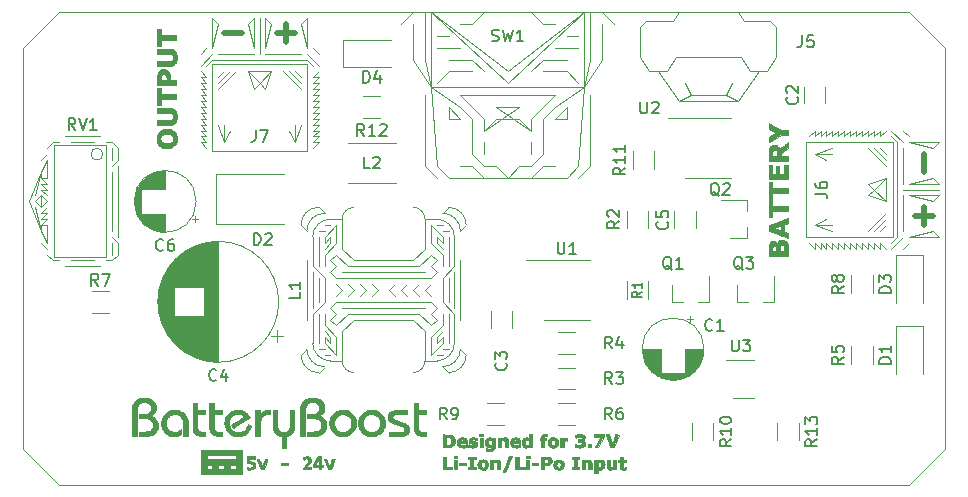
<source format=gbr>
%TF.GenerationSoftware,KiCad,Pcbnew,(5.1.10)-1*%
%TF.CreationDate,2021-05-16T21:49:31+02:00*%
%TF.ProjectId,BatteryBoost,42617474-6572-4794-926f-6f73742e6b69,rev?*%
%TF.SameCoordinates,Original*%
%TF.FileFunction,Legend,Top*%
%TF.FilePolarity,Positive*%
%FSLAX46Y46*%
G04 Gerber Fmt 4.6, Leading zero omitted, Abs format (unit mm)*
G04 Created by KiCad (PCBNEW (5.1.10)-1) date 2021-05-16 21:49:31*
%MOMM*%
%LPD*%
G01*
G04 APERTURE LIST*
%ADD10C,0.500000*%
%TA.AperFunction,Profile*%
%ADD11C,0.050000*%
%TD*%
%ADD12C,0.010000*%
%ADD13C,0.120000*%
%ADD14C,0.150000*%
G04 APERTURE END LIST*
D10*
X77000000Y-17250000D02*
X75500000Y-17250000D01*
X76250000Y-12000000D02*
X76250000Y-13500000D01*
X76250000Y-16500000D02*
X76250000Y-18000000D01*
X17000000Y-1750000D02*
X18500000Y-1750000D01*
X22250000Y-1000000D02*
X22250000Y-2500000D01*
X21500000Y-1750000D02*
X23000000Y-1750000D01*
D11*
X3000000Y-40000000D02*
X0Y-37000000D01*
X78000000Y-37000000D02*
X75000000Y-40000000D01*
X75000000Y0D02*
X78000000Y-3000000D01*
X0Y-3000000D02*
X3000000Y0D01*
X78000000Y-37000000D02*
X78000000Y-3000000D01*
X3000000Y-40000000D02*
X75000000Y-40000000D01*
X75000000Y0D02*
X3000000Y0D01*
X0Y-3000000D02*
X0Y-37000000D01*
D12*
%TO.C,G\u002A\u002A\u002A*%
G36*
X18509031Y-39060580D02*
G01*
X15013463Y-39060580D01*
X15013463Y-38358081D01*
X15512829Y-38358081D01*
X15512829Y-38628924D01*
X16012196Y-38628924D01*
X16012196Y-38358081D01*
X16511563Y-38358081D01*
X16511563Y-38628924D01*
X17010930Y-38628924D01*
X17010930Y-38358081D01*
X17510297Y-38358081D01*
X17510297Y-38628924D01*
X18009664Y-38628924D01*
X18009664Y-38358081D01*
X17510297Y-38358081D01*
X17010930Y-38358081D01*
X16511563Y-38358081D01*
X16012196Y-38358081D01*
X15512829Y-38358081D01*
X15013463Y-38358081D01*
X15013463Y-37494769D01*
X15512829Y-37494769D01*
X15512829Y-37791003D01*
X18009664Y-37791003D01*
X18009664Y-37494769D01*
X15512829Y-37494769D01*
X15013463Y-37494769D01*
X15013463Y-37063113D01*
X18509031Y-37063113D01*
X18509031Y-39060580D01*
G37*
X18509031Y-39060580D02*
X15013463Y-39060580D01*
X15013463Y-38358081D01*
X15512829Y-38358081D01*
X15512829Y-38628924D01*
X16012196Y-38628924D01*
X16012196Y-38358081D01*
X16511563Y-38358081D01*
X16511563Y-38628924D01*
X17010930Y-38628924D01*
X17010930Y-38358081D01*
X17510297Y-38358081D01*
X17510297Y-38628924D01*
X18009664Y-38628924D01*
X18009664Y-38358081D01*
X17510297Y-38358081D01*
X17010930Y-38358081D01*
X16511563Y-38358081D01*
X16012196Y-38358081D01*
X15512829Y-38358081D01*
X15013463Y-38358081D01*
X15013463Y-37494769D01*
X15512829Y-37494769D01*
X15512829Y-37791003D01*
X18009664Y-37791003D01*
X18009664Y-37494769D01*
X15512829Y-37494769D01*
X15013463Y-37494769D01*
X15013463Y-37063113D01*
X18509031Y-37063113D01*
X18509031Y-39060580D01*
G36*
X48938057Y-37859611D02*
G01*
X49006600Y-37878315D01*
X49065226Y-37910658D01*
X49113820Y-37956480D01*
X49152269Y-38015620D01*
X49180460Y-38087918D01*
X49198278Y-38173214D01*
X49204233Y-38235355D01*
X49202882Y-38327302D01*
X49188391Y-38412275D01*
X49161564Y-38489080D01*
X49123206Y-38556522D01*
X49074119Y-38613406D01*
X49015109Y-38658536D01*
X48946978Y-38690717D01*
X48887524Y-38706149D01*
X48819151Y-38710516D01*
X48745859Y-38701389D01*
X48672127Y-38679353D01*
X48667107Y-38677359D01*
X48614929Y-38656283D01*
X48614929Y-38992869D01*
X48352549Y-38992869D01*
X48352549Y-38088454D01*
X48614929Y-38088454D01*
X48614929Y-38509946D01*
X48642436Y-38517889D01*
X48685046Y-38525042D01*
X48735055Y-38525713D01*
X48784296Y-38520064D01*
X48807120Y-38514614D01*
X48853975Y-38492916D01*
X48890130Y-38458701D01*
X48915696Y-38411744D01*
X48930781Y-38351819D01*
X48935494Y-38278703D01*
X48934820Y-38252253D01*
X48929156Y-38191702D01*
X48917522Y-38144619D01*
X48898858Y-38108273D01*
X48872105Y-38079933D01*
X48866157Y-38075329D01*
X48837236Y-38062141D01*
X48797436Y-38054934D01*
X48751762Y-38053836D01*
X48705217Y-38058975D01*
X48663596Y-38070178D01*
X48614929Y-38088454D01*
X48352549Y-38088454D01*
X48352549Y-37875642D01*
X48614929Y-37875642D01*
X48614929Y-37961093D01*
X48650900Y-37936434D01*
X48725031Y-37893116D01*
X48797583Y-37866201D01*
X48869699Y-37855384D01*
X48938057Y-37859611D01*
G37*
X48938057Y-37859611D02*
X49006600Y-37878315D01*
X49065226Y-37910658D01*
X49113820Y-37956480D01*
X49152269Y-38015620D01*
X49180460Y-38087918D01*
X49198278Y-38173214D01*
X49204233Y-38235355D01*
X49202882Y-38327302D01*
X49188391Y-38412275D01*
X49161564Y-38489080D01*
X49123206Y-38556522D01*
X49074119Y-38613406D01*
X49015109Y-38658536D01*
X48946978Y-38690717D01*
X48887524Y-38706149D01*
X48819151Y-38710516D01*
X48745859Y-38701389D01*
X48672127Y-38679353D01*
X48667107Y-38677359D01*
X48614929Y-38656283D01*
X48614929Y-38992869D01*
X48352549Y-38992869D01*
X48352549Y-38088454D01*
X48614929Y-38088454D01*
X48614929Y-38509946D01*
X48642436Y-38517889D01*
X48685046Y-38525042D01*
X48735055Y-38525713D01*
X48784296Y-38520064D01*
X48807120Y-38514614D01*
X48853975Y-38492916D01*
X48890130Y-38458701D01*
X48915696Y-38411744D01*
X48930781Y-38351819D01*
X48935494Y-38278703D01*
X48934820Y-38252253D01*
X48929156Y-38191702D01*
X48917522Y-38144619D01*
X48898858Y-38108273D01*
X48872105Y-38079933D01*
X48866157Y-38075329D01*
X48837236Y-38062141D01*
X48797436Y-38054934D01*
X48751762Y-38053836D01*
X48705217Y-38058975D01*
X48663596Y-38070178D01*
X48614929Y-38088454D01*
X48352549Y-38088454D01*
X48352549Y-37875642D01*
X48614929Y-37875642D01*
X48614929Y-37961093D01*
X48650900Y-37936434D01*
X48725031Y-37893116D01*
X48797583Y-37866201D01*
X48869699Y-37855384D01*
X48938057Y-37859611D01*
G36*
X41303104Y-37716945D02*
G01*
X41288335Y-37751929D01*
X41267752Y-37800706D01*
X41242118Y-37861470D01*
X41212193Y-37932416D01*
X41178740Y-38011739D01*
X41142519Y-38097631D01*
X41104292Y-38188289D01*
X41064820Y-38281906D01*
X41024866Y-38376676D01*
X41013985Y-38402488D01*
X40790104Y-38933565D01*
X40682190Y-38933594D01*
X40641668Y-38933138D01*
X40608066Y-38931871D01*
X40584563Y-38929978D01*
X40574335Y-38927647D01*
X40574143Y-38927275D01*
X40577327Y-38918695D01*
X40586609Y-38895648D01*
X40601515Y-38859265D01*
X40621574Y-38810680D01*
X40646316Y-38751027D01*
X40675268Y-38681438D01*
X40707959Y-38603046D01*
X40743919Y-38516986D01*
X40782675Y-38424389D01*
X40823757Y-38326390D01*
X40859306Y-38241703D01*
X41144603Y-37562479D01*
X41368342Y-37562479D01*
X41303104Y-37716945D01*
G37*
X41303104Y-37716945D02*
X41288335Y-37751929D01*
X41267752Y-37800706D01*
X41242118Y-37861470D01*
X41212193Y-37932416D01*
X41178740Y-38011739D01*
X41142519Y-38097631D01*
X41104292Y-38188289D01*
X41064820Y-38281906D01*
X41024866Y-38376676D01*
X41013985Y-38402488D01*
X40790104Y-38933565D01*
X40682190Y-38933594D01*
X40641668Y-38933138D01*
X40608066Y-38931871D01*
X40584563Y-38929978D01*
X40574335Y-38927647D01*
X40574143Y-38927275D01*
X40577327Y-38918695D01*
X40586609Y-38895648D01*
X40601515Y-38859265D01*
X40621574Y-38810680D01*
X40646316Y-38751027D01*
X40675268Y-38681438D01*
X40707959Y-38603046D01*
X40743919Y-38516986D01*
X40782675Y-38424389D01*
X40823757Y-38326390D01*
X40859306Y-38241703D01*
X41144603Y-37562479D01*
X41368342Y-37562479D01*
X41303104Y-37716945D01*
G36*
X38996844Y-37859601D02*
G01*
X39075654Y-37878486D01*
X39122139Y-37896890D01*
X39185722Y-37936087D01*
X39240700Y-37988484D01*
X39285209Y-38051753D01*
X39317387Y-38123567D01*
X39325594Y-38151068D01*
X39333263Y-38194433D01*
X39337413Y-38248012D01*
X39338036Y-38305598D01*
X39335124Y-38360985D01*
X39328669Y-38407964D01*
X39325929Y-38419924D01*
X39297465Y-38497831D01*
X39255767Y-38565583D01*
X39201779Y-38622220D01*
X39136447Y-38666786D01*
X39060715Y-38698322D01*
X39047665Y-38702103D01*
X39011469Y-38709160D01*
X38964430Y-38714399D01*
X38912410Y-38717553D01*
X38861273Y-38718358D01*
X38816881Y-38716547D01*
X38793271Y-38713638D01*
X38707319Y-38690822D01*
X38632751Y-38655806D01*
X38569964Y-38608951D01*
X38519356Y-38550618D01*
X38481325Y-38481168D01*
X38458142Y-38409304D01*
X38452125Y-38370366D01*
X38448863Y-38320927D01*
X38448509Y-38283090D01*
X38714141Y-38283090D01*
X38717461Y-38348092D01*
X38729357Y-38406791D01*
X38749195Y-38456204D01*
X38776345Y-38493347D01*
X38779775Y-38496578D01*
X38815199Y-38522431D01*
X38853076Y-38536415D01*
X38897223Y-38539303D01*
X38951456Y-38531867D01*
X38952797Y-38531592D01*
X38980717Y-38519073D01*
X39009640Y-38495105D01*
X39034692Y-38464114D01*
X39043169Y-38449518D01*
X39057017Y-38410250D01*
X39065887Y-38359695D01*
X39069723Y-38302763D01*
X39068472Y-38244363D01*
X39062080Y-38189404D01*
X39050491Y-38142794D01*
X39046668Y-38132762D01*
X39019398Y-38086972D01*
X38982191Y-38054370D01*
X38936610Y-38035721D01*
X38884218Y-38031792D01*
X38850612Y-38036716D01*
X38805761Y-38054209D01*
X38770135Y-38084869D01*
X38743344Y-38129228D01*
X38724999Y-38187816D01*
X38720029Y-38214769D01*
X38714141Y-38283090D01*
X38448509Y-38283090D01*
X38448360Y-38267187D01*
X38450616Y-38215348D01*
X38455633Y-38171609D01*
X38458082Y-38159185D01*
X38481225Y-38091058D01*
X38517206Y-38027001D01*
X38563424Y-37970289D01*
X38617278Y-37924194D01*
X38667468Y-37895651D01*
X38743389Y-37869877D01*
X38826439Y-37855285D01*
X38912349Y-37851863D01*
X38996844Y-37859601D01*
G37*
X38996844Y-37859601D02*
X39075654Y-37878486D01*
X39122139Y-37896890D01*
X39185722Y-37936087D01*
X39240700Y-37988484D01*
X39285209Y-38051753D01*
X39317387Y-38123567D01*
X39325594Y-38151068D01*
X39333263Y-38194433D01*
X39337413Y-38248012D01*
X39338036Y-38305598D01*
X39335124Y-38360985D01*
X39328669Y-38407964D01*
X39325929Y-38419924D01*
X39297465Y-38497831D01*
X39255767Y-38565583D01*
X39201779Y-38622220D01*
X39136447Y-38666786D01*
X39060715Y-38698322D01*
X39047665Y-38702103D01*
X39011469Y-38709160D01*
X38964430Y-38714399D01*
X38912410Y-38717553D01*
X38861273Y-38718358D01*
X38816881Y-38716547D01*
X38793271Y-38713638D01*
X38707319Y-38690822D01*
X38632751Y-38655806D01*
X38569964Y-38608951D01*
X38519356Y-38550618D01*
X38481325Y-38481168D01*
X38458142Y-38409304D01*
X38452125Y-38370366D01*
X38448863Y-38320927D01*
X38448509Y-38283090D01*
X38714141Y-38283090D01*
X38717461Y-38348092D01*
X38729357Y-38406791D01*
X38749195Y-38456204D01*
X38776345Y-38493347D01*
X38779775Y-38496578D01*
X38815199Y-38522431D01*
X38853076Y-38536415D01*
X38897223Y-38539303D01*
X38951456Y-38531867D01*
X38952797Y-38531592D01*
X38980717Y-38519073D01*
X39009640Y-38495105D01*
X39034692Y-38464114D01*
X39043169Y-38449518D01*
X39057017Y-38410250D01*
X39065887Y-38359695D01*
X39069723Y-38302763D01*
X39068472Y-38244363D01*
X39062080Y-38189404D01*
X39050491Y-38142794D01*
X39046668Y-38132762D01*
X39019398Y-38086972D01*
X38982191Y-38054370D01*
X38936610Y-38035721D01*
X38884218Y-38031792D01*
X38850612Y-38036716D01*
X38805761Y-38054209D01*
X38770135Y-38084869D01*
X38743344Y-38129228D01*
X38724999Y-38187816D01*
X38720029Y-38214769D01*
X38714141Y-38283090D01*
X38448509Y-38283090D01*
X38448360Y-38267187D01*
X38450616Y-38215348D01*
X38455633Y-38171609D01*
X38458082Y-38159185D01*
X38481225Y-38091058D01*
X38517206Y-38027001D01*
X38563424Y-37970289D01*
X38617278Y-37924194D01*
X38667468Y-37895651D01*
X38743389Y-37869877D01*
X38826439Y-37855285D01*
X38912349Y-37851863D01*
X38996844Y-37859601D01*
G36*
X45334462Y-37854570D02*
G01*
X45394506Y-37858373D01*
X45447753Y-37865778D01*
X45479074Y-37873380D01*
X45556221Y-37905258D01*
X45621309Y-37949014D01*
X45674398Y-38004709D01*
X45715548Y-38072403D01*
X45739464Y-38133789D01*
X45754772Y-38205419D01*
X45759425Y-38283659D01*
X45753816Y-38363422D01*
X45738341Y-38439619D01*
X45713392Y-38507163D01*
X45709993Y-38514030D01*
X45682637Y-38555720D01*
X45644378Y-38598286D01*
X45600256Y-38636913D01*
X45555309Y-38666782D01*
X45544277Y-38672440D01*
X45480334Y-38696165D01*
X45406434Y-38712315D01*
X45328112Y-38720132D01*
X45250905Y-38718858D01*
X45225159Y-38716122D01*
X45141344Y-38697465D01*
X45066593Y-38665461D01*
X45001997Y-38621058D01*
X44948647Y-38565201D01*
X44907636Y-38498838D01*
X44880055Y-38422913D01*
X44878206Y-38415374D01*
X44867468Y-38345900D01*
X44866335Y-38298288D01*
X45136463Y-38298288D01*
X45138901Y-38350783D01*
X45144674Y-38396022D01*
X45149347Y-38415911D01*
X45171799Y-38465371D01*
X45204883Y-38503100D01*
X45246205Y-38528181D01*
X45293374Y-38539698D01*
X45343997Y-38536734D01*
X45395683Y-38518372D01*
X45404387Y-38513662D01*
X45430331Y-38494613D01*
X45451020Y-38468102D01*
X45463634Y-38444847D01*
X45473909Y-38422693D01*
X45480734Y-38403129D01*
X45484807Y-38381762D01*
X45486827Y-38354201D01*
X45487494Y-38316056D01*
X45487538Y-38294602D01*
X45484152Y-38218687D01*
X45473631Y-38157302D01*
X45455433Y-38109386D01*
X45429013Y-38073878D01*
X45393829Y-38049716D01*
X45355706Y-38037108D01*
X45298309Y-38031870D01*
X45247938Y-38041723D01*
X45205649Y-38066051D01*
X45172502Y-38104241D01*
X45149554Y-38155679D01*
X45149193Y-38156886D01*
X45141605Y-38195377D01*
X45137363Y-38244498D01*
X45136463Y-38298288D01*
X44866335Y-38298288D01*
X44865692Y-38271280D01*
X44872405Y-38196562D01*
X44887133Y-38126797D01*
X44909404Y-38067031D01*
X44911200Y-38063418D01*
X44951009Y-38002857D01*
X45004083Y-37949904D01*
X45067688Y-37906645D01*
X45139086Y-37875165D01*
X45170144Y-37866105D01*
X45216621Y-37858303D01*
X45273280Y-37854502D01*
X45334462Y-37854570D01*
G37*
X45334462Y-37854570D02*
X45394506Y-37858373D01*
X45447753Y-37865778D01*
X45479074Y-37873380D01*
X45556221Y-37905258D01*
X45621309Y-37949014D01*
X45674398Y-38004709D01*
X45715548Y-38072403D01*
X45739464Y-38133789D01*
X45754772Y-38205419D01*
X45759425Y-38283659D01*
X45753816Y-38363422D01*
X45738341Y-38439619D01*
X45713392Y-38507163D01*
X45709993Y-38514030D01*
X45682637Y-38555720D01*
X45644378Y-38598286D01*
X45600256Y-38636913D01*
X45555309Y-38666782D01*
X45544277Y-38672440D01*
X45480334Y-38696165D01*
X45406434Y-38712315D01*
X45328112Y-38720132D01*
X45250905Y-38718858D01*
X45225159Y-38716122D01*
X45141344Y-38697465D01*
X45066593Y-38665461D01*
X45001997Y-38621058D01*
X44948647Y-38565201D01*
X44907636Y-38498838D01*
X44880055Y-38422913D01*
X44878206Y-38415374D01*
X44867468Y-38345900D01*
X44866335Y-38298288D01*
X45136463Y-38298288D01*
X45138901Y-38350783D01*
X45144674Y-38396022D01*
X45149347Y-38415911D01*
X45171799Y-38465371D01*
X45204883Y-38503100D01*
X45246205Y-38528181D01*
X45293374Y-38539698D01*
X45343997Y-38536734D01*
X45395683Y-38518372D01*
X45404387Y-38513662D01*
X45430331Y-38494613D01*
X45451020Y-38468102D01*
X45463634Y-38444847D01*
X45473909Y-38422693D01*
X45480734Y-38403129D01*
X45484807Y-38381762D01*
X45486827Y-38354201D01*
X45487494Y-38316056D01*
X45487538Y-38294602D01*
X45484152Y-38218687D01*
X45473631Y-38157302D01*
X45455433Y-38109386D01*
X45429013Y-38073878D01*
X45393829Y-38049716D01*
X45355706Y-38037108D01*
X45298309Y-38031870D01*
X45247938Y-38041723D01*
X45205649Y-38066051D01*
X45172502Y-38104241D01*
X45149554Y-38155679D01*
X45149193Y-38156886D01*
X45141605Y-38195377D01*
X45137363Y-38244498D01*
X45136463Y-38298288D01*
X44866335Y-38298288D01*
X44865692Y-38271280D01*
X44872405Y-38196562D01*
X44887133Y-38126797D01*
X44909404Y-38067031D01*
X44911200Y-38063418D01*
X44951009Y-38002857D01*
X45004083Y-37949904D01*
X45067688Y-37906645D01*
X45139086Y-37875165D01*
X45170144Y-37866105D01*
X45216621Y-37858303D01*
X45273280Y-37854502D01*
X45334462Y-37854570D01*
G36*
X19583939Y-37791003D02*
G01*
X19143819Y-37791003D01*
X19143819Y-38019527D01*
X19234805Y-38019674D01*
X19320172Y-38023486D01*
X19393024Y-38035004D01*
X19456194Y-38054797D01*
X19491302Y-38071241D01*
X19542442Y-38104762D01*
X19582054Y-38146071D01*
X19614080Y-38199374D01*
X19616932Y-38205346D01*
X19627183Y-38229246D01*
X19633688Y-38251439D01*
X19637265Y-38276988D01*
X19638734Y-38310956D01*
X19638947Y-38341331D01*
X19638588Y-38382500D01*
X19636838Y-38411974D01*
X19632701Y-38434983D01*
X19625181Y-38456755D01*
X19613280Y-38482519D01*
X19611242Y-38486670D01*
X19571232Y-38549182D01*
X19518008Y-38601819D01*
X19452310Y-38644293D01*
X19374877Y-38676315D01*
X19286446Y-38697598D01*
X19187757Y-38707853D01*
X19079547Y-38706791D01*
X19052406Y-38704834D01*
X19005233Y-38701006D01*
X18972293Y-38697294D01*
X18951048Y-38691529D01*
X18938957Y-38681547D01*
X18933483Y-38665180D01*
X18932084Y-38640260D01*
X18932221Y-38604623D01*
X18932223Y-38602289D01*
X18932223Y-38516731D01*
X18968194Y-38522891D01*
X19015887Y-38529367D01*
X19070676Y-38534142D01*
X19126991Y-38536964D01*
X19179261Y-38537580D01*
X19221913Y-38535740D01*
X19231091Y-38534785D01*
X19293375Y-38522395D01*
X19342622Y-38501680D01*
X19381051Y-38471652D01*
X19386737Y-38465472D01*
X19408702Y-38433076D01*
X19420309Y-38395704D01*
X19422645Y-38349092D01*
X19421440Y-38329406D01*
X19411813Y-38284022D01*
X19390170Y-38248191D01*
X19354688Y-38219444D01*
X19330790Y-38206769D01*
X19313722Y-38199129D01*
X19297790Y-38193416D01*
X19280123Y-38189296D01*
X19257848Y-38186432D01*
X19228094Y-38184488D01*
X19187989Y-38183130D01*
X19134662Y-38182021D01*
X19116312Y-38181698D01*
X18949151Y-38178809D01*
X18949151Y-37596335D01*
X19583939Y-37596335D01*
X19583939Y-37791003D01*
G37*
X19583939Y-37791003D02*
X19143819Y-37791003D01*
X19143819Y-38019527D01*
X19234805Y-38019674D01*
X19320172Y-38023486D01*
X19393024Y-38035004D01*
X19456194Y-38054797D01*
X19491302Y-38071241D01*
X19542442Y-38104762D01*
X19582054Y-38146071D01*
X19614080Y-38199374D01*
X19616932Y-38205346D01*
X19627183Y-38229246D01*
X19633688Y-38251439D01*
X19637265Y-38276988D01*
X19638734Y-38310956D01*
X19638947Y-38341331D01*
X19638588Y-38382500D01*
X19636838Y-38411974D01*
X19632701Y-38434983D01*
X19625181Y-38456755D01*
X19613280Y-38482519D01*
X19611242Y-38486670D01*
X19571232Y-38549182D01*
X19518008Y-38601819D01*
X19452310Y-38644293D01*
X19374877Y-38676315D01*
X19286446Y-38697598D01*
X19187757Y-38707853D01*
X19079547Y-38706791D01*
X19052406Y-38704834D01*
X19005233Y-38701006D01*
X18972293Y-38697294D01*
X18951048Y-38691529D01*
X18938957Y-38681547D01*
X18933483Y-38665180D01*
X18932084Y-38640260D01*
X18932221Y-38604623D01*
X18932223Y-38602289D01*
X18932223Y-38516731D01*
X18968194Y-38522891D01*
X19015887Y-38529367D01*
X19070676Y-38534142D01*
X19126991Y-38536964D01*
X19179261Y-38537580D01*
X19221913Y-38535740D01*
X19231091Y-38534785D01*
X19293375Y-38522395D01*
X19342622Y-38501680D01*
X19381051Y-38471652D01*
X19386737Y-38465472D01*
X19408702Y-38433076D01*
X19420309Y-38395704D01*
X19422645Y-38349092D01*
X19421440Y-38329406D01*
X19411813Y-38284022D01*
X19390170Y-38248191D01*
X19354688Y-38219444D01*
X19330790Y-38206769D01*
X19313722Y-38199129D01*
X19297790Y-38193416D01*
X19280123Y-38189296D01*
X19257848Y-38186432D01*
X19228094Y-38184488D01*
X19187989Y-38183130D01*
X19134662Y-38182021D01*
X19116312Y-38181698D01*
X18949151Y-38178809D01*
X18949151Y-37596335D01*
X19583939Y-37596335D01*
X19583939Y-37791003D01*
G36*
X49657567Y-38148601D02*
G01*
X49658442Y-38229144D01*
X49659539Y-38294565D01*
X49661150Y-38346668D01*
X49663562Y-38387259D01*
X49667067Y-38418143D01*
X49671954Y-38441124D01*
X49678512Y-38458008D01*
X49687033Y-38470599D01*
X49697805Y-38480704D01*
X49711119Y-38490126D01*
X49712558Y-38491072D01*
X49741059Y-38501725D01*
X49779909Y-38505668D01*
X49824190Y-38503508D01*
X49868986Y-38495849D01*
X49909381Y-38483300D01*
X49940457Y-38466465D01*
X49945448Y-38462344D01*
X49949570Y-38457589D01*
X49952878Y-38450409D01*
X49955459Y-38439049D01*
X49957403Y-38421759D01*
X49958798Y-38396785D01*
X49959735Y-38362375D01*
X49960301Y-38316776D01*
X49960585Y-38258236D01*
X49960677Y-38185002D01*
X49960680Y-38162101D01*
X49960680Y-37875642D01*
X50214595Y-37875642D01*
X50214595Y-38696635D01*
X49960680Y-38696635D01*
X49960680Y-38654316D01*
X49959383Y-38630172D01*
X49956067Y-38614850D01*
X49953471Y-38611996D01*
X49943496Y-38616364D01*
X49923306Y-38627979D01*
X49896714Y-38644612D01*
X49887876Y-38650367D01*
X49854057Y-38670672D01*
X49819197Y-38688518D01*
X49790282Y-38700362D01*
X49787751Y-38701150D01*
X49748230Y-38708823D01*
X49699398Y-38712417D01*
X49647682Y-38711988D01*
X49599510Y-38707594D01*
X49561308Y-38699290D01*
X49560896Y-38699154D01*
X49507846Y-38672832D01*
X49463798Y-38632956D01*
X49429874Y-38580958D01*
X49407197Y-38518266D01*
X49402824Y-38497956D01*
X49400291Y-38475307D01*
X49398089Y-38437603D01*
X49396269Y-38386712D01*
X49394881Y-38324506D01*
X49393977Y-38252853D01*
X49393608Y-38173624D01*
X49393602Y-38161858D01*
X49393602Y-37875642D01*
X49654920Y-37875642D01*
X49657567Y-38148601D01*
G37*
X49657567Y-38148601D02*
X49658442Y-38229144D01*
X49659539Y-38294565D01*
X49661150Y-38346668D01*
X49663562Y-38387259D01*
X49667067Y-38418143D01*
X49671954Y-38441124D01*
X49678512Y-38458008D01*
X49687033Y-38470599D01*
X49697805Y-38480704D01*
X49711119Y-38490126D01*
X49712558Y-38491072D01*
X49741059Y-38501725D01*
X49779909Y-38505668D01*
X49824190Y-38503508D01*
X49868986Y-38495849D01*
X49909381Y-38483300D01*
X49940457Y-38466465D01*
X49945448Y-38462344D01*
X49949570Y-38457589D01*
X49952878Y-38450409D01*
X49955459Y-38439049D01*
X49957403Y-38421759D01*
X49958798Y-38396785D01*
X49959735Y-38362375D01*
X49960301Y-38316776D01*
X49960585Y-38258236D01*
X49960677Y-38185002D01*
X49960680Y-38162101D01*
X49960680Y-37875642D01*
X50214595Y-37875642D01*
X50214595Y-38696635D01*
X49960680Y-38696635D01*
X49960680Y-38654316D01*
X49959383Y-38630172D01*
X49956067Y-38614850D01*
X49953471Y-38611996D01*
X49943496Y-38616364D01*
X49923306Y-38627979D01*
X49896714Y-38644612D01*
X49887876Y-38650367D01*
X49854057Y-38670672D01*
X49819197Y-38688518D01*
X49790282Y-38700362D01*
X49787751Y-38701150D01*
X49748230Y-38708823D01*
X49699398Y-38712417D01*
X49647682Y-38711988D01*
X49599510Y-38707594D01*
X49561308Y-38699290D01*
X49560896Y-38699154D01*
X49507846Y-38672832D01*
X49463798Y-38632956D01*
X49429874Y-38580958D01*
X49407197Y-38518266D01*
X49402824Y-38497956D01*
X49400291Y-38475307D01*
X49398089Y-38437603D01*
X49396269Y-38386712D01*
X49394881Y-38324506D01*
X49393977Y-38252853D01*
X49393608Y-38173624D01*
X49393602Y-38161858D01*
X49393602Y-37875642D01*
X49654920Y-37875642D01*
X49657567Y-38148601D01*
G36*
X50747818Y-37875642D02*
G01*
X50993269Y-37875642D01*
X50993269Y-38053383D01*
X50747818Y-38053383D01*
X50747818Y-38252555D01*
X50748049Y-38323745D01*
X50749009Y-38380023D01*
X50751095Y-38423405D01*
X50754705Y-38455902D01*
X50760235Y-38479528D01*
X50768084Y-38496297D01*
X50778649Y-38508222D01*
X50792328Y-38517317D01*
X50800955Y-38521667D01*
X50841086Y-38533807D01*
X50886102Y-38533365D01*
X50930561Y-38523218D01*
X50957877Y-38515096D01*
X50975838Y-38512109D01*
X50986400Y-38516613D01*
X50991521Y-38530965D01*
X50993159Y-38557522D01*
X50993269Y-38598639D01*
X50993269Y-38598730D01*
X50993425Y-38638046D01*
X50992074Y-38664702D01*
X50986491Y-38681551D01*
X50973948Y-38691448D01*
X50951718Y-38697244D01*
X50917076Y-38701793D01*
X50891925Y-38704775D01*
X50819081Y-38711245D01*
X50755612Y-38711226D01*
X50718194Y-38708000D01*
X50660689Y-38696238D01*
X50607652Y-38676209D01*
X50564596Y-38650096D01*
X50557851Y-38644497D01*
X50539687Y-38627872D01*
X50525085Y-38611996D01*
X50513632Y-38594829D01*
X50504913Y-38574332D01*
X50498513Y-38548466D01*
X50494018Y-38515193D01*
X50491012Y-38472471D01*
X50489081Y-38418263D01*
X50487811Y-38350530D01*
X50487125Y-38296718D01*
X50484276Y-38053383D01*
X50375409Y-38053383D01*
X50375409Y-37875642D01*
X50485439Y-37875642D01*
X50485439Y-37638654D01*
X50747818Y-37638654D01*
X50747818Y-37875642D01*
G37*
X50747818Y-37875642D02*
X50993269Y-37875642D01*
X50993269Y-38053383D01*
X50747818Y-38053383D01*
X50747818Y-38252555D01*
X50748049Y-38323745D01*
X50749009Y-38380023D01*
X50751095Y-38423405D01*
X50754705Y-38455902D01*
X50760235Y-38479528D01*
X50768084Y-38496297D01*
X50778649Y-38508222D01*
X50792328Y-38517317D01*
X50800955Y-38521667D01*
X50841086Y-38533807D01*
X50886102Y-38533365D01*
X50930561Y-38523218D01*
X50957877Y-38515096D01*
X50975838Y-38512109D01*
X50986400Y-38516613D01*
X50991521Y-38530965D01*
X50993159Y-38557522D01*
X50993269Y-38598639D01*
X50993269Y-38598730D01*
X50993425Y-38638046D01*
X50992074Y-38664702D01*
X50986491Y-38681551D01*
X50973948Y-38691448D01*
X50951718Y-38697244D01*
X50917076Y-38701793D01*
X50891925Y-38704775D01*
X50819081Y-38711245D01*
X50755612Y-38711226D01*
X50718194Y-38708000D01*
X50660689Y-38696238D01*
X50607652Y-38676209D01*
X50564596Y-38650096D01*
X50557851Y-38644497D01*
X50539687Y-38627872D01*
X50525085Y-38611996D01*
X50513632Y-38594829D01*
X50504913Y-38574332D01*
X50498513Y-38548466D01*
X50494018Y-38515193D01*
X50491012Y-38472471D01*
X50489081Y-38418263D01*
X50487811Y-38350530D01*
X50487125Y-38296718D01*
X50484276Y-38053383D01*
X50375409Y-38053383D01*
X50375409Y-37875642D01*
X50485439Y-37875642D01*
X50485439Y-37638654D01*
X50747818Y-37638654D01*
X50747818Y-37875642D01*
G36*
X20602312Y-37842351D02*
G01*
X20635226Y-37843893D01*
X20657942Y-37846183D01*
X20667242Y-37848991D01*
X20667311Y-37849263D01*
X20664300Y-37858350D01*
X20655649Y-37881701D01*
X20641929Y-37917836D01*
X20623712Y-37965272D01*
X20601571Y-38022528D01*
X20576077Y-38088122D01*
X20547803Y-38160573D01*
X20517320Y-38238398D01*
X20503116Y-38274571D01*
X20338921Y-38692403D01*
X20224234Y-38694755D01*
X20177666Y-38695503D01*
X20145211Y-38695316D01*
X20124065Y-38693904D01*
X20111425Y-38690976D01*
X20104488Y-38686242D01*
X20101710Y-38682059D01*
X20097091Y-38671371D01*
X20087093Y-38646996D01*
X20072420Y-38610712D01*
X20053777Y-38564299D01*
X20031870Y-38509535D01*
X20007403Y-38448199D01*
X19981082Y-38382069D01*
X19953612Y-38312924D01*
X19925698Y-38242542D01*
X19898045Y-38172703D01*
X19871358Y-38105186D01*
X19846343Y-38041768D01*
X19823704Y-37984229D01*
X19804147Y-37934347D01*
X19788377Y-37893900D01*
X19777099Y-37864669D01*
X19771018Y-37848431D01*
X19770144Y-37845697D01*
X19778084Y-37844238D01*
X19799824Y-37843343D01*
X19832246Y-37843069D01*
X19872229Y-37843473D01*
X19881666Y-37843657D01*
X19993189Y-37846018D01*
X20063526Y-38036455D01*
X20086681Y-38099465D01*
X20110933Y-38166011D01*
X20134635Y-38231541D01*
X20156144Y-38291502D01*
X20173815Y-38341344D01*
X20177593Y-38352128D01*
X20192818Y-38394276D01*
X20206526Y-38429515D01*
X20217653Y-38455318D01*
X20225134Y-38469154D01*
X20227467Y-38470622D01*
X20233682Y-38458819D01*
X20241696Y-38437592D01*
X20244150Y-38430024D01*
X20248894Y-38416094D01*
X20258594Y-38388604D01*
X20272404Y-38349894D01*
X20289476Y-38302306D01*
X20308963Y-38248181D01*
X20330017Y-38189859D01*
X20351791Y-38129682D01*
X20373438Y-38069990D01*
X20394110Y-38013125D01*
X20412960Y-37961428D01*
X20429141Y-37917239D01*
X20441804Y-37882900D01*
X20450104Y-37860751D01*
X20451709Y-37856598D01*
X20456001Y-37850348D01*
X20464982Y-37846126D01*
X20481511Y-37843550D01*
X20508453Y-37842237D01*
X20548670Y-37841802D01*
X20562419Y-37841786D01*
X20602312Y-37842351D01*
G37*
X20602312Y-37842351D02*
X20635226Y-37843893D01*
X20657942Y-37846183D01*
X20667242Y-37848991D01*
X20667311Y-37849263D01*
X20664300Y-37858350D01*
X20655649Y-37881701D01*
X20641929Y-37917836D01*
X20623712Y-37965272D01*
X20601571Y-38022528D01*
X20576077Y-38088122D01*
X20547803Y-38160573D01*
X20517320Y-38238398D01*
X20503116Y-38274571D01*
X20338921Y-38692403D01*
X20224234Y-38694755D01*
X20177666Y-38695503D01*
X20145211Y-38695316D01*
X20124065Y-38693904D01*
X20111425Y-38690976D01*
X20104488Y-38686242D01*
X20101710Y-38682059D01*
X20097091Y-38671371D01*
X20087093Y-38646996D01*
X20072420Y-38610712D01*
X20053777Y-38564299D01*
X20031870Y-38509535D01*
X20007403Y-38448199D01*
X19981082Y-38382069D01*
X19953612Y-38312924D01*
X19925698Y-38242542D01*
X19898045Y-38172703D01*
X19871358Y-38105186D01*
X19846343Y-38041768D01*
X19823704Y-37984229D01*
X19804147Y-37934347D01*
X19788377Y-37893900D01*
X19777099Y-37864669D01*
X19771018Y-37848431D01*
X19770144Y-37845697D01*
X19778084Y-37844238D01*
X19799824Y-37843343D01*
X19832246Y-37843069D01*
X19872229Y-37843473D01*
X19881666Y-37843657D01*
X19993189Y-37846018D01*
X20063526Y-38036455D01*
X20086681Y-38099465D01*
X20110933Y-38166011D01*
X20134635Y-38231541D01*
X20156144Y-38291502D01*
X20173815Y-38341344D01*
X20177593Y-38352128D01*
X20192818Y-38394276D01*
X20206526Y-38429515D01*
X20217653Y-38455318D01*
X20225134Y-38469154D01*
X20227467Y-38470622D01*
X20233682Y-38458819D01*
X20241696Y-38437592D01*
X20244150Y-38430024D01*
X20248894Y-38416094D01*
X20258594Y-38388604D01*
X20272404Y-38349894D01*
X20289476Y-38302306D01*
X20308963Y-38248181D01*
X20330017Y-38189859D01*
X20351791Y-38129682D01*
X20373438Y-38069990D01*
X20394110Y-38013125D01*
X20412960Y-37961428D01*
X20429141Y-37917239D01*
X20441804Y-37882900D01*
X20450104Y-37860751D01*
X20451709Y-37856598D01*
X20456001Y-37850348D01*
X20464982Y-37846126D01*
X20481511Y-37843550D01*
X20508453Y-37842237D01*
X20548670Y-37841802D01*
X20562419Y-37841786D01*
X20602312Y-37842351D01*
G36*
X24069950Y-37587678D02*
G01*
X24137791Y-37603917D01*
X24198474Y-37630055D01*
X24249477Y-37665714D01*
X24284901Y-37705460D01*
X24306346Y-37739014D01*
X24320919Y-37769590D01*
X24329859Y-37801938D01*
X24334400Y-37840809D01*
X24335779Y-37890955D01*
X24335788Y-37901033D01*
X24335115Y-37947759D01*
X24332859Y-37982385D01*
X24328387Y-38009711D01*
X24321067Y-38034538D01*
X24316684Y-38046153D01*
X24300458Y-38083177D01*
X24281179Y-38118736D01*
X24257238Y-38154887D01*
X24227024Y-38193685D01*
X24188926Y-38237189D01*
X24141335Y-38287454D01*
X24082641Y-38346538D01*
X24077618Y-38351508D01*
X24036245Y-38392583D01*
X23999167Y-38429717D01*
X23967999Y-38461269D01*
X23944354Y-38485596D01*
X23929843Y-38501058D01*
X23925892Y-38505973D01*
X23933992Y-38507148D01*
X23956839Y-38508206D01*
X23992252Y-38509106D01*
X24038051Y-38509805D01*
X24092054Y-38510260D01*
X24152082Y-38510430D01*
X24382939Y-38510430D01*
X24382939Y-38696635D01*
X23638121Y-38696635D01*
X23638121Y-38550609D01*
X23818162Y-38367154D01*
X23888442Y-38294875D01*
X23947250Y-38232670D01*
X23995551Y-38179130D01*
X24034310Y-38132846D01*
X24064493Y-38092409D01*
X24087065Y-38056411D01*
X24102991Y-38023443D01*
X24113238Y-37992096D01*
X24118769Y-37960961D01*
X24120551Y-37928629D01*
X24120560Y-37925835D01*
X24116085Y-37874450D01*
X24101808Y-37834399D01*
X24076448Y-37802394D01*
X24070543Y-37797179D01*
X24027293Y-37771375D01*
X23977525Y-37760277D01*
X23922793Y-37763710D01*
X23864653Y-37781503D01*
X23804659Y-37813481D01*
X23781638Y-37829361D01*
X23740629Y-37859464D01*
X23689375Y-37794461D01*
X23667545Y-37766261D01*
X23650370Y-37743095D01*
X23640125Y-37728086D01*
X23638250Y-37724260D01*
X23645142Y-37715365D01*
X23663211Y-37700507D01*
X23688923Y-37682097D01*
X23718744Y-37662547D01*
X23749141Y-37644269D01*
X23776579Y-37629675D01*
X23777408Y-37629277D01*
X23848679Y-37602138D01*
X23922874Y-37586410D01*
X23997471Y-37581716D01*
X24069950Y-37587678D01*
G37*
X24069950Y-37587678D02*
X24137791Y-37603917D01*
X24198474Y-37630055D01*
X24249477Y-37665714D01*
X24284901Y-37705460D01*
X24306346Y-37739014D01*
X24320919Y-37769590D01*
X24329859Y-37801938D01*
X24334400Y-37840809D01*
X24335779Y-37890955D01*
X24335788Y-37901033D01*
X24335115Y-37947759D01*
X24332859Y-37982385D01*
X24328387Y-38009711D01*
X24321067Y-38034538D01*
X24316684Y-38046153D01*
X24300458Y-38083177D01*
X24281179Y-38118736D01*
X24257238Y-38154887D01*
X24227024Y-38193685D01*
X24188926Y-38237189D01*
X24141335Y-38287454D01*
X24082641Y-38346538D01*
X24077618Y-38351508D01*
X24036245Y-38392583D01*
X23999167Y-38429717D01*
X23967999Y-38461269D01*
X23944354Y-38485596D01*
X23929843Y-38501058D01*
X23925892Y-38505973D01*
X23933992Y-38507148D01*
X23956839Y-38508206D01*
X23992252Y-38509106D01*
X24038051Y-38509805D01*
X24092054Y-38510260D01*
X24152082Y-38510430D01*
X24382939Y-38510430D01*
X24382939Y-38696635D01*
X23638121Y-38696635D01*
X23638121Y-38550609D01*
X23818162Y-38367154D01*
X23888442Y-38294875D01*
X23947250Y-38232670D01*
X23995551Y-38179130D01*
X24034310Y-38132846D01*
X24064493Y-38092409D01*
X24087065Y-38056411D01*
X24102991Y-38023443D01*
X24113238Y-37992096D01*
X24118769Y-37960961D01*
X24120551Y-37928629D01*
X24120560Y-37925835D01*
X24116085Y-37874450D01*
X24101808Y-37834399D01*
X24076448Y-37802394D01*
X24070543Y-37797179D01*
X24027293Y-37771375D01*
X23977525Y-37760277D01*
X23922793Y-37763710D01*
X23864653Y-37781503D01*
X23804659Y-37813481D01*
X23781638Y-37829361D01*
X23740629Y-37859464D01*
X23689375Y-37794461D01*
X23667545Y-37766261D01*
X23650370Y-37743095D01*
X23640125Y-37728086D01*
X23638250Y-37724260D01*
X23645142Y-37715365D01*
X23663211Y-37700507D01*
X23688923Y-37682097D01*
X23718744Y-37662547D01*
X23749141Y-37644269D01*
X23776579Y-37629675D01*
X23777408Y-37629277D01*
X23848679Y-37602138D01*
X23922874Y-37586410D01*
X23997471Y-37581716D01*
X24069950Y-37587678D01*
G36*
X25220860Y-38290370D02*
G01*
X25381673Y-38290370D01*
X25381673Y-38468111D01*
X25221351Y-38468111D01*
X25218990Y-38580257D01*
X25216628Y-38692403D01*
X25123082Y-38694780D01*
X25084837Y-38695235D01*
X25053018Y-38694641D01*
X25031322Y-38693129D01*
X25023632Y-38691254D01*
X25021410Y-38681002D01*
X25019570Y-38657220D01*
X25018287Y-38623303D01*
X25017736Y-38582648D01*
X25017728Y-38576730D01*
X25017728Y-38468111D01*
X24509897Y-38468111D01*
X24509897Y-38296840D01*
X24516176Y-38286558D01*
X24713029Y-38286558D01*
X24721054Y-38287760D01*
X24743372Y-38288806D01*
X24777348Y-38289633D01*
X24820348Y-38290176D01*
X24869610Y-38290370D01*
X25026192Y-38290370D01*
X25026192Y-38043105D01*
X25026091Y-37971134D01*
X25025736Y-37914516D01*
X25025051Y-37871677D01*
X25023959Y-37841044D01*
X25022382Y-37821042D01*
X25020244Y-37810099D01*
X25017467Y-37806639D01*
X25014707Y-37808233D01*
X25007856Y-37817825D01*
X24993572Y-37839403D01*
X24973148Y-37870915D01*
X24947876Y-37910309D01*
X24919052Y-37955536D01*
X24887969Y-38004543D01*
X24855920Y-38055279D01*
X24824200Y-38105692D01*
X24794102Y-38153733D01*
X24766919Y-38197348D01*
X24743946Y-38234487D01*
X24726477Y-38263099D01*
X24715804Y-38281132D01*
X24713029Y-38286558D01*
X24516176Y-38286558D01*
X24723609Y-37946916D01*
X24937321Y-37596993D01*
X25079091Y-37596664D01*
X25220860Y-37596335D01*
X25220860Y-38290370D01*
G37*
X25220860Y-38290370D02*
X25381673Y-38290370D01*
X25381673Y-38468111D01*
X25221351Y-38468111D01*
X25218990Y-38580257D01*
X25216628Y-38692403D01*
X25123082Y-38694780D01*
X25084837Y-38695235D01*
X25053018Y-38694641D01*
X25031322Y-38693129D01*
X25023632Y-38691254D01*
X25021410Y-38681002D01*
X25019570Y-38657220D01*
X25018287Y-38623303D01*
X25017736Y-38582648D01*
X25017728Y-38576730D01*
X25017728Y-38468111D01*
X24509897Y-38468111D01*
X24509897Y-38296840D01*
X24516176Y-38286558D01*
X24713029Y-38286558D01*
X24721054Y-38287760D01*
X24743372Y-38288806D01*
X24777348Y-38289633D01*
X24820348Y-38290176D01*
X24869610Y-38290370D01*
X25026192Y-38290370D01*
X25026192Y-38043105D01*
X25026091Y-37971134D01*
X25025736Y-37914516D01*
X25025051Y-37871677D01*
X25023959Y-37841044D01*
X25022382Y-37821042D01*
X25020244Y-37810099D01*
X25017467Y-37806639D01*
X25014707Y-37808233D01*
X25007856Y-37817825D01*
X24993572Y-37839403D01*
X24973148Y-37870915D01*
X24947876Y-37910309D01*
X24919052Y-37955536D01*
X24887969Y-38004543D01*
X24855920Y-38055279D01*
X24824200Y-38105692D01*
X24794102Y-38153733D01*
X24766919Y-38197348D01*
X24743946Y-38234487D01*
X24726477Y-38263099D01*
X24715804Y-38281132D01*
X24713029Y-38286558D01*
X24516176Y-38286558D01*
X24723609Y-37946916D01*
X24937321Y-37596993D01*
X25079091Y-37596664D01*
X25220860Y-37596335D01*
X25220860Y-38290370D01*
G36*
X26314570Y-37842871D02*
G01*
X26332872Y-37844101D01*
X26341890Y-37846828D01*
X26344170Y-37851364D01*
X26342917Y-37856338D01*
X26338814Y-37866932D01*
X26329130Y-37891757D01*
X26314464Y-37929281D01*
X26295415Y-37977976D01*
X26272580Y-38036311D01*
X26246559Y-38102757D01*
X26217950Y-38175785D01*
X26187353Y-38253864D01*
X26175532Y-38284022D01*
X26013792Y-38696635D01*
X25782270Y-38696635D01*
X25613453Y-38271327D01*
X25444636Y-37846018D01*
X25553965Y-37843649D01*
X25595123Y-37843006D01*
X25629736Y-37842939D01*
X25654523Y-37843418D01*
X25666202Y-37844415D01*
X25666639Y-37844624D01*
X25670421Y-37853261D01*
X25679142Y-37875615D01*
X25691992Y-37909484D01*
X25708162Y-37952662D01*
X25726843Y-38002946D01*
X25747225Y-38058132D01*
X25768500Y-38116016D01*
X25789857Y-38174393D01*
X25810489Y-38231060D01*
X25829584Y-38283813D01*
X25846335Y-38330447D01*
X25859931Y-38368758D01*
X25869565Y-38396544D01*
X25872263Y-38404632D01*
X25882492Y-38434437D01*
X25891448Y-38457818D01*
X25897345Y-38470152D01*
X25897717Y-38470622D01*
X25902414Y-38465427D01*
X25911421Y-38446709D01*
X25923674Y-38416995D01*
X25938107Y-38378815D01*
X25947638Y-38352128D01*
X25964047Y-38305657D01*
X25984689Y-38247869D01*
X26007925Y-38183323D01*
X26032111Y-38116575D01*
X26055606Y-38052184D01*
X26061375Y-38036455D01*
X26131309Y-37846018D01*
X26239936Y-37843642D01*
X26284440Y-37842822D01*
X26314570Y-37842871D01*
G37*
X26314570Y-37842871D02*
X26332872Y-37844101D01*
X26341890Y-37846828D01*
X26344170Y-37851364D01*
X26342917Y-37856338D01*
X26338814Y-37866932D01*
X26329130Y-37891757D01*
X26314464Y-37929281D01*
X26295415Y-37977976D01*
X26272580Y-38036311D01*
X26246559Y-38102757D01*
X26217950Y-38175785D01*
X26187353Y-38253864D01*
X26175532Y-38284022D01*
X26013792Y-38696635D01*
X25782270Y-38696635D01*
X25613453Y-38271327D01*
X25444636Y-37846018D01*
X25553965Y-37843649D01*
X25595123Y-37843006D01*
X25629736Y-37842939D01*
X25654523Y-37843418D01*
X25666202Y-37844415D01*
X25666639Y-37844624D01*
X25670421Y-37853261D01*
X25679142Y-37875615D01*
X25691992Y-37909484D01*
X25708162Y-37952662D01*
X25726843Y-38002946D01*
X25747225Y-38058132D01*
X25768500Y-38116016D01*
X25789857Y-38174393D01*
X25810489Y-38231060D01*
X25829584Y-38283813D01*
X25846335Y-38330447D01*
X25859931Y-38368758D01*
X25869565Y-38396544D01*
X25872263Y-38404632D01*
X25882492Y-38434437D01*
X25891448Y-38457818D01*
X25897345Y-38470152D01*
X25897717Y-38470622D01*
X25902414Y-38465427D01*
X25911421Y-38446709D01*
X25923674Y-38416995D01*
X25938107Y-38378815D01*
X25947638Y-38352128D01*
X25964047Y-38305657D01*
X25984689Y-38247869D01*
X26007925Y-38183323D01*
X26032111Y-38116575D01*
X26055606Y-38052184D01*
X26061375Y-38036455D01*
X26131309Y-37846018D01*
X26239936Y-37843642D01*
X26284440Y-37842822D01*
X26314570Y-37842871D01*
G36*
X35792203Y-38484787D02*
G01*
X36044002Y-38487029D01*
X36295802Y-38489271D01*
X36298178Y-38592953D01*
X36300555Y-38696635D01*
X35512896Y-38696635D01*
X35512896Y-37604799D01*
X35792203Y-37604799D01*
X35792203Y-38484787D01*
G37*
X35792203Y-38484787D02*
X36044002Y-38487029D01*
X36295802Y-38489271D01*
X36298178Y-38592953D01*
X36300555Y-38696635D01*
X35512896Y-38696635D01*
X35512896Y-37604799D01*
X35792203Y-37604799D01*
X35792203Y-38484787D01*
G36*
X36714762Y-38696635D02*
G01*
X36452383Y-38696635D01*
X36452383Y-37875642D01*
X36714762Y-37875642D01*
X36714762Y-38696635D01*
G37*
X36714762Y-38696635D02*
X36452383Y-38696635D01*
X36452383Y-37875642D01*
X36714762Y-37875642D01*
X36714762Y-38696635D01*
G36*
X38289037Y-37799467D02*
G01*
X38111297Y-37799467D01*
X38111297Y-38501966D01*
X38289037Y-38501966D01*
X38289037Y-38696635D01*
X37654249Y-38696635D01*
X37654249Y-38501966D01*
X37831990Y-38501966D01*
X37831990Y-37799467D01*
X37654249Y-37799467D01*
X37654249Y-37604799D01*
X38289037Y-37604799D01*
X38289037Y-37799467D01*
G37*
X38289037Y-37799467D02*
X38111297Y-37799467D01*
X38111297Y-38501966D01*
X38289037Y-38501966D01*
X38289037Y-38696635D01*
X37654249Y-38696635D01*
X37654249Y-38501966D01*
X37831990Y-38501966D01*
X37831990Y-37799467D01*
X37654249Y-37799467D01*
X37654249Y-37604799D01*
X38289037Y-37604799D01*
X38289037Y-37799467D01*
G36*
X40148114Y-37863165D02*
G01*
X40210751Y-37882721D01*
X40262980Y-37915559D01*
X40304958Y-37961771D01*
X40330535Y-38006831D01*
X40335500Y-38018074D01*
X40339556Y-38029255D01*
X40342811Y-38042168D01*
X40345373Y-38058606D01*
X40347350Y-38080361D01*
X40348849Y-38109228D01*
X40349978Y-38146998D01*
X40350846Y-38195466D01*
X40351561Y-38256424D01*
X40352229Y-38331665D01*
X40352562Y-38372893D01*
X40355140Y-38696635D01*
X40092885Y-38696635D01*
X40090245Y-38419052D01*
X40089441Y-38339400D01*
X40088502Y-38274859D01*
X40087132Y-38223614D01*
X40085033Y-38183849D01*
X40081908Y-38153748D01*
X40077460Y-38131495D01*
X40071393Y-38115275D01*
X40063409Y-38103272D01*
X40053212Y-38093671D01*
X40040504Y-38084655D01*
X40034960Y-38081008D01*
X40004770Y-38069382D01*
X39964500Y-38065108D01*
X39919214Y-38067974D01*
X39873977Y-38077768D01*
X39844269Y-38088995D01*
X39795602Y-38111693D01*
X39795602Y-38696635D01*
X39533223Y-38696635D01*
X39533223Y-37875642D01*
X39795602Y-37875642D01*
X39795602Y-37917961D01*
X39796312Y-37942110D01*
X39798128Y-37957431D01*
X39799548Y-37960280D01*
X39808063Y-37956017D01*
X39826867Y-37944770D01*
X39852103Y-37928858D01*
X39855445Y-37926703D01*
X39913101Y-37893242D01*
X39966090Y-37871600D01*
X40019879Y-37860035D01*
X40074909Y-37856798D01*
X40148114Y-37863165D01*
G37*
X40148114Y-37863165D02*
X40210751Y-37882721D01*
X40262980Y-37915559D01*
X40304958Y-37961771D01*
X40330535Y-38006831D01*
X40335500Y-38018074D01*
X40339556Y-38029255D01*
X40342811Y-38042168D01*
X40345373Y-38058606D01*
X40347350Y-38080361D01*
X40348849Y-38109228D01*
X40349978Y-38146998D01*
X40350846Y-38195466D01*
X40351561Y-38256424D01*
X40352229Y-38331665D01*
X40352562Y-38372893D01*
X40355140Y-38696635D01*
X40092885Y-38696635D01*
X40090245Y-38419052D01*
X40089441Y-38339400D01*
X40088502Y-38274859D01*
X40087132Y-38223614D01*
X40085033Y-38183849D01*
X40081908Y-38153748D01*
X40077460Y-38131495D01*
X40071393Y-38115275D01*
X40063409Y-38103272D01*
X40053212Y-38093671D01*
X40040504Y-38084655D01*
X40034960Y-38081008D01*
X40004770Y-38069382D01*
X39964500Y-38065108D01*
X39919214Y-38067974D01*
X39873977Y-38077768D01*
X39844269Y-38088995D01*
X39795602Y-38111693D01*
X39795602Y-38696635D01*
X39533223Y-38696635D01*
X39533223Y-37875642D01*
X39795602Y-37875642D01*
X39795602Y-37917961D01*
X39796312Y-37942110D01*
X39798128Y-37957431D01*
X39799548Y-37960280D01*
X39808063Y-37956017D01*
X39826867Y-37944770D01*
X39852103Y-37928858D01*
X39855445Y-37926703D01*
X39913101Y-37893242D01*
X39966090Y-37871600D01*
X40019879Y-37860035D01*
X40074909Y-37856798D01*
X40148114Y-37863165D01*
G36*
X41928491Y-38485039D02*
G01*
X42436322Y-38485039D01*
X42436322Y-38696635D01*
X41649184Y-38696635D01*
X41649184Y-37604799D01*
X41928491Y-37604799D01*
X41928491Y-38485039D01*
G37*
X41928491Y-38485039D02*
X42436322Y-38485039D01*
X42436322Y-38696635D01*
X41649184Y-38696635D01*
X41649184Y-37604799D01*
X41928491Y-37604799D01*
X41928491Y-38485039D01*
G36*
X42851050Y-38696635D02*
G01*
X42588671Y-38696635D01*
X42588671Y-37875642D01*
X42851050Y-37875642D01*
X42851050Y-38696635D01*
G37*
X42851050Y-38696635D02*
X42588671Y-38696635D01*
X42588671Y-37875642D01*
X42851050Y-37875642D01*
X42851050Y-38696635D01*
G36*
X44126975Y-37606970D02*
G01*
X44205933Y-37608227D01*
X44270089Y-37609501D01*
X44321567Y-37610926D01*
X44362490Y-37612635D01*
X44394984Y-37614762D01*
X44421173Y-37617442D01*
X44443181Y-37620808D01*
X44463132Y-37624993D01*
X44479611Y-37629173D01*
X44538031Y-37647885D01*
X44584894Y-37670667D01*
X44625540Y-37700570D01*
X44655017Y-37729356D01*
X44691604Y-37776916D01*
X44715856Y-37829545D01*
X44728938Y-37890537D01*
X44732143Y-37947584D01*
X44725532Y-38030409D01*
X44704927Y-38103842D01*
X44670021Y-38168394D01*
X44620507Y-38224573D01*
X44556079Y-38272889D01*
X44525923Y-38290204D01*
X44477929Y-38310968D01*
X44421634Y-38325965D01*
X44354714Y-38335597D01*
X44274845Y-38340266D01*
X44232773Y-38340858D01*
X44120627Y-38341153D01*
X44120627Y-38696635D01*
X43841320Y-38696635D01*
X43841320Y-38140107D01*
X44120627Y-38140107D01*
X44220077Y-38136381D01*
X44270239Y-38133704D01*
X44307528Y-38129607D01*
X44335981Y-38123473D01*
X44358394Y-38115245D01*
X44397439Y-38090654D01*
X44424583Y-38056140D01*
X44441683Y-38009295D01*
X44442376Y-38006284D01*
X44447609Y-37952904D01*
X44437659Y-37906830D01*
X44414774Y-37870326D01*
X44393060Y-37848819D01*
X44369267Y-37833212D01*
X44340076Y-37822453D01*
X44302166Y-37815489D01*
X44252217Y-37811269D01*
X44224309Y-37809960D01*
X44120627Y-37805887D01*
X44120627Y-38140107D01*
X43841320Y-38140107D01*
X43841320Y-37602727D01*
X44126975Y-37606970D01*
G37*
X44126975Y-37606970D02*
X44205933Y-37608227D01*
X44270089Y-37609501D01*
X44321567Y-37610926D01*
X44362490Y-37612635D01*
X44394984Y-37614762D01*
X44421173Y-37617442D01*
X44443181Y-37620808D01*
X44463132Y-37624993D01*
X44479611Y-37629173D01*
X44538031Y-37647885D01*
X44584894Y-37670667D01*
X44625540Y-37700570D01*
X44655017Y-37729356D01*
X44691604Y-37776916D01*
X44715856Y-37829545D01*
X44728938Y-37890537D01*
X44732143Y-37947584D01*
X44725532Y-38030409D01*
X44704927Y-38103842D01*
X44670021Y-38168394D01*
X44620507Y-38224573D01*
X44556079Y-38272889D01*
X44525923Y-38290204D01*
X44477929Y-38310968D01*
X44421634Y-38325965D01*
X44354714Y-38335597D01*
X44274845Y-38340266D01*
X44232773Y-38340858D01*
X44120627Y-38341153D01*
X44120627Y-38696635D01*
X43841320Y-38696635D01*
X43841320Y-38140107D01*
X44120627Y-38140107D01*
X44220077Y-38136381D01*
X44270239Y-38133704D01*
X44307528Y-38129607D01*
X44335981Y-38123473D01*
X44358394Y-38115245D01*
X44397439Y-38090654D01*
X44424583Y-38056140D01*
X44441683Y-38009295D01*
X44442376Y-38006284D01*
X44447609Y-37952904D01*
X44437659Y-37906830D01*
X44414774Y-37870326D01*
X44393060Y-37848819D01*
X44369267Y-37833212D01*
X44340076Y-37822453D01*
X44302166Y-37815489D01*
X44252217Y-37811269D01*
X44224309Y-37809960D01*
X44120627Y-37805887D01*
X44120627Y-38140107D01*
X43841320Y-38140107D01*
X43841320Y-37602727D01*
X44126975Y-37606970D01*
G36*
X47066045Y-37799467D02*
G01*
X46888304Y-37799467D01*
X46888304Y-38501966D01*
X47066045Y-38501966D01*
X47066045Y-38696635D01*
X46431257Y-38696635D01*
X46431257Y-38501966D01*
X46608997Y-38501966D01*
X46608997Y-37799467D01*
X46431257Y-37799467D01*
X46431257Y-37604799D01*
X47066045Y-37604799D01*
X47066045Y-37799467D01*
G37*
X47066045Y-37799467D02*
X46888304Y-37799467D01*
X46888304Y-38501966D01*
X47066045Y-38501966D01*
X47066045Y-38696635D01*
X46431257Y-38696635D01*
X46431257Y-38501966D01*
X46608997Y-38501966D01*
X46608997Y-37799467D01*
X46431257Y-37799467D01*
X46431257Y-37604799D01*
X47066045Y-37604799D01*
X47066045Y-37799467D01*
G36*
X47897606Y-37862715D02*
G01*
X47960266Y-37881738D01*
X48011988Y-37913663D01*
X48052716Y-37958446D01*
X48082396Y-38016044D01*
X48097581Y-38068611D01*
X48100437Y-38091391D01*
X48102826Y-38129976D01*
X48104717Y-38183247D01*
X48106080Y-38250089D01*
X48106881Y-38329382D01*
X48107098Y-38405049D01*
X48107098Y-38696635D01*
X47845979Y-38696635D01*
X47843128Y-38427908D01*
X47842129Y-38346458D01*
X47840846Y-38280148D01*
X47838999Y-38227191D01*
X47836305Y-38185800D01*
X47832485Y-38154187D01*
X47827256Y-38130565D01*
X47820338Y-38113146D01*
X47811450Y-38100144D01*
X47800310Y-38089770D01*
X47788653Y-38081548D01*
X47759845Y-38070442D01*
X47720759Y-38065672D01*
X47676744Y-38067065D01*
X47633148Y-38074449D01*
X47595320Y-38087651D01*
X47595035Y-38087789D01*
X47552716Y-38108398D01*
X47550490Y-38402516D01*
X47548265Y-38696635D01*
X47286105Y-38696635D01*
X47286105Y-37875642D01*
X47547600Y-37875642D01*
X47550158Y-37917587D01*
X47552716Y-37959533D01*
X47607146Y-37924873D01*
X47667388Y-37890935D01*
X47723814Y-37869446D01*
X47781878Y-37858691D01*
X47824065Y-37856637D01*
X47897606Y-37862715D01*
G37*
X47897606Y-37862715D02*
X47960266Y-37881738D01*
X48011988Y-37913663D01*
X48052716Y-37958446D01*
X48082396Y-38016044D01*
X48097581Y-38068611D01*
X48100437Y-38091391D01*
X48102826Y-38129976D01*
X48104717Y-38183247D01*
X48106080Y-38250089D01*
X48106881Y-38329382D01*
X48107098Y-38405049D01*
X48107098Y-38696635D01*
X47845979Y-38696635D01*
X47843128Y-38427908D01*
X47842129Y-38346458D01*
X47840846Y-38280148D01*
X47838999Y-38227191D01*
X47836305Y-38185800D01*
X47832485Y-38154187D01*
X47827256Y-38130565D01*
X47820338Y-38113146D01*
X47811450Y-38100144D01*
X47800310Y-38089770D01*
X47788653Y-38081548D01*
X47759845Y-38070442D01*
X47720759Y-38065672D01*
X47676744Y-38067065D01*
X47633148Y-38074449D01*
X47595320Y-38087651D01*
X47595035Y-38087789D01*
X47552716Y-38108398D01*
X47550490Y-38402516D01*
X47548265Y-38696635D01*
X47286105Y-38696635D01*
X47286105Y-37875642D01*
X47547600Y-37875642D01*
X47550158Y-37917587D01*
X47552716Y-37959533D01*
X47607146Y-37924873D01*
X47667388Y-37890935D01*
X47723814Y-37869446D01*
X47781878Y-37858691D01*
X47824065Y-37856637D01*
X47897606Y-37862715D01*
G36*
X22368544Y-38324226D02*
G01*
X21852250Y-38324226D01*
X21852250Y-38146485D01*
X22368544Y-38146485D01*
X22368544Y-38324226D01*
G37*
X22368544Y-38324226D02*
X21852250Y-38324226D01*
X21852250Y-38146485D01*
X22368544Y-38146485D01*
X22368544Y-38324226D01*
G36*
X37476508Y-38315762D02*
G01*
X36926358Y-38315762D01*
X36926358Y-38112629D01*
X37476508Y-38112629D01*
X37476508Y-38315762D01*
G37*
X37476508Y-38315762D02*
X36926358Y-38315762D01*
X36926358Y-38112629D01*
X37476508Y-38112629D01*
X37476508Y-38315762D01*
G36*
X43612796Y-38315762D02*
G01*
X43062646Y-38315762D01*
X43062646Y-38112629D01*
X43612796Y-38112629D01*
X43612796Y-38315762D01*
G37*
X43612796Y-38315762D02*
X43062646Y-38315762D01*
X43062646Y-38112629D01*
X43612796Y-38112629D01*
X43612796Y-38315762D01*
G36*
X36723226Y-37757148D02*
G01*
X36443919Y-37757148D01*
X36443919Y-37562479D01*
X36723226Y-37562479D01*
X36723226Y-37757148D01*
G37*
X36723226Y-37757148D02*
X36443919Y-37757148D01*
X36443919Y-37562479D01*
X36723226Y-37562479D01*
X36723226Y-37757148D01*
G36*
X42859514Y-37757148D02*
G01*
X42588671Y-37757148D01*
X42588671Y-37562479D01*
X42859514Y-37562479D01*
X42859514Y-37757148D01*
G37*
X42859514Y-37757148D02*
X42588671Y-37757148D01*
X42588671Y-37562479D01*
X42859514Y-37562479D01*
X42859514Y-37757148D01*
G36*
X39529029Y-35984620D02*
G01*
X39592316Y-35999159D01*
X39660376Y-36025015D01*
X39661532Y-36025526D01*
X39674496Y-36025627D01*
X39681146Y-36014208D01*
X39684147Y-36007459D01*
X39689916Y-36002706D01*
X39701084Y-35999600D01*
X39720285Y-35997793D01*
X39750152Y-35996936D01*
X39793316Y-35996680D01*
X39813670Y-35996668D01*
X39940627Y-35996668D01*
X39937582Y-36413512D01*
X39936864Y-36508514D01*
X39936170Y-36588177D01*
X39935426Y-36654086D01*
X39934561Y-36707830D01*
X39933501Y-36750997D01*
X39932173Y-36785172D01*
X39930506Y-36811945D01*
X39928425Y-36832903D01*
X39925860Y-36849632D01*
X39922736Y-36863720D01*
X39918982Y-36876755D01*
X39915944Y-36886092D01*
X39888217Y-36950665D01*
X39851289Y-37004106D01*
X39804131Y-37047028D01*
X39745718Y-37080044D01*
X39675021Y-37103768D01*
X39591015Y-37118815D01*
X39516295Y-37124888D01*
X39475858Y-37126277D01*
X39437055Y-37126702D01*
X39406270Y-37126126D01*
X39397801Y-37125620D01*
X39373522Y-37123115D01*
X39337851Y-37118773D01*
X39296137Y-37113266D01*
X39264496Y-37108833D01*
X39169277Y-37095131D01*
X39169277Y-36994483D01*
X39169082Y-36951156D01*
X39170209Y-36921487D01*
X39175227Y-36903697D01*
X39186706Y-36896010D01*
X39207215Y-36896649D01*
X39239325Y-36903836D01*
X39283733Y-36915320D01*
X39352149Y-36929710D01*
X39416387Y-36936183D01*
X39447358Y-36936865D01*
X39516615Y-36933240D01*
X39571702Y-36921668D01*
X39613827Y-36901275D01*
X39644200Y-36871188D01*
X39664029Y-36830534D01*
X39674523Y-36778440D01*
X39675130Y-36772298D01*
X39679762Y-36721216D01*
X39650928Y-36740313D01*
X39579312Y-36778000D01*
X39503100Y-36799456D01*
X39423014Y-36804519D01*
X39380067Y-36800619D01*
X39303587Y-36782719D01*
X39238540Y-36752337D01*
X39184931Y-36709481D01*
X39142765Y-36654157D01*
X39112046Y-36586373D01*
X39092780Y-36506135D01*
X39084972Y-36413450D01*
X39084786Y-36397001D01*
X39084813Y-36396514D01*
X39353552Y-36396514D01*
X39356687Y-36457808D01*
X39366389Y-36505516D01*
X39383802Y-36542086D01*
X39410073Y-36569969D01*
X39444352Y-36590678D01*
X39481488Y-36601304D01*
X39527620Y-36604234D01*
X39576800Y-36599719D01*
X39623077Y-36588012D01*
X39636905Y-36582522D01*
X39677108Y-36564698D01*
X39677108Y-36184073D01*
X39628628Y-36174008D01*
X39561181Y-36166410D01*
X39501255Y-36172794D01*
X39449835Y-36192786D01*
X39407906Y-36226008D01*
X39377788Y-36269438D01*
X39365901Y-36294486D01*
X39358628Y-36316485D01*
X39354889Y-36341096D01*
X39353606Y-36373978D01*
X39353552Y-36396514D01*
X39084813Y-36396514D01*
X39089630Y-36309997D01*
X39104947Y-36234603D01*
X39131384Y-36168646D01*
X39169590Y-36109953D01*
X39170757Y-36108491D01*
X39223510Y-36055770D01*
X39286041Y-36016738D01*
X39357912Y-35991588D01*
X39438685Y-35980510D01*
X39464287Y-35979959D01*
X39529029Y-35984620D01*
G37*
X39529029Y-35984620D02*
X39592316Y-35999159D01*
X39660376Y-36025015D01*
X39661532Y-36025526D01*
X39674496Y-36025627D01*
X39681146Y-36014208D01*
X39684147Y-36007459D01*
X39689916Y-36002706D01*
X39701084Y-35999600D01*
X39720285Y-35997793D01*
X39750152Y-35996936D01*
X39793316Y-35996680D01*
X39813670Y-35996668D01*
X39940627Y-35996668D01*
X39937582Y-36413512D01*
X39936864Y-36508514D01*
X39936170Y-36588177D01*
X39935426Y-36654086D01*
X39934561Y-36707830D01*
X39933501Y-36750997D01*
X39932173Y-36785172D01*
X39930506Y-36811945D01*
X39928425Y-36832903D01*
X39925860Y-36849632D01*
X39922736Y-36863720D01*
X39918982Y-36876755D01*
X39915944Y-36886092D01*
X39888217Y-36950665D01*
X39851289Y-37004106D01*
X39804131Y-37047028D01*
X39745718Y-37080044D01*
X39675021Y-37103768D01*
X39591015Y-37118815D01*
X39516295Y-37124888D01*
X39475858Y-37126277D01*
X39437055Y-37126702D01*
X39406270Y-37126126D01*
X39397801Y-37125620D01*
X39373522Y-37123115D01*
X39337851Y-37118773D01*
X39296137Y-37113266D01*
X39264496Y-37108833D01*
X39169277Y-37095131D01*
X39169277Y-36994483D01*
X39169082Y-36951156D01*
X39170209Y-36921487D01*
X39175227Y-36903697D01*
X39186706Y-36896010D01*
X39207215Y-36896649D01*
X39239325Y-36903836D01*
X39283733Y-36915320D01*
X39352149Y-36929710D01*
X39416387Y-36936183D01*
X39447358Y-36936865D01*
X39516615Y-36933240D01*
X39571702Y-36921668D01*
X39613827Y-36901275D01*
X39644200Y-36871188D01*
X39664029Y-36830534D01*
X39674523Y-36778440D01*
X39675130Y-36772298D01*
X39679762Y-36721216D01*
X39650928Y-36740313D01*
X39579312Y-36778000D01*
X39503100Y-36799456D01*
X39423014Y-36804519D01*
X39380067Y-36800619D01*
X39303587Y-36782719D01*
X39238540Y-36752337D01*
X39184931Y-36709481D01*
X39142765Y-36654157D01*
X39112046Y-36586373D01*
X39092780Y-36506135D01*
X39084972Y-36413450D01*
X39084786Y-36397001D01*
X39084813Y-36396514D01*
X39353552Y-36396514D01*
X39356687Y-36457808D01*
X39366389Y-36505516D01*
X39383802Y-36542086D01*
X39410073Y-36569969D01*
X39444352Y-36590678D01*
X39481488Y-36601304D01*
X39527620Y-36604234D01*
X39576800Y-36599719D01*
X39623077Y-36588012D01*
X39636905Y-36582522D01*
X39677108Y-36564698D01*
X39677108Y-36184073D01*
X39628628Y-36174008D01*
X39561181Y-36166410D01*
X39501255Y-36172794D01*
X39449835Y-36192786D01*
X39407906Y-36226008D01*
X39377788Y-36269438D01*
X39365901Y-36294486D01*
X39358628Y-36316485D01*
X39354889Y-36341096D01*
X39353606Y-36373978D01*
X39353552Y-36396514D01*
X39084813Y-36396514D01*
X39089630Y-36309997D01*
X39104947Y-36234603D01*
X39131384Y-36168646D01*
X39169590Y-36109953D01*
X39170757Y-36108491D01*
X39223510Y-36055770D01*
X39286041Y-36016738D01*
X39357912Y-35991588D01*
X39438685Y-35980510D01*
X39464287Y-35979959D01*
X39529029Y-35984620D01*
G36*
X21488451Y-34310247D02*
G01*
X21488590Y-34417310D01*
X21488946Y-34520223D01*
X21489500Y-34617513D01*
X21490234Y-34707708D01*
X21491130Y-34789333D01*
X21492172Y-34860917D01*
X21493340Y-34920986D01*
X21494618Y-34968067D01*
X21495987Y-35000688D01*
X21496954Y-35013791D01*
X21510740Y-35107173D01*
X21531684Y-35187583D01*
X21561026Y-35257910D01*
X21600006Y-35321040D01*
X21649864Y-35379862D01*
X21657428Y-35387562D01*
X21719960Y-35441567D01*
X21787252Y-35482099D01*
X21861503Y-35509989D01*
X21944916Y-35526064D01*
X22038454Y-35531157D01*
X22139111Y-35524253D01*
X22229849Y-35503656D01*
X22310462Y-35469538D01*
X22380742Y-35422073D01*
X22440482Y-35361431D01*
X22489474Y-35287785D01*
X22527512Y-35201308D01*
X22554341Y-35102403D01*
X22557524Y-35086033D01*
X22560293Y-35069817D01*
X22562675Y-35052503D01*
X22564701Y-35032837D01*
X22566398Y-35009568D01*
X22567796Y-34981443D01*
X22568923Y-34947211D01*
X22569809Y-34905618D01*
X22570483Y-34855414D01*
X22570972Y-34795345D01*
X22571307Y-34724159D01*
X22571516Y-34640604D01*
X22571627Y-34543427D01*
X22571671Y-34431378D01*
X22571676Y-34351237D01*
X22571676Y-33686038D01*
X22953269Y-33686038D01*
X22950561Y-34399117D01*
X22950065Y-34528868D01*
X22949582Y-34642930D01*
X22949049Y-34742543D01*
X22948404Y-34828947D01*
X22947582Y-34903380D01*
X22946521Y-34967082D01*
X22945158Y-35021292D01*
X22943429Y-35067249D01*
X22941271Y-35106192D01*
X22938622Y-35139362D01*
X22935417Y-35167996D01*
X22931593Y-35193335D01*
X22927088Y-35216617D01*
X22921839Y-35239082D01*
X22915781Y-35261969D01*
X22908853Y-35286517D01*
X22904553Y-35301508D01*
X22865278Y-35409835D01*
X22812492Y-35509746D01*
X22747293Y-35599986D01*
X22670781Y-35679304D01*
X22584053Y-35746443D01*
X22488207Y-35800151D01*
X22454988Y-35814623D01*
X22422418Y-35826810D01*
X22380635Y-35840990D01*
X22336781Y-35854778D01*
X22319703Y-35859808D01*
X22237355Y-35883484D01*
X22232987Y-36876908D01*
X21860713Y-36876908D01*
X21860713Y-35881709D01*
X21783405Y-35867094D01*
X21669893Y-35839753D01*
X21568974Y-35802659D01*
X21478814Y-35754910D01*
X21397578Y-35695603D01*
X21354561Y-35656279D01*
X21291154Y-35585487D01*
X21239255Y-35508604D01*
X21197006Y-35422400D01*
X21162552Y-35323643D01*
X21161701Y-35320733D01*
X21153904Y-35293524D01*
X21147047Y-35268017D01*
X21141071Y-35242977D01*
X21135914Y-35217168D01*
X21131516Y-35189355D01*
X21127817Y-35158304D01*
X21124756Y-35122777D01*
X21122273Y-35081542D01*
X21120307Y-35033361D01*
X21118798Y-34977001D01*
X21117685Y-34911225D01*
X21116907Y-34834798D01*
X21116405Y-34746486D01*
X21116118Y-34645053D01*
X21115985Y-34529264D01*
X21115946Y-34397883D01*
X21115945Y-34386421D01*
X21115895Y-33686038D01*
X21488304Y-33686038D01*
X21488451Y-34310247D01*
G37*
X21488451Y-34310247D02*
X21488590Y-34417310D01*
X21488946Y-34520223D01*
X21489500Y-34617513D01*
X21490234Y-34707708D01*
X21491130Y-34789333D01*
X21492172Y-34860917D01*
X21493340Y-34920986D01*
X21494618Y-34968067D01*
X21495987Y-35000688D01*
X21496954Y-35013791D01*
X21510740Y-35107173D01*
X21531684Y-35187583D01*
X21561026Y-35257910D01*
X21600006Y-35321040D01*
X21649864Y-35379862D01*
X21657428Y-35387562D01*
X21719960Y-35441567D01*
X21787252Y-35482099D01*
X21861503Y-35509989D01*
X21944916Y-35526064D01*
X22038454Y-35531157D01*
X22139111Y-35524253D01*
X22229849Y-35503656D01*
X22310462Y-35469538D01*
X22380742Y-35422073D01*
X22440482Y-35361431D01*
X22489474Y-35287785D01*
X22527512Y-35201308D01*
X22554341Y-35102403D01*
X22557524Y-35086033D01*
X22560293Y-35069817D01*
X22562675Y-35052503D01*
X22564701Y-35032837D01*
X22566398Y-35009568D01*
X22567796Y-34981443D01*
X22568923Y-34947211D01*
X22569809Y-34905618D01*
X22570483Y-34855414D01*
X22570972Y-34795345D01*
X22571307Y-34724159D01*
X22571516Y-34640604D01*
X22571627Y-34543427D01*
X22571671Y-34431378D01*
X22571676Y-34351237D01*
X22571676Y-33686038D01*
X22953269Y-33686038D01*
X22950561Y-34399117D01*
X22950065Y-34528868D01*
X22949582Y-34642930D01*
X22949049Y-34742543D01*
X22948404Y-34828947D01*
X22947582Y-34903380D01*
X22946521Y-34967082D01*
X22945158Y-35021292D01*
X22943429Y-35067249D01*
X22941271Y-35106192D01*
X22938622Y-35139362D01*
X22935417Y-35167996D01*
X22931593Y-35193335D01*
X22927088Y-35216617D01*
X22921839Y-35239082D01*
X22915781Y-35261969D01*
X22908853Y-35286517D01*
X22904553Y-35301508D01*
X22865278Y-35409835D01*
X22812492Y-35509746D01*
X22747293Y-35599986D01*
X22670781Y-35679304D01*
X22584053Y-35746443D01*
X22488207Y-35800151D01*
X22454988Y-35814623D01*
X22422418Y-35826810D01*
X22380635Y-35840990D01*
X22336781Y-35854778D01*
X22319703Y-35859808D01*
X22237355Y-35883484D01*
X22232987Y-36876908D01*
X21860713Y-36876908D01*
X21860713Y-35881709D01*
X21783405Y-35867094D01*
X21669893Y-35839753D01*
X21568974Y-35802659D01*
X21478814Y-35754910D01*
X21397578Y-35695603D01*
X21354561Y-35656279D01*
X21291154Y-35585487D01*
X21239255Y-35508604D01*
X21197006Y-35422400D01*
X21162552Y-35323643D01*
X21161701Y-35320733D01*
X21153904Y-35293524D01*
X21147047Y-35268017D01*
X21141071Y-35242977D01*
X21135914Y-35217168D01*
X21131516Y-35189355D01*
X21127817Y-35158304D01*
X21124756Y-35122777D01*
X21122273Y-35081542D01*
X21120307Y-35033361D01*
X21118798Y-34977001D01*
X21117685Y-34911225D01*
X21116907Y-34834798D01*
X21116405Y-34746486D01*
X21116118Y-34645053D01*
X21115985Y-34529264D01*
X21115946Y-34397883D01*
X21115945Y-34386421D01*
X21115895Y-33686038D01*
X21488304Y-33686038D01*
X21488451Y-34310247D01*
G36*
X37234250Y-35981182D02*
G01*
X37313938Y-35997370D01*
X37381534Y-36025058D01*
X37437319Y-36064379D01*
X37481578Y-36115463D01*
X37497066Y-36140948D01*
X37517152Y-36183435D01*
X37531709Y-36228562D01*
X37541767Y-36280677D01*
X37548357Y-36344126D01*
X37549605Y-36362621D01*
X37555215Y-36453499D01*
X37251366Y-36455723D01*
X36947518Y-36457948D01*
X36950099Y-36483339D01*
X36960809Y-36522953D01*
X36982682Y-36563090D01*
X37011639Y-36596911D01*
X37023692Y-36606713D01*
X37069256Y-36630709D01*
X37125938Y-36647192D01*
X37189438Y-36655635D01*
X37255456Y-36655510D01*
X37319689Y-36646290D01*
X37328729Y-36644135D01*
X37360852Y-36634015D01*
X37400288Y-36618717D01*
X37439512Y-36601205D01*
X37446898Y-36597583D01*
X37478312Y-36582449D01*
X37504610Y-36570809D01*
X37521703Y-36564431D01*
X37525189Y-36563746D01*
X37529885Y-36568433D01*
X37533079Y-36583765D01*
X37534959Y-36611644D01*
X37535718Y-36653975D01*
X37535755Y-36669176D01*
X37535755Y-36774605D01*
X37469786Y-36795445D01*
X37350882Y-36824494D01*
X37229122Y-36837901D01*
X37107912Y-36835309D01*
X37097553Y-36834321D01*
X37007448Y-36819980D01*
X36929935Y-36796151D01*
X36863096Y-36762066D01*
X36805592Y-36717499D01*
X36758810Y-36667025D01*
X36724687Y-36613387D01*
X36702018Y-36553540D01*
X36689597Y-36484435D01*
X36686194Y-36415628D01*
X36690802Y-36330088D01*
X36696726Y-36301367D01*
X36943709Y-36301367D01*
X37292467Y-36301367D01*
X37286722Y-36265438D01*
X37271310Y-36216770D01*
X37243540Y-36178094D01*
X37205572Y-36150702D01*
X37159567Y-36135883D01*
X37107685Y-36134926D01*
X37077742Y-36140692D01*
X37025853Y-36160835D01*
X36987528Y-36190598D01*
X36961703Y-36231081D01*
X36948951Y-36273859D01*
X36943709Y-36301367D01*
X36696726Y-36301367D01*
X36706083Y-36256002D01*
X36732949Y-36190997D01*
X36772314Y-36132698D01*
X36810503Y-36092026D01*
X36867329Y-36046536D01*
X36929889Y-36013066D01*
X37000526Y-35990799D01*
X37081585Y-35978916D01*
X37142186Y-35976363D01*
X37234250Y-35981182D01*
G37*
X37234250Y-35981182D02*
X37313938Y-35997370D01*
X37381534Y-36025058D01*
X37437319Y-36064379D01*
X37481578Y-36115463D01*
X37497066Y-36140948D01*
X37517152Y-36183435D01*
X37531709Y-36228562D01*
X37541767Y-36280677D01*
X37548357Y-36344126D01*
X37549605Y-36362621D01*
X37555215Y-36453499D01*
X37251366Y-36455723D01*
X36947518Y-36457948D01*
X36950099Y-36483339D01*
X36960809Y-36522953D01*
X36982682Y-36563090D01*
X37011639Y-36596911D01*
X37023692Y-36606713D01*
X37069256Y-36630709D01*
X37125938Y-36647192D01*
X37189438Y-36655635D01*
X37255456Y-36655510D01*
X37319689Y-36646290D01*
X37328729Y-36644135D01*
X37360852Y-36634015D01*
X37400288Y-36618717D01*
X37439512Y-36601205D01*
X37446898Y-36597583D01*
X37478312Y-36582449D01*
X37504610Y-36570809D01*
X37521703Y-36564431D01*
X37525189Y-36563746D01*
X37529885Y-36568433D01*
X37533079Y-36583765D01*
X37534959Y-36611644D01*
X37535718Y-36653975D01*
X37535755Y-36669176D01*
X37535755Y-36774605D01*
X37469786Y-36795445D01*
X37350882Y-36824494D01*
X37229122Y-36837901D01*
X37107912Y-36835309D01*
X37097553Y-36834321D01*
X37007448Y-36819980D01*
X36929935Y-36796151D01*
X36863096Y-36762066D01*
X36805592Y-36717499D01*
X36758810Y-36667025D01*
X36724687Y-36613387D01*
X36702018Y-36553540D01*
X36689597Y-36484435D01*
X36686194Y-36415628D01*
X36690802Y-36330088D01*
X36696726Y-36301367D01*
X36943709Y-36301367D01*
X37292467Y-36301367D01*
X37286722Y-36265438D01*
X37271310Y-36216770D01*
X37243540Y-36178094D01*
X37205572Y-36150702D01*
X37159567Y-36135883D01*
X37107685Y-36134926D01*
X37077742Y-36140692D01*
X37025853Y-36160835D01*
X36987528Y-36190598D01*
X36961703Y-36231081D01*
X36948951Y-36273859D01*
X36943709Y-36301367D01*
X36696726Y-36301367D01*
X36706083Y-36256002D01*
X36732949Y-36190997D01*
X36772314Y-36132698D01*
X36810503Y-36092026D01*
X36867329Y-36046536D01*
X36929889Y-36013066D01*
X37000526Y-35990799D01*
X37081585Y-35978916D01*
X37142186Y-35976363D01*
X37234250Y-35981182D01*
G36*
X38166906Y-35981565D02*
G01*
X38261438Y-35993538D01*
X38354632Y-36015222D01*
X38415995Y-36032989D01*
X38415995Y-36137554D01*
X38415502Y-36177381D01*
X38414156Y-36210224D01*
X38412157Y-36232858D01*
X38409708Y-36242060D01*
X38409487Y-36242120D01*
X38399462Y-36238546D01*
X38378214Y-36228996D01*
X38349577Y-36215226D01*
X38336096Y-36208519D01*
X38252404Y-36174062D01*
X38169107Y-36154542D01*
X38088590Y-36150503D01*
X38082870Y-36150830D01*
X38031007Y-36157888D01*
X37991773Y-36171084D01*
X37966186Y-36189714D01*
X37955266Y-36213070D01*
X37958583Y-36236928D01*
X37966220Y-36250754D01*
X37979067Y-36262482D01*
X37999322Y-36272970D01*
X38029180Y-36283072D01*
X38070837Y-36293644D01*
X38126489Y-36305542D01*
X38143342Y-36308922D01*
X38210029Y-36322995D01*
X38262625Y-36336300D01*
X38303860Y-36349967D01*
X38336464Y-36365122D01*
X38363168Y-36382893D01*
X38386701Y-36404406D01*
X38394233Y-36412514D01*
X38427676Y-36461159D01*
X38446059Y-36514034D01*
X38449973Y-36568917D01*
X38440011Y-36623592D01*
X38416763Y-36675838D01*
X38380820Y-36723437D01*
X38332775Y-36764169D01*
X38294605Y-36786271D01*
X38234292Y-36809387D01*
X38162376Y-36826420D01*
X38083248Y-36836822D01*
X38001304Y-36840044D01*
X37920937Y-36835536D01*
X37910254Y-36834282D01*
X37855196Y-36825530D01*
X37799378Y-36813476D01*
X37749027Y-36799610D01*
X37715612Y-36787694D01*
X37688104Y-36776206D01*
X37688104Y-36669976D01*
X37688689Y-36629111D01*
X37690294Y-36595755D01*
X37692694Y-36572965D01*
X37695665Y-36563799D01*
X37695918Y-36563746D01*
X37706542Y-36567524D01*
X37727949Y-36577578D01*
X37756117Y-36591983D01*
X37765745Y-36597114D01*
X37846144Y-36633817D01*
X37925314Y-36655792D01*
X38007979Y-36664161D01*
X38047136Y-36663803D01*
X38103327Y-36659112D01*
X38144054Y-36649653D01*
X38170260Y-36634841D01*
X38182882Y-36614091D01*
X38182861Y-36586820D01*
X38181371Y-36580334D01*
X38175062Y-36567801D01*
X38161874Y-36556797D01*
X38139785Y-36546553D01*
X38106772Y-36536301D01*
X38060810Y-36525272D01*
X38007113Y-36514128D01*
X37927539Y-36496240D01*
X37862869Y-36476686D01*
X37811089Y-36454392D01*
X37770187Y-36428288D01*
X37738148Y-36397302D01*
X37712960Y-36360361D01*
X37710785Y-36356382D01*
X37697938Y-36319392D01*
X37691923Y-36273389D01*
X37692737Y-36224851D01*
X37700381Y-36180251D01*
X37710813Y-36152869D01*
X37735404Y-36117502D01*
X37770284Y-36081192D01*
X37809961Y-36049126D01*
X37840297Y-36030603D01*
X37908283Y-36003982D01*
X37987359Y-35986875D01*
X38074557Y-35979374D01*
X38166906Y-35981565D01*
G37*
X38166906Y-35981565D02*
X38261438Y-35993538D01*
X38354632Y-36015222D01*
X38415995Y-36032989D01*
X38415995Y-36137554D01*
X38415502Y-36177381D01*
X38414156Y-36210224D01*
X38412157Y-36232858D01*
X38409708Y-36242060D01*
X38409487Y-36242120D01*
X38399462Y-36238546D01*
X38378214Y-36228996D01*
X38349577Y-36215226D01*
X38336096Y-36208519D01*
X38252404Y-36174062D01*
X38169107Y-36154542D01*
X38088590Y-36150503D01*
X38082870Y-36150830D01*
X38031007Y-36157888D01*
X37991773Y-36171084D01*
X37966186Y-36189714D01*
X37955266Y-36213070D01*
X37958583Y-36236928D01*
X37966220Y-36250754D01*
X37979067Y-36262482D01*
X37999322Y-36272970D01*
X38029180Y-36283072D01*
X38070837Y-36293644D01*
X38126489Y-36305542D01*
X38143342Y-36308922D01*
X38210029Y-36322995D01*
X38262625Y-36336300D01*
X38303860Y-36349967D01*
X38336464Y-36365122D01*
X38363168Y-36382893D01*
X38386701Y-36404406D01*
X38394233Y-36412514D01*
X38427676Y-36461159D01*
X38446059Y-36514034D01*
X38449973Y-36568917D01*
X38440011Y-36623592D01*
X38416763Y-36675838D01*
X38380820Y-36723437D01*
X38332775Y-36764169D01*
X38294605Y-36786271D01*
X38234292Y-36809387D01*
X38162376Y-36826420D01*
X38083248Y-36836822D01*
X38001304Y-36840044D01*
X37920937Y-36835536D01*
X37910254Y-36834282D01*
X37855196Y-36825530D01*
X37799378Y-36813476D01*
X37749027Y-36799610D01*
X37715612Y-36787694D01*
X37688104Y-36776206D01*
X37688104Y-36669976D01*
X37688689Y-36629111D01*
X37690294Y-36595755D01*
X37692694Y-36572965D01*
X37695665Y-36563799D01*
X37695918Y-36563746D01*
X37706542Y-36567524D01*
X37727949Y-36577578D01*
X37756117Y-36591983D01*
X37765745Y-36597114D01*
X37846144Y-36633817D01*
X37925314Y-36655792D01*
X38007979Y-36664161D01*
X38047136Y-36663803D01*
X38103327Y-36659112D01*
X38144054Y-36649653D01*
X38170260Y-36634841D01*
X38182882Y-36614091D01*
X38182861Y-36586820D01*
X38181371Y-36580334D01*
X38175062Y-36567801D01*
X38161874Y-36556797D01*
X38139785Y-36546553D01*
X38106772Y-36536301D01*
X38060810Y-36525272D01*
X38007113Y-36514128D01*
X37927539Y-36496240D01*
X37862869Y-36476686D01*
X37811089Y-36454392D01*
X37770187Y-36428288D01*
X37738148Y-36397302D01*
X37712960Y-36360361D01*
X37710785Y-36356382D01*
X37697938Y-36319392D01*
X37691923Y-36273389D01*
X37692737Y-36224851D01*
X37700381Y-36180251D01*
X37710813Y-36152869D01*
X37735404Y-36117502D01*
X37770284Y-36081192D01*
X37809961Y-36049126D01*
X37840297Y-36030603D01*
X37908283Y-36003982D01*
X37987359Y-35986875D01*
X38074557Y-35979374D01*
X38166906Y-35981565D01*
G36*
X41738019Y-35978771D02*
G01*
X41804011Y-35990728D01*
X41857448Y-36007136D01*
X41902481Y-36029706D01*
X41943261Y-36060152D01*
X41950158Y-36066316D01*
X41994693Y-36115823D01*
X42027658Y-36173136D01*
X42049679Y-36239978D01*
X42061381Y-36318073D01*
X42063765Y-36379657D01*
X42063912Y-36453716D01*
X41763446Y-36453716D01*
X41682647Y-36453640D01*
X41617250Y-36453627D01*
X41565732Y-36454002D01*
X41526568Y-36455088D01*
X41498235Y-36457210D01*
X41479210Y-36460692D01*
X41467968Y-36465857D01*
X41462987Y-36473030D01*
X41462742Y-36482534D01*
X41465710Y-36494693D01*
X41470367Y-36509832D01*
X41472054Y-36515678D01*
X41493153Y-36561137D01*
X41528305Y-36598474D01*
X41576352Y-36626994D01*
X41636137Y-36646006D01*
X41704199Y-36654704D01*
X41783858Y-36653296D01*
X41857539Y-36639656D01*
X41930817Y-36612544D01*
X41961597Y-36597476D01*
X41992190Y-36582148D01*
X42017667Y-36570460D01*
X42033893Y-36564271D01*
X42036708Y-36563746D01*
X42041339Y-36568965D01*
X42044483Y-36585751D01*
X42046306Y-36615797D01*
X42046974Y-36660799D01*
X42046985Y-36668849D01*
X42046985Y-36773952D01*
X41981390Y-36795266D01*
X41861934Y-36825271D01*
X41740027Y-36838598D01*
X41616671Y-36835141D01*
X41610348Y-36834512D01*
X41548888Y-36824513D01*
X41485374Y-36807819D01*
X41425735Y-36786328D01*
X41375899Y-36761934D01*
X41367629Y-36756874D01*
X41308153Y-36709246D01*
X41261580Y-36650782D01*
X41228041Y-36581758D01*
X41207672Y-36502451D01*
X41200605Y-36413138D01*
X41200600Y-36410535D01*
X41207305Y-36324236D01*
X41212905Y-36301367D01*
X41462979Y-36301367D01*
X41801533Y-36301367D01*
X41801533Y-36276146D01*
X41796169Y-36241277D01*
X41782182Y-36205857D01*
X41762731Y-36176793D01*
X41751304Y-36166340D01*
X41708537Y-36145468D01*
X41658656Y-36136192D01*
X41606776Y-36138401D01*
X41558010Y-36151984D01*
X41524254Y-36171285D01*
X41499761Y-36196557D01*
X41479083Y-36229497D01*
X41465926Y-36263365D01*
X41463165Y-36282323D01*
X41462979Y-36301367D01*
X41212905Y-36301367D01*
X41226892Y-36244259D01*
X41258572Y-36172836D01*
X41301553Y-36112202D01*
X41309082Y-36104011D01*
X41363488Y-36058338D01*
X41429787Y-36021580D01*
X41504976Y-35994613D01*
X41586051Y-35978314D01*
X41670009Y-35973561D01*
X41738019Y-35978771D01*
G37*
X41738019Y-35978771D02*
X41804011Y-35990728D01*
X41857448Y-36007136D01*
X41902481Y-36029706D01*
X41943261Y-36060152D01*
X41950158Y-36066316D01*
X41994693Y-36115823D01*
X42027658Y-36173136D01*
X42049679Y-36239978D01*
X42061381Y-36318073D01*
X42063765Y-36379657D01*
X42063912Y-36453716D01*
X41763446Y-36453716D01*
X41682647Y-36453640D01*
X41617250Y-36453627D01*
X41565732Y-36454002D01*
X41526568Y-36455088D01*
X41498235Y-36457210D01*
X41479210Y-36460692D01*
X41467968Y-36465857D01*
X41462987Y-36473030D01*
X41462742Y-36482534D01*
X41465710Y-36494693D01*
X41470367Y-36509832D01*
X41472054Y-36515678D01*
X41493153Y-36561137D01*
X41528305Y-36598474D01*
X41576352Y-36626994D01*
X41636137Y-36646006D01*
X41704199Y-36654704D01*
X41783858Y-36653296D01*
X41857539Y-36639656D01*
X41930817Y-36612544D01*
X41961597Y-36597476D01*
X41992190Y-36582148D01*
X42017667Y-36570460D01*
X42033893Y-36564271D01*
X42036708Y-36563746D01*
X42041339Y-36568965D01*
X42044483Y-36585751D01*
X42046306Y-36615797D01*
X42046974Y-36660799D01*
X42046985Y-36668849D01*
X42046985Y-36773952D01*
X41981390Y-36795266D01*
X41861934Y-36825271D01*
X41740027Y-36838598D01*
X41616671Y-36835141D01*
X41610348Y-36834512D01*
X41548888Y-36824513D01*
X41485374Y-36807819D01*
X41425735Y-36786328D01*
X41375899Y-36761934D01*
X41367629Y-36756874D01*
X41308153Y-36709246D01*
X41261580Y-36650782D01*
X41228041Y-36581758D01*
X41207672Y-36502451D01*
X41200605Y-36413138D01*
X41200600Y-36410535D01*
X41207305Y-36324236D01*
X41212905Y-36301367D01*
X41462979Y-36301367D01*
X41801533Y-36301367D01*
X41801533Y-36276146D01*
X41796169Y-36241277D01*
X41782182Y-36205857D01*
X41762731Y-36176793D01*
X41751304Y-36166340D01*
X41708537Y-36145468D01*
X41658656Y-36136192D01*
X41606776Y-36138401D01*
X41558010Y-36151984D01*
X41524254Y-36171285D01*
X41499761Y-36196557D01*
X41479083Y-36229497D01*
X41465926Y-36263365D01*
X41463165Y-36282323D01*
X41462979Y-36301367D01*
X41212905Y-36301367D01*
X41226892Y-36244259D01*
X41258572Y-36172836D01*
X41301553Y-36112202D01*
X41309082Y-36104011D01*
X41363488Y-36058338D01*
X41429787Y-36021580D01*
X41504976Y-35994613D01*
X41586051Y-35978314D01*
X41670009Y-35973561D01*
X41738019Y-35978771D01*
G36*
X43054182Y-36817661D02*
G01*
X42792688Y-36817661D01*
X42790129Y-36775512D01*
X42787571Y-36733363D01*
X42733965Y-36770726D01*
X42701627Y-36791354D01*
X42668313Y-36809564D01*
X42641216Y-36821425D01*
X42641144Y-36821450D01*
X42591377Y-36833397D01*
X42535690Y-36838821D01*
X42481788Y-36837317D01*
X42448031Y-36831620D01*
X42381365Y-36806528D01*
X42324621Y-36767996D01*
X42278084Y-36716498D01*
X42242039Y-36652509D01*
X42216770Y-36576505D01*
X42202561Y-36488961D01*
X42200013Y-36431384D01*
X42466902Y-36431384D01*
X42468823Y-36477092D01*
X42473580Y-36515258D01*
X42477818Y-36532221D01*
X42497190Y-36571484D01*
X42525135Y-36604996D01*
X42557058Y-36627312D01*
X42558628Y-36628015D01*
X42598541Y-36638211D01*
X42646620Y-36639573D01*
X42696805Y-36632445D01*
X42742078Y-36617605D01*
X42791803Y-36595289D01*
X42791803Y-36393611D01*
X42791747Y-36330057D01*
X42791464Y-36281336D01*
X42790783Y-36245351D01*
X42789529Y-36220007D01*
X42787531Y-36203209D01*
X42784617Y-36192861D01*
X42780614Y-36186868D01*
X42775350Y-36183135D01*
X42774444Y-36182642D01*
X42750568Y-36175035D01*
X42715892Y-36170062D01*
X42676386Y-36168021D01*
X42638015Y-36169208D01*
X42606747Y-36173921D01*
X42605598Y-36174222D01*
X42567198Y-36192006D01*
X42530526Y-36222076D01*
X42499883Y-36259985D01*
X42479569Y-36301287D01*
X42478086Y-36306066D01*
X42471540Y-36340165D01*
X42467810Y-36383840D01*
X42466902Y-36431384D01*
X42200013Y-36431384D01*
X42199334Y-36416053D01*
X42203892Y-36328985D01*
X42218209Y-36253872D01*
X42243252Y-36188207D01*
X42279987Y-36129479D01*
X42329379Y-36075182D01*
X42331276Y-36073398D01*
X42377097Y-36035426D01*
X42422817Y-36009025D01*
X42473140Y-35992339D01*
X42532768Y-35983511D01*
X42563786Y-35981612D01*
X42619712Y-35982003D01*
X42670679Y-35989065D01*
X42722964Y-36004100D01*
X42776991Y-36025810D01*
X42781962Y-36027007D01*
X42785680Y-36024248D01*
X42788326Y-36015487D01*
X42790079Y-35998678D01*
X42791122Y-35971774D01*
X42791634Y-35932727D01*
X42791796Y-35879492D01*
X42791803Y-35857920D01*
X42791803Y-35683506D01*
X43054182Y-35683506D01*
X43054182Y-36817661D01*
G37*
X43054182Y-36817661D02*
X42792688Y-36817661D01*
X42790129Y-36775512D01*
X42787571Y-36733363D01*
X42733965Y-36770726D01*
X42701627Y-36791354D01*
X42668313Y-36809564D01*
X42641216Y-36821425D01*
X42641144Y-36821450D01*
X42591377Y-36833397D01*
X42535690Y-36838821D01*
X42481788Y-36837317D01*
X42448031Y-36831620D01*
X42381365Y-36806528D01*
X42324621Y-36767996D01*
X42278084Y-36716498D01*
X42242039Y-36652509D01*
X42216770Y-36576505D01*
X42202561Y-36488961D01*
X42200013Y-36431384D01*
X42466902Y-36431384D01*
X42468823Y-36477092D01*
X42473580Y-36515258D01*
X42477818Y-36532221D01*
X42497190Y-36571484D01*
X42525135Y-36604996D01*
X42557058Y-36627312D01*
X42558628Y-36628015D01*
X42598541Y-36638211D01*
X42646620Y-36639573D01*
X42696805Y-36632445D01*
X42742078Y-36617605D01*
X42791803Y-36595289D01*
X42791803Y-36393611D01*
X42791747Y-36330057D01*
X42791464Y-36281336D01*
X42790783Y-36245351D01*
X42789529Y-36220007D01*
X42787531Y-36203209D01*
X42784617Y-36192861D01*
X42780614Y-36186868D01*
X42775350Y-36183135D01*
X42774444Y-36182642D01*
X42750568Y-36175035D01*
X42715892Y-36170062D01*
X42676386Y-36168021D01*
X42638015Y-36169208D01*
X42606747Y-36173921D01*
X42605598Y-36174222D01*
X42567198Y-36192006D01*
X42530526Y-36222076D01*
X42499883Y-36259985D01*
X42479569Y-36301287D01*
X42478086Y-36306066D01*
X42471540Y-36340165D01*
X42467810Y-36383840D01*
X42466902Y-36431384D01*
X42200013Y-36431384D01*
X42199334Y-36416053D01*
X42203892Y-36328985D01*
X42218209Y-36253872D01*
X42243252Y-36188207D01*
X42279987Y-36129479D01*
X42329379Y-36075182D01*
X42331276Y-36073398D01*
X42377097Y-36035426D01*
X42422817Y-36009025D01*
X42473140Y-35992339D01*
X42532768Y-35983511D01*
X42563786Y-35981612D01*
X42619712Y-35982003D01*
X42670679Y-35989065D01*
X42722964Y-36004100D01*
X42776991Y-36025810D01*
X42781962Y-36027007D01*
X42785680Y-36024248D01*
X42788326Y-36015487D01*
X42790079Y-35998678D01*
X42791122Y-35971774D01*
X42791634Y-35932727D01*
X42791796Y-35879492D01*
X42791803Y-35857920D01*
X42791803Y-35683506D01*
X43054182Y-35683506D01*
X43054182Y-36817661D01*
G36*
X44876148Y-35975199D02*
G01*
X44967933Y-35988360D01*
X45049051Y-36014095D01*
X45119051Y-36052051D01*
X45177479Y-36101874D01*
X45223881Y-36163210D01*
X45257804Y-36235704D01*
X45271924Y-36284173D01*
X45279081Y-36330701D01*
X45282167Y-36387010D01*
X45281268Y-36446474D01*
X45276470Y-36502464D01*
X45268503Y-36545928D01*
X45240555Y-36622348D01*
X45199285Y-36688745D01*
X45145580Y-36744294D01*
X45080332Y-36788165D01*
X45004429Y-36819532D01*
X44962779Y-36830264D01*
X44906789Y-36838278D01*
X44842462Y-36841496D01*
X44777729Y-36839794D01*
X44725792Y-36833972D01*
X44646490Y-36813957D01*
X44578111Y-36781921D01*
X44518746Y-36736883D01*
X44499805Y-36717931D01*
X44454335Y-36659760D01*
X44421722Y-36595327D01*
X44401227Y-36522508D01*
X44393174Y-36448904D01*
X44661140Y-36448904D01*
X44663145Y-36490040D01*
X44667194Y-36517754D01*
X44687244Y-36571419D01*
X44718204Y-36614295D01*
X44758541Y-36644510D01*
X44777888Y-36652966D01*
X44810532Y-36662273D01*
X44840280Y-36664125D01*
X44875059Y-36658712D01*
X44888055Y-36655600D01*
X44931677Y-36637367D01*
X44965654Y-36606758D01*
X44990253Y-36563246D01*
X45005746Y-36506302D01*
X45012401Y-36435397D01*
X45012715Y-36411397D01*
X45009629Y-36341724D01*
X45000239Y-36285719D01*
X44983716Y-36241033D01*
X44959230Y-36205315D01*
X44930949Y-36179814D01*
X44905448Y-36168195D01*
X44869550Y-36160751D01*
X44829392Y-36158023D01*
X44791111Y-36160555D01*
X44769371Y-36165529D01*
X44734270Y-36185419D01*
X44703802Y-36218746D01*
X44680770Y-36262122D01*
X44674682Y-36280077D01*
X44668414Y-36311767D01*
X44663951Y-36354188D01*
X44661467Y-36401760D01*
X44661140Y-36448904D01*
X44393174Y-36448904D01*
X44392110Y-36439182D01*
X44391470Y-36407165D01*
X44396505Y-36320998D01*
X44412162Y-36246374D01*
X44439266Y-36181031D01*
X44478643Y-36122707D01*
X44506386Y-36092244D01*
X44564643Y-36045619D01*
X44634159Y-36010033D01*
X44712811Y-35986158D01*
X44798474Y-35974665D01*
X44876148Y-35975199D01*
G37*
X44876148Y-35975199D02*
X44967933Y-35988360D01*
X45049051Y-36014095D01*
X45119051Y-36052051D01*
X45177479Y-36101874D01*
X45223881Y-36163210D01*
X45257804Y-36235704D01*
X45271924Y-36284173D01*
X45279081Y-36330701D01*
X45282167Y-36387010D01*
X45281268Y-36446474D01*
X45276470Y-36502464D01*
X45268503Y-36545928D01*
X45240555Y-36622348D01*
X45199285Y-36688745D01*
X45145580Y-36744294D01*
X45080332Y-36788165D01*
X45004429Y-36819532D01*
X44962779Y-36830264D01*
X44906789Y-36838278D01*
X44842462Y-36841496D01*
X44777729Y-36839794D01*
X44725792Y-36833972D01*
X44646490Y-36813957D01*
X44578111Y-36781921D01*
X44518746Y-36736883D01*
X44499805Y-36717931D01*
X44454335Y-36659760D01*
X44421722Y-36595327D01*
X44401227Y-36522508D01*
X44393174Y-36448904D01*
X44661140Y-36448904D01*
X44663145Y-36490040D01*
X44667194Y-36517754D01*
X44687244Y-36571419D01*
X44718204Y-36614295D01*
X44758541Y-36644510D01*
X44777888Y-36652966D01*
X44810532Y-36662273D01*
X44840280Y-36664125D01*
X44875059Y-36658712D01*
X44888055Y-36655600D01*
X44931677Y-36637367D01*
X44965654Y-36606758D01*
X44990253Y-36563246D01*
X45005746Y-36506302D01*
X45012401Y-36435397D01*
X45012715Y-36411397D01*
X45009629Y-36341724D01*
X45000239Y-36285719D01*
X44983716Y-36241033D01*
X44959230Y-36205315D01*
X44930949Y-36179814D01*
X44905448Y-36168195D01*
X44869550Y-36160751D01*
X44829392Y-36158023D01*
X44791111Y-36160555D01*
X44769371Y-36165529D01*
X44734270Y-36185419D01*
X44703802Y-36218746D01*
X44680770Y-36262122D01*
X44674682Y-36280077D01*
X44668414Y-36311767D01*
X44663951Y-36354188D01*
X44661467Y-36401760D01*
X44661140Y-36448904D01*
X44393174Y-36448904D01*
X44392110Y-36439182D01*
X44391470Y-36407165D01*
X44396505Y-36320998D01*
X44412162Y-36246374D01*
X44439266Y-36181031D01*
X44478643Y-36122707D01*
X44506386Y-36092244D01*
X44564643Y-36045619D01*
X44634159Y-36010033D01*
X44712811Y-35986158D01*
X44798474Y-35974665D01*
X44876148Y-35975199D01*
G36*
X47209346Y-35713685D02*
G01*
X47262909Y-35721009D01*
X47345739Y-35741334D01*
X47413775Y-35769846D01*
X47467068Y-35806594D01*
X47505668Y-35851628D01*
X47529625Y-35904999D01*
X47538991Y-35966758D01*
X47538582Y-35995259D01*
X47527529Y-36056739D01*
X47503000Y-36112839D01*
X47466948Y-36160756D01*
X47421324Y-36197685D01*
X47385382Y-36215258D01*
X47361788Y-36225283D01*
X47346166Y-36234247D01*
X47342669Y-36238104D01*
X47349015Y-36244400D01*
X47366714Y-36250761D01*
X47372894Y-36252195D01*
X47399800Y-36260196D01*
X47431332Y-36272846D01*
X47444837Y-36279293D01*
X47497156Y-36314363D01*
X47535487Y-36358827D01*
X47559622Y-36412245D01*
X47569353Y-36474180D01*
X47565945Y-36534623D01*
X47547800Y-36606921D01*
X47515389Y-36670477D01*
X47469253Y-36724754D01*
X47409931Y-36769216D01*
X47337963Y-36803328D01*
X47276895Y-36821589D01*
X47230309Y-36829703D01*
X47172394Y-36835405D01*
X47108608Y-36838477D01*
X47044405Y-36838704D01*
X46985242Y-36835869D01*
X46965359Y-36833960D01*
X46844934Y-36813232D01*
X46750767Y-36786008D01*
X46710563Y-36771998D01*
X46710563Y-36536433D01*
X46733839Y-36540679D01*
X46752222Y-36546029D01*
X46780718Y-36556540D01*
X46814090Y-36570241D01*
X46824825Y-36574925D01*
X46917786Y-36608563D01*
X47008146Y-36626076D01*
X47095147Y-36627318D01*
X47095668Y-36627275D01*
X47156429Y-36618418D01*
X47204280Y-36602387D01*
X47242124Y-36578050D01*
X47256090Y-36564699D01*
X47270806Y-36546315D01*
X47279042Y-36526692D01*
X47283114Y-36499257D01*
X47284057Y-36485308D01*
X47284418Y-36450568D01*
X47280062Y-36426026D01*
X47270636Y-36406487D01*
X47254034Y-36385540D01*
X47232525Y-36369936D01*
X47203489Y-36358851D01*
X47164307Y-36351458D01*
X47112361Y-36346933D01*
X47076625Y-36345340D01*
X46964479Y-36341478D01*
X46964479Y-36157481D01*
X46987754Y-36157005D01*
X47006128Y-36156165D01*
X47036378Y-36154297D01*
X47073506Y-36151722D01*
X47095668Y-36150074D01*
X47156998Y-36142803D01*
X47203309Y-36130868D01*
X47236121Y-36113219D01*
X47256953Y-36088804D01*
X47267324Y-36056574D01*
X47269177Y-36030097D01*
X47266363Y-36003817D01*
X47255443Y-35982821D01*
X47241159Y-35966957D01*
X47214299Y-35945570D01*
X47182121Y-35931378D01*
X47141555Y-35923659D01*
X47089534Y-35921694D01*
X47053349Y-35922884D01*
X46974359Y-35931804D01*
X46899620Y-35951223D01*
X46823053Y-35982821D01*
X46806063Y-35991217D01*
X46780692Y-36003345D01*
X46760929Y-36011472D01*
X46752932Y-36013596D01*
X46748990Y-36005405D01*
X46746618Y-35980741D01*
X46745809Y-35939468D01*
X46746302Y-35893347D01*
X46748651Y-35773099D01*
X46786738Y-35761698D01*
X46895886Y-35734312D01*
X47005077Y-35716979D01*
X47110749Y-35710002D01*
X47209346Y-35713685D01*
G37*
X47209346Y-35713685D02*
X47262909Y-35721009D01*
X47345739Y-35741334D01*
X47413775Y-35769846D01*
X47467068Y-35806594D01*
X47505668Y-35851628D01*
X47529625Y-35904999D01*
X47538991Y-35966758D01*
X47538582Y-35995259D01*
X47527529Y-36056739D01*
X47503000Y-36112839D01*
X47466948Y-36160756D01*
X47421324Y-36197685D01*
X47385382Y-36215258D01*
X47361788Y-36225283D01*
X47346166Y-36234247D01*
X47342669Y-36238104D01*
X47349015Y-36244400D01*
X47366714Y-36250761D01*
X47372894Y-36252195D01*
X47399800Y-36260196D01*
X47431332Y-36272846D01*
X47444837Y-36279293D01*
X47497156Y-36314363D01*
X47535487Y-36358827D01*
X47559622Y-36412245D01*
X47569353Y-36474180D01*
X47565945Y-36534623D01*
X47547800Y-36606921D01*
X47515389Y-36670477D01*
X47469253Y-36724754D01*
X47409931Y-36769216D01*
X47337963Y-36803328D01*
X47276895Y-36821589D01*
X47230309Y-36829703D01*
X47172394Y-36835405D01*
X47108608Y-36838477D01*
X47044405Y-36838704D01*
X46985242Y-36835869D01*
X46965359Y-36833960D01*
X46844934Y-36813232D01*
X46750767Y-36786008D01*
X46710563Y-36771998D01*
X46710563Y-36536433D01*
X46733839Y-36540679D01*
X46752222Y-36546029D01*
X46780718Y-36556540D01*
X46814090Y-36570241D01*
X46824825Y-36574925D01*
X46917786Y-36608563D01*
X47008146Y-36626076D01*
X47095147Y-36627318D01*
X47095668Y-36627275D01*
X47156429Y-36618418D01*
X47204280Y-36602387D01*
X47242124Y-36578050D01*
X47256090Y-36564699D01*
X47270806Y-36546315D01*
X47279042Y-36526692D01*
X47283114Y-36499257D01*
X47284057Y-36485308D01*
X47284418Y-36450568D01*
X47280062Y-36426026D01*
X47270636Y-36406487D01*
X47254034Y-36385540D01*
X47232525Y-36369936D01*
X47203489Y-36358851D01*
X47164307Y-36351458D01*
X47112361Y-36346933D01*
X47076625Y-36345340D01*
X46964479Y-36341478D01*
X46964479Y-36157481D01*
X46987754Y-36157005D01*
X47006128Y-36156165D01*
X47036378Y-36154297D01*
X47073506Y-36151722D01*
X47095668Y-36150074D01*
X47156998Y-36142803D01*
X47203309Y-36130868D01*
X47236121Y-36113219D01*
X47256953Y-36088804D01*
X47267324Y-36056574D01*
X47269177Y-36030097D01*
X47266363Y-36003817D01*
X47255443Y-35982821D01*
X47241159Y-35966957D01*
X47214299Y-35945570D01*
X47182121Y-35931378D01*
X47141555Y-35923659D01*
X47089534Y-35921694D01*
X47053349Y-35922884D01*
X46974359Y-35931804D01*
X46899620Y-35951223D01*
X46823053Y-35982821D01*
X46806063Y-35991217D01*
X46780692Y-36003345D01*
X46760929Y-36011472D01*
X46752932Y-36013596D01*
X46748990Y-36005405D01*
X46746618Y-35980741D01*
X46745809Y-35939468D01*
X46746302Y-35893347D01*
X46748651Y-35773099D01*
X46786738Y-35761698D01*
X46895886Y-35734312D01*
X47005077Y-35716979D01*
X47110749Y-35710002D01*
X47209346Y-35713685D01*
G36*
X35802783Y-35736245D02*
G01*
X35880547Y-35737159D01*
X35943498Y-35738044D01*
X35993751Y-35739052D01*
X36033420Y-35740338D01*
X36064619Y-35742055D01*
X36089462Y-35744357D01*
X36110062Y-35747399D01*
X36128536Y-35751333D01*
X36146995Y-35756314D01*
X36167556Y-35762496D01*
X36168797Y-35762876D01*
X36237956Y-35787402D01*
X36295458Y-35816015D01*
X36346546Y-35851791D01*
X36393210Y-35894502D01*
X36448858Y-35962392D01*
X36492439Y-36040629D01*
X36522336Y-36126242D01*
X36524800Y-36136322D01*
X36533755Y-36193912D01*
X36536776Y-36260009D01*
X36534135Y-36328708D01*
X36526104Y-36394103D01*
X36512955Y-36450291D01*
X36509900Y-36459439D01*
X36477470Y-36531748D01*
X36433869Y-36600293D01*
X36382012Y-36661453D01*
X36324813Y-36711610D01*
X36287112Y-36736061D01*
X36247045Y-36756752D01*
X36206404Y-36773792D01*
X36163097Y-36787498D01*
X36115034Y-36798191D01*
X36060124Y-36806187D01*
X35996274Y-36811807D01*
X35921396Y-36815369D01*
X35833396Y-36817192D01*
X35752000Y-36817611D01*
X35512896Y-36817661D01*
X35512896Y-36616450D01*
X35792203Y-36616450D01*
X35908581Y-36613069D01*
X35957201Y-36611349D01*
X35992854Y-36609055D01*
X36019501Y-36605571D01*
X36041103Y-36600280D01*
X36061620Y-36592565D01*
X36072992Y-36587476D01*
X36134337Y-36550500D01*
X36183845Y-36502256D01*
X36220146Y-36444086D01*
X36220597Y-36443115D01*
X36230530Y-36420620D01*
X36237331Y-36401091D01*
X36241591Y-36380490D01*
X36243898Y-36354778D01*
X36244844Y-36319917D01*
X36245019Y-36275975D01*
X36244807Y-36229036D01*
X36243779Y-36194987D01*
X36241346Y-36169791D01*
X36236919Y-36149411D01*
X36229908Y-36129812D01*
X36220647Y-36108947D01*
X36189697Y-36057683D01*
X36148319Y-36011851D01*
X36101011Y-35975967D01*
X36074650Y-35962345D01*
X36025819Y-35946762D01*
X35964353Y-35935760D01*
X35894064Y-35929922D01*
X35857798Y-35929125D01*
X35792203Y-35928957D01*
X35792203Y-36616450D01*
X35512896Y-36616450D01*
X35512896Y-35732934D01*
X35802783Y-35736245D01*
G37*
X35802783Y-35736245D02*
X35880547Y-35737159D01*
X35943498Y-35738044D01*
X35993751Y-35739052D01*
X36033420Y-35740338D01*
X36064619Y-35742055D01*
X36089462Y-35744357D01*
X36110062Y-35747399D01*
X36128536Y-35751333D01*
X36146995Y-35756314D01*
X36167556Y-35762496D01*
X36168797Y-35762876D01*
X36237956Y-35787402D01*
X36295458Y-35816015D01*
X36346546Y-35851791D01*
X36393210Y-35894502D01*
X36448858Y-35962392D01*
X36492439Y-36040629D01*
X36522336Y-36126242D01*
X36524800Y-36136322D01*
X36533755Y-36193912D01*
X36536776Y-36260009D01*
X36534135Y-36328708D01*
X36526104Y-36394103D01*
X36512955Y-36450291D01*
X36509900Y-36459439D01*
X36477470Y-36531748D01*
X36433869Y-36600293D01*
X36382012Y-36661453D01*
X36324813Y-36711610D01*
X36287112Y-36736061D01*
X36247045Y-36756752D01*
X36206404Y-36773792D01*
X36163097Y-36787498D01*
X36115034Y-36798191D01*
X36060124Y-36806187D01*
X35996274Y-36811807D01*
X35921396Y-36815369D01*
X35833396Y-36817192D01*
X35752000Y-36817611D01*
X35512896Y-36817661D01*
X35512896Y-36616450D01*
X35792203Y-36616450D01*
X35908581Y-36613069D01*
X35957201Y-36611349D01*
X35992854Y-36609055D01*
X36019501Y-36605571D01*
X36041103Y-36600280D01*
X36061620Y-36592565D01*
X36072992Y-36587476D01*
X36134337Y-36550500D01*
X36183845Y-36502256D01*
X36220146Y-36444086D01*
X36220597Y-36443115D01*
X36230530Y-36420620D01*
X36237331Y-36401091D01*
X36241591Y-36380490D01*
X36243898Y-36354778D01*
X36244844Y-36319917D01*
X36245019Y-36275975D01*
X36244807Y-36229036D01*
X36243779Y-36194987D01*
X36241346Y-36169791D01*
X36236919Y-36149411D01*
X36229908Y-36129812D01*
X36220647Y-36108947D01*
X36189697Y-36057683D01*
X36148319Y-36011851D01*
X36101011Y-35975967D01*
X36074650Y-35962345D01*
X36025819Y-35946762D01*
X35964353Y-35935760D01*
X35894064Y-35929922D01*
X35857798Y-35929125D01*
X35792203Y-35928957D01*
X35792203Y-36616450D01*
X35512896Y-36616450D01*
X35512896Y-35732934D01*
X35802783Y-35736245D01*
G36*
X38889970Y-36817661D02*
G01*
X38627591Y-36817661D01*
X38627591Y-35996668D01*
X38889970Y-35996668D01*
X38889970Y-36817661D01*
G37*
X38889970Y-36817661D02*
X38627591Y-36817661D01*
X38627591Y-35996668D01*
X38889970Y-35996668D01*
X38889970Y-36817661D01*
G36*
X40773415Y-35984347D02*
G01*
X40803861Y-35986014D01*
X40827003Y-35989784D01*
X40847650Y-35996470D01*
X40870609Y-36006883D01*
X40872766Y-36007939D01*
X40923481Y-36042048D01*
X40964032Y-36088761D01*
X40992645Y-36145975D01*
X40994857Y-36152422D01*
X40998693Y-36166263D01*
X41001861Y-36183479D01*
X41004451Y-36205864D01*
X41006551Y-36235211D01*
X41008250Y-36273313D01*
X41009636Y-36321966D01*
X41010798Y-36382961D01*
X41011826Y-36458094D01*
X41012371Y-36506615D01*
X41015679Y-36817661D01*
X40753633Y-36817661D01*
X40750260Y-36553166D01*
X40749055Y-36471153D01*
X40747535Y-36404295D01*
X40745398Y-36350820D01*
X40742340Y-36308956D01*
X40738056Y-36276931D01*
X40732244Y-36252972D01*
X40724599Y-36235307D01*
X40714817Y-36222163D01*
X40702596Y-36211769D01*
X40690406Y-36203975D01*
X40653305Y-36190633D01*
X40607214Y-36187213D01*
X40556714Y-36193520D01*
X40506388Y-36209359D01*
X40500217Y-36212054D01*
X40447318Y-36235967D01*
X40447318Y-36817661D01*
X40193403Y-36817661D01*
X40193403Y-35996668D01*
X40446473Y-35996668D01*
X40449011Y-36043290D01*
X40451550Y-36089912D01*
X40491385Y-36061539D01*
X40521420Y-36042277D01*
X40557888Y-36021814D01*
X40584487Y-36008569D01*
X40609963Y-35997494D01*
X40632060Y-35990338D01*
X40655782Y-35986260D01*
X40686137Y-35984419D01*
X40728133Y-35983973D01*
X40730857Y-35983972D01*
X40773415Y-35984347D01*
G37*
X40773415Y-35984347D02*
X40803861Y-35986014D01*
X40827003Y-35989784D01*
X40847650Y-35996470D01*
X40870609Y-36006883D01*
X40872766Y-36007939D01*
X40923481Y-36042048D01*
X40964032Y-36088761D01*
X40992645Y-36145975D01*
X40994857Y-36152422D01*
X40998693Y-36166263D01*
X41001861Y-36183479D01*
X41004451Y-36205864D01*
X41006551Y-36235211D01*
X41008250Y-36273313D01*
X41009636Y-36321966D01*
X41010798Y-36382961D01*
X41011826Y-36458094D01*
X41012371Y-36506615D01*
X41015679Y-36817661D01*
X40753633Y-36817661D01*
X40750260Y-36553166D01*
X40749055Y-36471153D01*
X40747535Y-36404295D01*
X40745398Y-36350820D01*
X40742340Y-36308956D01*
X40738056Y-36276931D01*
X40732244Y-36252972D01*
X40724599Y-36235307D01*
X40714817Y-36222163D01*
X40702596Y-36211769D01*
X40690406Y-36203975D01*
X40653305Y-36190633D01*
X40607214Y-36187213D01*
X40556714Y-36193520D01*
X40506388Y-36209359D01*
X40500217Y-36212054D01*
X40447318Y-36235967D01*
X40447318Y-36817661D01*
X40193403Y-36817661D01*
X40193403Y-35996668D01*
X40446473Y-35996668D01*
X40449011Y-36043290D01*
X40451550Y-36089912D01*
X40491385Y-36061539D01*
X40521420Y-36042277D01*
X40557888Y-36021814D01*
X40584487Y-36008569D01*
X40609963Y-35997494D01*
X40632060Y-35990338D01*
X40655782Y-35986260D01*
X40686137Y-35984419D01*
X40728133Y-35983973D01*
X40730857Y-35983972D01*
X40773415Y-35984347D01*
G36*
X44226294Y-35679795D02*
G01*
X44267490Y-35680824D01*
X44300133Y-35682375D01*
X44320895Y-35684314D01*
X44325875Y-35685423D01*
X44332556Y-35690216D01*
X44336899Y-35700158D01*
X44339381Y-35718350D01*
X44340481Y-35747894D01*
X44340687Y-35781535D01*
X44340687Y-35871632D01*
X44313179Y-35866512D01*
X44244335Y-35856960D01*
X44188092Y-35856153D01*
X44145042Y-35864022D01*
X44115778Y-35880501D01*
X44107636Y-35890132D01*
X44098996Y-35910220D01*
X44091818Y-35938681D01*
X44089552Y-35953278D01*
X44084414Y-35996668D01*
X44289904Y-35996668D01*
X44289904Y-36174409D01*
X44095235Y-36174409D01*
X44095235Y-36817661D01*
X43832856Y-36817661D01*
X43832856Y-36174409D01*
X43722826Y-36174409D01*
X43722826Y-35996668D01*
X43830518Y-35996668D01*
X43836116Y-35939537D01*
X43849464Y-35866169D01*
X43874101Y-35805215D01*
X43910352Y-35756192D01*
X43958545Y-35718615D01*
X43997901Y-35699513D01*
X44019216Y-35691701D01*
X44039495Y-35686209D01*
X44062366Y-35682636D01*
X44091455Y-35680581D01*
X44130391Y-35679645D01*
X44179874Y-35679427D01*
X44226294Y-35679795D01*
G37*
X44226294Y-35679795D02*
X44267490Y-35680824D01*
X44300133Y-35682375D01*
X44320895Y-35684314D01*
X44325875Y-35685423D01*
X44332556Y-35690216D01*
X44336899Y-35700158D01*
X44339381Y-35718350D01*
X44340481Y-35747894D01*
X44340687Y-35781535D01*
X44340687Y-35871632D01*
X44313179Y-35866512D01*
X44244335Y-35856960D01*
X44188092Y-35856153D01*
X44145042Y-35864022D01*
X44115778Y-35880501D01*
X44107636Y-35890132D01*
X44098996Y-35910220D01*
X44091818Y-35938681D01*
X44089552Y-35953278D01*
X44084414Y-35996668D01*
X44289904Y-35996668D01*
X44289904Y-36174409D01*
X44095235Y-36174409D01*
X44095235Y-36817661D01*
X43832856Y-36817661D01*
X43832856Y-36174409D01*
X43722826Y-36174409D01*
X43722826Y-35996668D01*
X43830518Y-35996668D01*
X43836116Y-35939537D01*
X43849464Y-35866169D01*
X43874101Y-35805215D01*
X43910352Y-35756192D01*
X43958545Y-35718615D01*
X43997901Y-35699513D01*
X44019216Y-35691701D01*
X44039495Y-35686209D01*
X44062366Y-35682636D01*
X44091455Y-35680581D01*
X44130391Y-35679645D01*
X44179874Y-35679427D01*
X44226294Y-35679795D01*
G36*
X46067311Y-36250906D02*
G01*
X46044036Y-36244419D01*
X46016260Y-36240013D01*
X45976715Y-36237958D01*
X45930368Y-36238082D01*
X45882189Y-36240214D01*
X45837147Y-36244182D01*
X45800209Y-36249814D01*
X45785888Y-36253334D01*
X45737221Y-36267984D01*
X45737221Y-36817661D01*
X45474842Y-36817661D01*
X45474842Y-35996668D01*
X45737221Y-35996668D01*
X45737221Y-36055915D01*
X45737765Y-36085119D01*
X45739197Y-36106280D01*
X45741215Y-36115116D01*
X45741380Y-36115162D01*
X45749774Y-36110412D01*
X45767341Y-36098083D01*
X45785815Y-36084240D01*
X45856225Y-36039023D01*
X45928191Y-36010449D01*
X46001068Y-35998328D01*
X46067311Y-35994493D01*
X46067311Y-36250906D01*
G37*
X46067311Y-36250906D02*
X46044036Y-36244419D01*
X46016260Y-36240013D01*
X45976715Y-36237958D01*
X45930368Y-36238082D01*
X45882189Y-36240214D01*
X45837147Y-36244182D01*
X45800209Y-36249814D01*
X45785888Y-36253334D01*
X45737221Y-36267984D01*
X45737221Y-36817661D01*
X45474842Y-36817661D01*
X45474842Y-35996668D01*
X45737221Y-35996668D01*
X45737221Y-36055915D01*
X45737765Y-36085119D01*
X45739197Y-36106280D01*
X45741215Y-36115116D01*
X45741380Y-36115162D01*
X45749774Y-36110412D01*
X45767341Y-36098083D01*
X45785815Y-36084240D01*
X45856225Y-36039023D01*
X45928191Y-36010449D01*
X46001068Y-35998328D01*
X46067311Y-35994493D01*
X46067311Y-36250906D01*
G36*
X48081706Y-36817661D02*
G01*
X47810863Y-36817661D01*
X47810863Y-36529890D01*
X48081706Y-36529890D01*
X48081706Y-36817661D01*
G37*
X48081706Y-36817661D02*
X47810863Y-36817661D01*
X47810863Y-36529890D01*
X48081706Y-36529890D01*
X48081706Y-36817661D01*
G36*
X49181967Y-35842203D02*
G01*
X49181927Y-35950117D01*
X48938271Y-36381773D01*
X48694614Y-36813429D01*
X48540510Y-36815736D01*
X48491551Y-36816260D01*
X48449008Y-36816318D01*
X48415535Y-36815937D01*
X48393787Y-36815148D01*
X48386405Y-36814035D01*
X48390542Y-36806197D01*
X48402460Y-36785019D01*
X48421417Y-36751787D01*
X48446672Y-36707788D01*
X48477484Y-36654308D01*
X48513113Y-36592634D01*
X48552816Y-36524051D01*
X48595854Y-36449847D01*
X48638849Y-36375840D01*
X48891293Y-35941653D01*
X48613457Y-35939423D01*
X48335622Y-35937193D01*
X48335622Y-35734289D01*
X49182006Y-35734289D01*
X49181967Y-35842203D01*
G37*
X49181967Y-35842203D02*
X49181927Y-35950117D01*
X48938271Y-36381773D01*
X48694614Y-36813429D01*
X48540510Y-36815736D01*
X48491551Y-36816260D01*
X48449008Y-36816318D01*
X48415535Y-36815937D01*
X48393787Y-36815148D01*
X48386405Y-36814035D01*
X48390542Y-36806197D01*
X48402460Y-36785019D01*
X48421417Y-36751787D01*
X48446672Y-36707788D01*
X48477484Y-36654308D01*
X48513113Y-36592634D01*
X48552816Y-36524051D01*
X48595854Y-36449847D01*
X48638849Y-36375840D01*
X48891293Y-35941653D01*
X48613457Y-35939423D01*
X48335622Y-35937193D01*
X48335622Y-35734289D01*
X49182006Y-35734289D01*
X49181967Y-35842203D01*
G36*
X49619996Y-35804116D02*
G01*
X49628455Y-35828187D01*
X49641594Y-35865977D01*
X49658619Y-35915187D01*
X49678737Y-35973517D01*
X49701155Y-36038668D01*
X49725080Y-36108341D01*
X49749719Y-36180235D01*
X49749870Y-36180675D01*
X49773385Y-36249024D01*
X49795300Y-36312079D01*
X49814997Y-36368105D01*
X49831854Y-36415366D01*
X49845252Y-36452127D01*
X49854570Y-36476652D01*
X49859190Y-36487207D01*
X49859482Y-36487490D01*
X49863081Y-36479759D01*
X49871593Y-36457578D01*
X49884458Y-36422517D01*
X49901116Y-36376144D01*
X49921008Y-36320029D01*
X49943574Y-36255740D01*
X49968253Y-36184846D01*
X49992840Y-36113699D01*
X50018978Y-36037921D01*
X50043462Y-35967165D01*
X50065738Y-35903016D01*
X50085252Y-35847058D01*
X50101450Y-35800876D01*
X50113777Y-35766056D01*
X50121681Y-35744183D01*
X50124577Y-35736847D01*
X50133605Y-35735987D01*
X50156685Y-35735504D01*
X50190945Y-35735413D01*
X50233512Y-35735725D01*
X50266887Y-35736195D01*
X50406219Y-35738521D01*
X50014009Y-36813429D01*
X49857131Y-36815728D01*
X49798811Y-36816311D01*
X49755552Y-36816047D01*
X49725506Y-36814839D01*
X49706821Y-36812590D01*
X49697650Y-36809202D01*
X49696127Y-36807264D01*
X49690205Y-36791423D01*
X49679357Y-36761999D01*
X49664171Y-36720610D01*
X49645235Y-36668871D01*
X49623138Y-36608399D01*
X49598467Y-36540810D01*
X49571812Y-36467722D01*
X49543760Y-36390749D01*
X49514900Y-36311508D01*
X49485820Y-36231617D01*
X49457108Y-36152690D01*
X49429353Y-36076344D01*
X49403142Y-36004197D01*
X49379065Y-35937863D01*
X49357710Y-35878960D01*
X49339664Y-35829104D01*
X49325517Y-35789911D01*
X49315856Y-35762997D01*
X49311269Y-35749979D01*
X49310989Y-35749101D01*
X49310678Y-35743697D01*
X49314622Y-35739790D01*
X49325088Y-35737138D01*
X49344346Y-35735504D01*
X49374663Y-35734645D01*
X49418306Y-35734324D01*
X49451062Y-35734289D01*
X49595134Y-35734289D01*
X49619996Y-35804116D01*
G37*
X49619996Y-35804116D02*
X49628455Y-35828187D01*
X49641594Y-35865977D01*
X49658619Y-35915187D01*
X49678737Y-35973517D01*
X49701155Y-36038668D01*
X49725080Y-36108341D01*
X49749719Y-36180235D01*
X49749870Y-36180675D01*
X49773385Y-36249024D01*
X49795300Y-36312079D01*
X49814997Y-36368105D01*
X49831854Y-36415366D01*
X49845252Y-36452127D01*
X49854570Y-36476652D01*
X49859190Y-36487207D01*
X49859482Y-36487490D01*
X49863081Y-36479759D01*
X49871593Y-36457578D01*
X49884458Y-36422517D01*
X49901116Y-36376144D01*
X49921008Y-36320029D01*
X49943574Y-36255740D01*
X49968253Y-36184846D01*
X49992840Y-36113699D01*
X50018978Y-36037921D01*
X50043462Y-35967165D01*
X50065738Y-35903016D01*
X50085252Y-35847058D01*
X50101450Y-35800876D01*
X50113777Y-35766056D01*
X50121681Y-35744183D01*
X50124577Y-35736847D01*
X50133605Y-35735987D01*
X50156685Y-35735504D01*
X50190945Y-35735413D01*
X50233512Y-35735725D01*
X50266887Y-35736195D01*
X50406219Y-35738521D01*
X50014009Y-36813429D01*
X49857131Y-36815728D01*
X49798811Y-36816311D01*
X49755552Y-36816047D01*
X49725506Y-36814839D01*
X49706821Y-36812590D01*
X49697650Y-36809202D01*
X49696127Y-36807264D01*
X49690205Y-36791423D01*
X49679357Y-36761999D01*
X49664171Y-36720610D01*
X49645235Y-36668871D01*
X49623138Y-36608399D01*
X49598467Y-36540810D01*
X49571812Y-36467722D01*
X49543760Y-36390749D01*
X49514900Y-36311508D01*
X49485820Y-36231617D01*
X49457108Y-36152690D01*
X49429353Y-36076344D01*
X49403142Y-36004197D01*
X49379065Y-35937863D01*
X49357710Y-35878960D01*
X49339664Y-35829104D01*
X49325517Y-35789911D01*
X49315856Y-35762997D01*
X49311269Y-35749979D01*
X49310989Y-35749101D01*
X49310678Y-35743697D01*
X49314622Y-35739790D01*
X49325088Y-35737138D01*
X49344346Y-35735504D01*
X49374663Y-35734645D01*
X49418306Y-35734324D01*
X49451062Y-35734289D01*
X49595134Y-35734289D01*
X49619996Y-35804116D01*
G36*
X12945566Y-33650191D02*
G01*
X13026709Y-33661007D01*
X13105811Y-33678424D01*
X13149688Y-33690870D01*
X13269741Y-33736053D01*
X13383488Y-33796109D01*
X13489605Y-33869732D01*
X13586770Y-33955616D01*
X13673659Y-34052457D01*
X13748949Y-34158949D01*
X13811318Y-34273787D01*
X13857213Y-34388880D01*
X13870225Y-34429114D01*
X13881594Y-34467256D01*
X13891432Y-34504727D01*
X13899846Y-34542949D01*
X13906948Y-34583343D01*
X13912847Y-34627333D01*
X13917654Y-34676339D01*
X13921477Y-34731784D01*
X13924428Y-34795089D01*
X13926615Y-34867676D01*
X13928149Y-34950967D01*
X13929139Y-35046383D01*
X13929696Y-35155347D01*
X13929930Y-35279281D01*
X13929956Y-35330140D01*
X13930090Y-35852783D01*
X13549217Y-35852783D01*
X13549217Y-35350081D01*
X13549064Y-35250160D01*
X13548621Y-35154843D01*
X13547913Y-35065778D01*
X13546965Y-34984611D01*
X13545800Y-34912989D01*
X13544444Y-34852561D01*
X13542922Y-34804972D01*
X13541258Y-34771871D01*
X13540414Y-34761589D01*
X13520746Y-34637240D01*
X13488621Y-34522185D01*
X13444717Y-34417111D01*
X13389709Y-34322701D01*
X13324275Y-34239642D01*
X13249090Y-34168618D01*
X13164832Y-34110314D01*
X13072177Y-34065416D01*
X12971800Y-34034608D01*
X12864380Y-34018576D01*
X12804399Y-34016303D01*
X12690975Y-34023249D01*
X12585887Y-34044458D01*
X12487825Y-34080281D01*
X12409189Y-34122380D01*
X12353549Y-34162206D01*
X12295752Y-34212946D01*
X12240347Y-34269971D01*
X12191882Y-34328652D01*
X12159385Y-34376634D01*
X12111807Y-34472397D01*
X12078320Y-34574683D01*
X12058981Y-34681083D01*
X12053847Y-34789186D01*
X12062976Y-34896581D01*
X12086424Y-35000856D01*
X12124249Y-35099602D01*
X12141410Y-35133356D01*
X12201310Y-35226018D01*
X12273368Y-35307566D01*
X12356263Y-35377125D01*
X12448673Y-35433822D01*
X12549278Y-35476782D01*
X12656757Y-35505133D01*
X12716847Y-35514022D01*
X12815822Y-35518458D01*
X12911967Y-35509491D01*
X13006761Y-35486611D01*
X13101682Y-35449308D01*
X13198207Y-35397073D01*
X13297814Y-35329395D01*
X13335505Y-35300528D01*
X13388404Y-35258856D01*
X13388232Y-35662346D01*
X13322723Y-35711069D01*
X13217564Y-35779214D01*
X13106535Y-35831555D01*
X12989530Y-35868116D01*
X12866440Y-35888926D01*
X12737158Y-35894011D01*
X12623347Y-35886109D01*
X12490643Y-35862719D01*
X12365254Y-35824129D01*
X12246930Y-35770216D01*
X12135423Y-35700858D01*
X12030483Y-35615930D01*
X11981212Y-35568419D01*
X11889964Y-35464539D01*
X11814151Y-35354156D01*
X11753171Y-35236165D01*
X11706425Y-35109460D01*
X11682758Y-35019094D01*
X11675860Y-34977640D01*
X11670318Y-34923821D01*
X11666280Y-34862157D01*
X11663896Y-34797166D01*
X11663313Y-34733368D01*
X11664679Y-34675282D01*
X11668142Y-34627428D01*
X11669555Y-34616145D01*
X11697166Y-34480009D01*
X11740094Y-34350300D01*
X11797626Y-34228018D01*
X11869050Y-34114160D01*
X11953655Y-34009726D01*
X12050728Y-33915713D01*
X12159557Y-33833120D01*
X12277077Y-33764145D01*
X12362384Y-33723978D01*
X12443962Y-33693405D01*
X12526315Y-33671321D01*
X12613949Y-33656622D01*
X12711367Y-33648206D01*
X12758311Y-33646214D01*
X12857670Y-33645439D01*
X12945566Y-33650191D01*
G37*
X12945566Y-33650191D02*
X13026709Y-33661007D01*
X13105811Y-33678424D01*
X13149688Y-33690870D01*
X13269741Y-33736053D01*
X13383488Y-33796109D01*
X13489605Y-33869732D01*
X13586770Y-33955616D01*
X13673659Y-34052457D01*
X13748949Y-34158949D01*
X13811318Y-34273787D01*
X13857213Y-34388880D01*
X13870225Y-34429114D01*
X13881594Y-34467256D01*
X13891432Y-34504727D01*
X13899846Y-34542949D01*
X13906948Y-34583343D01*
X13912847Y-34627333D01*
X13917654Y-34676339D01*
X13921477Y-34731784D01*
X13924428Y-34795089D01*
X13926615Y-34867676D01*
X13928149Y-34950967D01*
X13929139Y-35046383D01*
X13929696Y-35155347D01*
X13929930Y-35279281D01*
X13929956Y-35330140D01*
X13930090Y-35852783D01*
X13549217Y-35852783D01*
X13549217Y-35350081D01*
X13549064Y-35250160D01*
X13548621Y-35154843D01*
X13547913Y-35065778D01*
X13546965Y-34984611D01*
X13545800Y-34912989D01*
X13544444Y-34852561D01*
X13542922Y-34804972D01*
X13541258Y-34771871D01*
X13540414Y-34761589D01*
X13520746Y-34637240D01*
X13488621Y-34522185D01*
X13444717Y-34417111D01*
X13389709Y-34322701D01*
X13324275Y-34239642D01*
X13249090Y-34168618D01*
X13164832Y-34110314D01*
X13072177Y-34065416D01*
X12971800Y-34034608D01*
X12864380Y-34018576D01*
X12804399Y-34016303D01*
X12690975Y-34023249D01*
X12585887Y-34044458D01*
X12487825Y-34080281D01*
X12409189Y-34122380D01*
X12353549Y-34162206D01*
X12295752Y-34212946D01*
X12240347Y-34269971D01*
X12191882Y-34328652D01*
X12159385Y-34376634D01*
X12111807Y-34472397D01*
X12078320Y-34574683D01*
X12058981Y-34681083D01*
X12053847Y-34789186D01*
X12062976Y-34896581D01*
X12086424Y-35000856D01*
X12124249Y-35099602D01*
X12141410Y-35133356D01*
X12201310Y-35226018D01*
X12273368Y-35307566D01*
X12356263Y-35377125D01*
X12448673Y-35433822D01*
X12549278Y-35476782D01*
X12656757Y-35505133D01*
X12716847Y-35514022D01*
X12815822Y-35518458D01*
X12911967Y-35509491D01*
X13006761Y-35486611D01*
X13101682Y-35449308D01*
X13198207Y-35397073D01*
X13297814Y-35329395D01*
X13335505Y-35300528D01*
X13388404Y-35258856D01*
X13388232Y-35662346D01*
X13322723Y-35711069D01*
X13217564Y-35779214D01*
X13106535Y-35831555D01*
X12989530Y-35868116D01*
X12866440Y-35888926D01*
X12737158Y-35894011D01*
X12623347Y-35886109D01*
X12490643Y-35862719D01*
X12365254Y-35824129D01*
X12246930Y-35770216D01*
X12135423Y-35700858D01*
X12030483Y-35615930D01*
X11981212Y-35568419D01*
X11889964Y-35464539D01*
X11814151Y-35354156D01*
X11753171Y-35236165D01*
X11706425Y-35109460D01*
X11682758Y-35019094D01*
X11675860Y-34977640D01*
X11670318Y-34923821D01*
X11666280Y-34862157D01*
X11663896Y-34797166D01*
X11663313Y-34733368D01*
X11664679Y-34675282D01*
X11668142Y-34627428D01*
X11669555Y-34616145D01*
X11697166Y-34480009D01*
X11740094Y-34350300D01*
X11797626Y-34228018D01*
X11869050Y-34114160D01*
X11953655Y-34009726D01*
X12050728Y-33915713D01*
X12159557Y-33833120D01*
X12277077Y-33764145D01*
X12362384Y-33723978D01*
X12443962Y-33693405D01*
X12526315Y-33671321D01*
X12613949Y-33656622D01*
X12711367Y-33648206D01*
X12758311Y-33646214D01*
X12857670Y-33645439D01*
X12945566Y-33650191D01*
G36*
X18284127Y-33649780D02*
G01*
X18404129Y-33668325D01*
X18516990Y-33700227D01*
X18625136Y-33746192D01*
X18730995Y-33806929D01*
X18744030Y-33815490D01*
X18822142Y-33874153D01*
X18900942Y-33945686D01*
X18977114Y-34026511D01*
X19047341Y-34113051D01*
X19108307Y-34201728D01*
X19120209Y-34221272D01*
X19137344Y-34251201D01*
X19146218Y-34270408D01*
X19147939Y-34282269D01*
X19143611Y-34290162D01*
X19142984Y-34290773D01*
X19134818Y-34296472D01*
X19113658Y-34310644D01*
X19080688Y-34332516D01*
X19037092Y-34361310D01*
X18984053Y-34396253D01*
X18922756Y-34436568D01*
X18854385Y-34481482D01*
X18780122Y-34530218D01*
X18701152Y-34582001D01*
X18618660Y-34636057D01*
X18533827Y-34691610D01*
X18447839Y-34747884D01*
X18361880Y-34804106D01*
X18277132Y-34859498D01*
X18194780Y-34913287D01*
X18116008Y-34964698D01*
X18041999Y-35012954D01*
X17973938Y-35057281D01*
X17913008Y-35096904D01*
X17860392Y-35131047D01*
X17817276Y-35158935D01*
X17810404Y-35163367D01*
X17767725Y-35190876D01*
X17688562Y-35051626D01*
X17663594Y-35006694D01*
X17642855Y-34967380D01*
X17627444Y-34935929D01*
X17618465Y-34914588D01*
X17616979Y-34905636D01*
X17625088Y-34899940D01*
X17646151Y-34885594D01*
X17679046Y-34863352D01*
X17722650Y-34833966D01*
X17775843Y-34798192D01*
X17837503Y-34756783D01*
X17906509Y-34710492D01*
X17981737Y-34660073D01*
X18062068Y-34606282D01*
X18140853Y-34553565D01*
X18224831Y-34497383D01*
X18304680Y-34443941D01*
X18379287Y-34393985D01*
X18447542Y-34348259D01*
X18508332Y-34307510D01*
X18560545Y-34272482D01*
X18603070Y-34243922D01*
X18634795Y-34222575D01*
X18654608Y-34209186D01*
X18661380Y-34204521D01*
X18658325Y-34196978D01*
X18644656Y-34181589D01*
X18623176Y-34160828D01*
X18596689Y-34137168D01*
X18568000Y-34113083D01*
X18539912Y-34091045D01*
X18515230Y-34073528D01*
X18507089Y-34068430D01*
X18426123Y-34029601D01*
X18335904Y-34002454D01*
X18239438Y-33987001D01*
X18139736Y-33983256D01*
X18039806Y-33991233D01*
X17942657Y-34010943D01*
X17851299Y-34042401D01*
X17803407Y-34065358D01*
X17716413Y-34121334D01*
X17637428Y-34190796D01*
X17568165Y-34271515D01*
X17510339Y-34361263D01*
X17465661Y-34457812D01*
X17440982Y-34536655D01*
X17429014Y-34602290D01*
X17422293Y-34677969D01*
X17420822Y-34757937D01*
X17424604Y-34836440D01*
X17433644Y-34907722D01*
X17440725Y-34941238D01*
X17475370Y-35046391D01*
X17524583Y-35146640D01*
X17586722Y-35239978D01*
X17660143Y-35324397D01*
X17743201Y-35397887D01*
X17834253Y-35458442D01*
X17885739Y-35484859D01*
X17980937Y-35520058D01*
X18083726Y-35542085D01*
X18190872Y-35550784D01*
X18299141Y-35545998D01*
X18405301Y-35527568D01*
X18458248Y-35512654D01*
X18558923Y-35471491D01*
X18652060Y-35415509D01*
X18737121Y-35345299D01*
X18813567Y-35261455D01*
X18880860Y-35164570D01*
X18938462Y-35055237D01*
X18985835Y-34934048D01*
X18987096Y-34930224D01*
X18997849Y-34897970D01*
X19006678Y-34872449D01*
X19012249Y-34857479D01*
X19013344Y-34855192D01*
X19016162Y-34855157D01*
X19023597Y-34858073D01*
X19037254Y-34864796D01*
X19058741Y-34876184D01*
X19089667Y-34893094D01*
X19131637Y-34916383D01*
X19186261Y-34946908D01*
X19204787Y-34957286D01*
X19278450Y-34998567D01*
X19248602Y-35085005D01*
X19195382Y-35219850D01*
X19132717Y-35344258D01*
X19061416Y-35457025D01*
X18982289Y-35556946D01*
X18896146Y-35642818D01*
X18845867Y-35683776D01*
X18745295Y-35749340D01*
X18633917Y-35803251D01*
X18513634Y-35845042D01*
X18386342Y-35874247D01*
X18253942Y-35890401D01*
X18118332Y-35893037D01*
X18020371Y-35886367D01*
X17888650Y-35864295D01*
X17762204Y-35826923D01*
X17642120Y-35775267D01*
X17529484Y-35710340D01*
X17425384Y-35633156D01*
X17330907Y-35544728D01*
X17247138Y-35446072D01*
X17175166Y-35338201D01*
X17116078Y-35222129D01*
X17070959Y-35098870D01*
X17041530Y-34973167D01*
X17035150Y-34922679D01*
X17030779Y-34860644D01*
X17028485Y-34792329D01*
X17028333Y-34723005D01*
X17030392Y-34657940D01*
X17034728Y-34602402D01*
X17036616Y-34587438D01*
X17063854Y-34455033D01*
X17106802Y-34328044D01*
X17164764Y-34207716D01*
X17237045Y-34095297D01*
X17322948Y-33992033D01*
X17420261Y-33900431D01*
X17525648Y-33821380D01*
X17634418Y-33757592D01*
X17748148Y-33708514D01*
X17868417Y-33673596D01*
X17996806Y-33652286D01*
X18134891Y-33644031D01*
X18154556Y-33643887D01*
X18284127Y-33649780D01*
G37*
X18284127Y-33649780D02*
X18404129Y-33668325D01*
X18516990Y-33700227D01*
X18625136Y-33746192D01*
X18730995Y-33806929D01*
X18744030Y-33815490D01*
X18822142Y-33874153D01*
X18900942Y-33945686D01*
X18977114Y-34026511D01*
X19047341Y-34113051D01*
X19108307Y-34201728D01*
X19120209Y-34221272D01*
X19137344Y-34251201D01*
X19146218Y-34270408D01*
X19147939Y-34282269D01*
X19143611Y-34290162D01*
X19142984Y-34290773D01*
X19134818Y-34296472D01*
X19113658Y-34310644D01*
X19080688Y-34332516D01*
X19037092Y-34361310D01*
X18984053Y-34396253D01*
X18922756Y-34436568D01*
X18854385Y-34481482D01*
X18780122Y-34530218D01*
X18701152Y-34582001D01*
X18618660Y-34636057D01*
X18533827Y-34691610D01*
X18447839Y-34747884D01*
X18361880Y-34804106D01*
X18277132Y-34859498D01*
X18194780Y-34913287D01*
X18116008Y-34964698D01*
X18041999Y-35012954D01*
X17973938Y-35057281D01*
X17913008Y-35096904D01*
X17860392Y-35131047D01*
X17817276Y-35158935D01*
X17810404Y-35163367D01*
X17767725Y-35190876D01*
X17688562Y-35051626D01*
X17663594Y-35006694D01*
X17642855Y-34967380D01*
X17627444Y-34935929D01*
X17618465Y-34914588D01*
X17616979Y-34905636D01*
X17625088Y-34899940D01*
X17646151Y-34885594D01*
X17679046Y-34863352D01*
X17722650Y-34833966D01*
X17775843Y-34798192D01*
X17837503Y-34756783D01*
X17906509Y-34710492D01*
X17981737Y-34660073D01*
X18062068Y-34606282D01*
X18140853Y-34553565D01*
X18224831Y-34497383D01*
X18304680Y-34443941D01*
X18379287Y-34393985D01*
X18447542Y-34348259D01*
X18508332Y-34307510D01*
X18560545Y-34272482D01*
X18603070Y-34243922D01*
X18634795Y-34222575D01*
X18654608Y-34209186D01*
X18661380Y-34204521D01*
X18658325Y-34196978D01*
X18644656Y-34181589D01*
X18623176Y-34160828D01*
X18596689Y-34137168D01*
X18568000Y-34113083D01*
X18539912Y-34091045D01*
X18515230Y-34073528D01*
X18507089Y-34068430D01*
X18426123Y-34029601D01*
X18335904Y-34002454D01*
X18239438Y-33987001D01*
X18139736Y-33983256D01*
X18039806Y-33991233D01*
X17942657Y-34010943D01*
X17851299Y-34042401D01*
X17803407Y-34065358D01*
X17716413Y-34121334D01*
X17637428Y-34190796D01*
X17568165Y-34271515D01*
X17510339Y-34361263D01*
X17465661Y-34457812D01*
X17440982Y-34536655D01*
X17429014Y-34602290D01*
X17422293Y-34677969D01*
X17420822Y-34757937D01*
X17424604Y-34836440D01*
X17433644Y-34907722D01*
X17440725Y-34941238D01*
X17475370Y-35046391D01*
X17524583Y-35146640D01*
X17586722Y-35239978D01*
X17660143Y-35324397D01*
X17743201Y-35397887D01*
X17834253Y-35458442D01*
X17885739Y-35484859D01*
X17980937Y-35520058D01*
X18083726Y-35542085D01*
X18190872Y-35550784D01*
X18299141Y-35545998D01*
X18405301Y-35527568D01*
X18458248Y-35512654D01*
X18558923Y-35471491D01*
X18652060Y-35415509D01*
X18737121Y-35345299D01*
X18813567Y-35261455D01*
X18880860Y-35164570D01*
X18938462Y-35055237D01*
X18985835Y-34934048D01*
X18987096Y-34930224D01*
X18997849Y-34897970D01*
X19006678Y-34872449D01*
X19012249Y-34857479D01*
X19013344Y-34855192D01*
X19016162Y-34855157D01*
X19023597Y-34858073D01*
X19037254Y-34864796D01*
X19058741Y-34876184D01*
X19089667Y-34893094D01*
X19131637Y-34916383D01*
X19186261Y-34946908D01*
X19204787Y-34957286D01*
X19278450Y-34998567D01*
X19248602Y-35085005D01*
X19195382Y-35219850D01*
X19132717Y-35344258D01*
X19061416Y-35457025D01*
X18982289Y-35556946D01*
X18896146Y-35642818D01*
X18845867Y-35683776D01*
X18745295Y-35749340D01*
X18633917Y-35803251D01*
X18513634Y-35845042D01*
X18386342Y-35874247D01*
X18253942Y-35890401D01*
X18118332Y-35893037D01*
X18020371Y-35886367D01*
X17888650Y-35864295D01*
X17762204Y-35826923D01*
X17642120Y-35775267D01*
X17529484Y-35710340D01*
X17425384Y-35633156D01*
X17330907Y-35544728D01*
X17247138Y-35446072D01*
X17175166Y-35338201D01*
X17116078Y-35222129D01*
X17070959Y-35098870D01*
X17041530Y-34973167D01*
X17035150Y-34922679D01*
X17030779Y-34860644D01*
X17028485Y-34792329D01*
X17028333Y-34723005D01*
X17030392Y-34657940D01*
X17034728Y-34602402D01*
X17036616Y-34587438D01*
X17063854Y-34455033D01*
X17106802Y-34328044D01*
X17164764Y-34207716D01*
X17237045Y-34095297D01*
X17322948Y-33992033D01*
X17420261Y-33900431D01*
X17525648Y-33821380D01*
X17634418Y-33757592D01*
X17748148Y-33708514D01*
X17868417Y-33673596D01*
X17996806Y-33652286D01*
X18134891Y-33644031D01*
X18154556Y-33643887D01*
X18284127Y-33649780D01*
G36*
X27186577Y-33649855D02*
G01*
X27264390Y-33660405D01*
X27340901Y-33677658D01*
X27412558Y-33699388D01*
X27529718Y-33747224D01*
X27642139Y-33810184D01*
X27748071Y-33886734D01*
X27845763Y-33975335D01*
X27933466Y-34074452D01*
X28009429Y-34182549D01*
X28055074Y-34263505D01*
X28096052Y-34351957D01*
X28127026Y-34438210D01*
X28148915Y-34526336D01*
X28162632Y-34620406D01*
X28169097Y-34724494D01*
X28169875Y-34773642D01*
X28169173Y-34850749D01*
X28165917Y-34915678D01*
X28159445Y-34973074D01*
X28149095Y-35027582D01*
X28134202Y-35083847D01*
X28118535Y-35133356D01*
X28071093Y-35249726D01*
X28008655Y-35361344D01*
X27932869Y-35466536D01*
X27845384Y-35563629D01*
X27747849Y-35650948D01*
X27641913Y-35726820D01*
X27529224Y-35789571D01*
X27431901Y-35830434D01*
X27346524Y-35855654D01*
X27250303Y-35874757D01*
X27148379Y-35887192D01*
X27045894Y-35892410D01*
X26947991Y-35889862D01*
X26909076Y-35886299D01*
X26777396Y-35862921D01*
X26649774Y-35823871D01*
X26527674Y-35770161D01*
X26412561Y-35702801D01*
X26305898Y-35622803D01*
X26209150Y-35531177D01*
X26123780Y-35428935D01*
X26051252Y-35317087D01*
X26031356Y-35280138D01*
X25986744Y-35184323D01*
X25953507Y-35091310D01*
X25930615Y-34996704D01*
X25917038Y-34896111D01*
X25912122Y-34792991D01*
X26305944Y-34792991D01*
X26308914Y-34855124D01*
X26315160Y-34909051D01*
X26316651Y-34917557D01*
X26344317Y-35021810D01*
X26386598Y-35120245D01*
X26442165Y-35211185D01*
X26509688Y-35292958D01*
X26587838Y-35363888D01*
X26675285Y-35422300D01*
X26744152Y-35456043D01*
X26847268Y-35491127D01*
X26954197Y-35512031D01*
X27061806Y-35518490D01*
X27166967Y-35510239D01*
X27231023Y-35497249D01*
X27327264Y-35464137D01*
X27419105Y-35415951D01*
X27504645Y-35354361D01*
X27581986Y-35281035D01*
X27649227Y-35197642D01*
X27704469Y-35105849D01*
X27724092Y-35064142D01*
X27750090Y-34994741D01*
X27767189Y-34925336D01*
X27776418Y-34850463D01*
X27778847Y-34773642D01*
X27771510Y-34658787D01*
X27749523Y-34552031D01*
X27712467Y-34452307D01*
X27659924Y-34358549D01*
X27591475Y-34269691D01*
X27573200Y-34249580D01*
X27505030Y-34183050D01*
X27436492Y-34130027D01*
X27363147Y-34087586D01*
X27280557Y-34052802D01*
X27267773Y-34048297D01*
X27237122Y-34037991D01*
X27211875Y-34030664D01*
X27188027Y-34025802D01*
X27161572Y-34022892D01*
X27128508Y-34021418D01*
X27084828Y-34020868D01*
X27053283Y-34020769D01*
X26998195Y-34021012D01*
X26956037Y-34022218D01*
X26922823Y-34024754D01*
X26894564Y-34028989D01*
X26867273Y-34035290D01*
X26853056Y-34039241D01*
X26763727Y-34069776D01*
X26685066Y-34107632D01*
X26612294Y-34155603D01*
X26540634Y-34216484D01*
X26525669Y-34230793D01*
X26451577Y-34313503D01*
X26391060Y-34403737D01*
X26345334Y-34499490D01*
X26324586Y-34562046D01*
X26315569Y-34607178D01*
X26309382Y-34664035D01*
X26306137Y-34727633D01*
X26305944Y-34792991D01*
X25912122Y-34792991D01*
X25911747Y-34785137D01*
X25911612Y-34769410D01*
X25912346Y-34692808D01*
X25915757Y-34628093D01*
X25922518Y-34570344D01*
X25933301Y-34514641D01*
X25948779Y-34456062D01*
X25959045Y-34422393D01*
X26003661Y-34307892D01*
X26063414Y-34196830D01*
X26136580Y-34091173D01*
X26221433Y-33992890D01*
X26316247Y-33903948D01*
X26419295Y-33826316D01*
X26528854Y-33761961D01*
X26545452Y-33753715D01*
X26632197Y-33715433D01*
X26716693Y-33686619D01*
X26803480Y-33666218D01*
X26897095Y-33653172D01*
X27002079Y-33646425D01*
X27007116Y-33646253D01*
X27102480Y-33645355D01*
X27186577Y-33649855D01*
G37*
X27186577Y-33649855D02*
X27264390Y-33660405D01*
X27340901Y-33677658D01*
X27412558Y-33699388D01*
X27529718Y-33747224D01*
X27642139Y-33810184D01*
X27748071Y-33886734D01*
X27845763Y-33975335D01*
X27933466Y-34074452D01*
X28009429Y-34182549D01*
X28055074Y-34263505D01*
X28096052Y-34351957D01*
X28127026Y-34438210D01*
X28148915Y-34526336D01*
X28162632Y-34620406D01*
X28169097Y-34724494D01*
X28169875Y-34773642D01*
X28169173Y-34850749D01*
X28165917Y-34915678D01*
X28159445Y-34973074D01*
X28149095Y-35027582D01*
X28134202Y-35083847D01*
X28118535Y-35133356D01*
X28071093Y-35249726D01*
X28008655Y-35361344D01*
X27932869Y-35466536D01*
X27845384Y-35563629D01*
X27747849Y-35650948D01*
X27641913Y-35726820D01*
X27529224Y-35789571D01*
X27431901Y-35830434D01*
X27346524Y-35855654D01*
X27250303Y-35874757D01*
X27148379Y-35887192D01*
X27045894Y-35892410D01*
X26947991Y-35889862D01*
X26909076Y-35886299D01*
X26777396Y-35862921D01*
X26649774Y-35823871D01*
X26527674Y-35770161D01*
X26412561Y-35702801D01*
X26305898Y-35622803D01*
X26209150Y-35531177D01*
X26123780Y-35428935D01*
X26051252Y-35317087D01*
X26031356Y-35280138D01*
X25986744Y-35184323D01*
X25953507Y-35091310D01*
X25930615Y-34996704D01*
X25917038Y-34896111D01*
X25912122Y-34792991D01*
X26305944Y-34792991D01*
X26308914Y-34855124D01*
X26315160Y-34909051D01*
X26316651Y-34917557D01*
X26344317Y-35021810D01*
X26386598Y-35120245D01*
X26442165Y-35211185D01*
X26509688Y-35292958D01*
X26587838Y-35363888D01*
X26675285Y-35422300D01*
X26744152Y-35456043D01*
X26847268Y-35491127D01*
X26954197Y-35512031D01*
X27061806Y-35518490D01*
X27166967Y-35510239D01*
X27231023Y-35497249D01*
X27327264Y-35464137D01*
X27419105Y-35415951D01*
X27504645Y-35354361D01*
X27581986Y-35281035D01*
X27649227Y-35197642D01*
X27704469Y-35105849D01*
X27724092Y-35064142D01*
X27750090Y-34994741D01*
X27767189Y-34925336D01*
X27776418Y-34850463D01*
X27778847Y-34773642D01*
X27771510Y-34658787D01*
X27749523Y-34552031D01*
X27712467Y-34452307D01*
X27659924Y-34358549D01*
X27591475Y-34269691D01*
X27573200Y-34249580D01*
X27505030Y-34183050D01*
X27436492Y-34130027D01*
X27363147Y-34087586D01*
X27280557Y-34052802D01*
X27267773Y-34048297D01*
X27237122Y-34037991D01*
X27211875Y-34030664D01*
X27188027Y-34025802D01*
X27161572Y-34022892D01*
X27128508Y-34021418D01*
X27084828Y-34020868D01*
X27053283Y-34020769D01*
X26998195Y-34021012D01*
X26956037Y-34022218D01*
X26922823Y-34024754D01*
X26894564Y-34028989D01*
X26867273Y-34035290D01*
X26853056Y-34039241D01*
X26763727Y-34069776D01*
X26685066Y-34107632D01*
X26612294Y-34155603D01*
X26540634Y-34216484D01*
X26525669Y-34230793D01*
X26451577Y-34313503D01*
X26391060Y-34403737D01*
X26345334Y-34499490D01*
X26324586Y-34562046D01*
X26315569Y-34607178D01*
X26309382Y-34664035D01*
X26306137Y-34727633D01*
X26305944Y-34792991D01*
X25912122Y-34792991D01*
X25911747Y-34785137D01*
X25911612Y-34769410D01*
X25912346Y-34692808D01*
X25915757Y-34628093D01*
X25922518Y-34570344D01*
X25933301Y-34514641D01*
X25948779Y-34456062D01*
X25959045Y-34422393D01*
X26003661Y-34307892D01*
X26063414Y-34196830D01*
X26136580Y-34091173D01*
X26221433Y-33992890D01*
X26316247Y-33903948D01*
X26419295Y-33826316D01*
X26528854Y-33761961D01*
X26545452Y-33753715D01*
X26632197Y-33715433D01*
X26716693Y-33686619D01*
X26803480Y-33666218D01*
X26897095Y-33653172D01*
X27002079Y-33646425D01*
X27007116Y-33646253D01*
X27102480Y-33645355D01*
X27186577Y-33649855D01*
G36*
X29555780Y-33646258D02*
G01*
X29619165Y-33649735D01*
X29671650Y-33655808D01*
X29673420Y-33656100D01*
X29800345Y-33684473D01*
X29918782Y-33726101D01*
X30030291Y-33781808D01*
X30136436Y-33852420D01*
X30238777Y-33938758D01*
X30274315Y-33973173D01*
X30368116Y-34077517D01*
X30445952Y-34187011D01*
X30508088Y-34302303D01*
X30554792Y-34424042D01*
X30586331Y-34552876D01*
X30602972Y-34689452D01*
X30605924Y-34777874D01*
X30599110Y-34914328D01*
X30577816Y-35042781D01*
X30541645Y-35164186D01*
X30490200Y-35279493D01*
X30423082Y-35389652D01*
X30339895Y-35495615D01*
X30278296Y-35561409D01*
X30175747Y-35654342D01*
X30068852Y-35731291D01*
X29956418Y-35792903D01*
X29837255Y-35839826D01*
X29710169Y-35872706D01*
X29702116Y-35874275D01*
X29667205Y-35879391D01*
X29621145Y-35883945D01*
X29568448Y-35887716D01*
X29513628Y-35890486D01*
X29461201Y-35892036D01*
X29415678Y-35892145D01*
X29381574Y-35890596D01*
X29376608Y-35890079D01*
X29237927Y-35867378D01*
X29110746Y-35833340D01*
X28993321Y-35787173D01*
X28883908Y-35728083D01*
X28780763Y-35655274D01*
X28693814Y-35579242D01*
X28597862Y-35477225D01*
X28517520Y-35369247D01*
X28452207Y-35254289D01*
X28401340Y-35131330D01*
X28364965Y-35002166D01*
X28356611Y-34952228D01*
X28350540Y-34890263D01*
X28346845Y-34821031D01*
X28345681Y-34752692D01*
X28734596Y-34752692D01*
X28740260Y-34860678D01*
X28761141Y-34968458D01*
X28797561Y-35074448D01*
X28814881Y-35112571D01*
X28868304Y-35203576D01*
X28934940Y-35285191D01*
X29013270Y-35356368D01*
X29101777Y-35416058D01*
X29198944Y-35463214D01*
X29303252Y-35496786D01*
X29395625Y-35513765D01*
X29475055Y-35518360D01*
X29560036Y-35514372D01*
X29641865Y-35502350D01*
X29667228Y-35496580D01*
X29761299Y-35464425D01*
X29851121Y-35417291D01*
X29934965Y-35356940D01*
X30011102Y-35285130D01*
X30077802Y-35203622D01*
X30133337Y-35114177D01*
X30175978Y-35018555D01*
X30194416Y-34959847D01*
X30202811Y-34915134D01*
X30208228Y-34858761D01*
X30210671Y-34795730D01*
X30210140Y-34731046D01*
X30206638Y-34669711D01*
X30200166Y-34616728D01*
X30194284Y-34588824D01*
X30156908Y-34479732D01*
X30105353Y-34378430D01*
X30040687Y-34286289D01*
X29963978Y-34204679D01*
X29876295Y-34134970D01*
X29807945Y-34093442D01*
X29726117Y-34056545D01*
X29640099Y-34032351D01*
X29545610Y-34019717D01*
X29528003Y-34018615D01*
X29412087Y-34020078D01*
X29302532Y-34037201D01*
X29199042Y-34070080D01*
X29101321Y-34118811D01*
X29009075Y-34183489D01*
X29002185Y-34189138D01*
X28923291Y-34265103D01*
X28857688Y-34350363D01*
X28805695Y-34443336D01*
X28767635Y-34542438D01*
X28743828Y-34646084D01*
X28734596Y-34752692D01*
X28345681Y-34752692D01*
X28345623Y-34749289D01*
X28346969Y-34679797D01*
X28350978Y-34617314D01*
X28356388Y-34574235D01*
X28386002Y-34444286D01*
X28430324Y-34321795D01*
X28489759Y-34205989D01*
X28564712Y-34096093D01*
X28655589Y-33991332D01*
X28668703Y-33977940D01*
X28773165Y-33884297D01*
X28886107Y-33805301D01*
X29007428Y-33741008D01*
X29137023Y-33691476D01*
X29236955Y-33664634D01*
X29285583Y-33656491D01*
X29346396Y-33650492D01*
X29414779Y-33646726D01*
X29486112Y-33645285D01*
X29555780Y-33646258D01*
G37*
X29555780Y-33646258D02*
X29619165Y-33649735D01*
X29671650Y-33655808D01*
X29673420Y-33656100D01*
X29800345Y-33684473D01*
X29918782Y-33726101D01*
X30030291Y-33781808D01*
X30136436Y-33852420D01*
X30238777Y-33938758D01*
X30274315Y-33973173D01*
X30368116Y-34077517D01*
X30445952Y-34187011D01*
X30508088Y-34302303D01*
X30554792Y-34424042D01*
X30586331Y-34552876D01*
X30602972Y-34689452D01*
X30605924Y-34777874D01*
X30599110Y-34914328D01*
X30577816Y-35042781D01*
X30541645Y-35164186D01*
X30490200Y-35279493D01*
X30423082Y-35389652D01*
X30339895Y-35495615D01*
X30278296Y-35561409D01*
X30175747Y-35654342D01*
X30068852Y-35731291D01*
X29956418Y-35792903D01*
X29837255Y-35839826D01*
X29710169Y-35872706D01*
X29702116Y-35874275D01*
X29667205Y-35879391D01*
X29621145Y-35883945D01*
X29568448Y-35887716D01*
X29513628Y-35890486D01*
X29461201Y-35892036D01*
X29415678Y-35892145D01*
X29381574Y-35890596D01*
X29376608Y-35890079D01*
X29237927Y-35867378D01*
X29110746Y-35833340D01*
X28993321Y-35787173D01*
X28883908Y-35728083D01*
X28780763Y-35655274D01*
X28693814Y-35579242D01*
X28597862Y-35477225D01*
X28517520Y-35369247D01*
X28452207Y-35254289D01*
X28401340Y-35131330D01*
X28364965Y-35002166D01*
X28356611Y-34952228D01*
X28350540Y-34890263D01*
X28346845Y-34821031D01*
X28345681Y-34752692D01*
X28734596Y-34752692D01*
X28740260Y-34860678D01*
X28761141Y-34968458D01*
X28797561Y-35074448D01*
X28814881Y-35112571D01*
X28868304Y-35203576D01*
X28934940Y-35285191D01*
X29013270Y-35356368D01*
X29101777Y-35416058D01*
X29198944Y-35463214D01*
X29303252Y-35496786D01*
X29395625Y-35513765D01*
X29475055Y-35518360D01*
X29560036Y-35514372D01*
X29641865Y-35502350D01*
X29667228Y-35496580D01*
X29761299Y-35464425D01*
X29851121Y-35417291D01*
X29934965Y-35356940D01*
X30011102Y-35285130D01*
X30077802Y-35203622D01*
X30133337Y-35114177D01*
X30175978Y-35018555D01*
X30194416Y-34959847D01*
X30202811Y-34915134D01*
X30208228Y-34858761D01*
X30210671Y-34795730D01*
X30210140Y-34731046D01*
X30206638Y-34669711D01*
X30200166Y-34616728D01*
X30194284Y-34588824D01*
X30156908Y-34479732D01*
X30105353Y-34378430D01*
X30040687Y-34286289D01*
X29963978Y-34204679D01*
X29876295Y-34134970D01*
X29807945Y-34093442D01*
X29726117Y-34056545D01*
X29640099Y-34032351D01*
X29545610Y-34019717D01*
X29528003Y-34018615D01*
X29412087Y-34020078D01*
X29302532Y-34037201D01*
X29199042Y-34070080D01*
X29101321Y-34118811D01*
X29009075Y-34183489D01*
X29002185Y-34189138D01*
X28923291Y-34265103D01*
X28857688Y-34350363D01*
X28805695Y-34443336D01*
X28767635Y-34542438D01*
X28743828Y-34646084D01*
X28734596Y-34752692D01*
X28345681Y-34752692D01*
X28345623Y-34749289D01*
X28346969Y-34679797D01*
X28350978Y-34617314D01*
X28356388Y-34574235D01*
X28386002Y-34444286D01*
X28430324Y-34321795D01*
X28489759Y-34205989D01*
X28564712Y-34096093D01*
X28655589Y-33991332D01*
X28668703Y-33977940D01*
X28773165Y-33884297D01*
X28886107Y-33805301D01*
X29007428Y-33741008D01*
X29137023Y-33691476D01*
X29236955Y-33664634D01*
X29285583Y-33656491D01*
X29346396Y-33650492D01*
X29414779Y-33646726D01*
X29486112Y-33645285D01*
X29555780Y-33646258D01*
G36*
X38898434Y-35878174D02*
G01*
X38619127Y-35878174D01*
X38619127Y-35683506D01*
X38898434Y-35683506D01*
X38898434Y-35878174D01*
G37*
X38898434Y-35878174D02*
X38619127Y-35878174D01*
X38619127Y-35683506D01*
X38898434Y-35683506D01*
X38898434Y-35878174D01*
G36*
X10319067Y-32608609D02*
G01*
X10385507Y-32612604D01*
X10441748Y-32618857D01*
X10463079Y-32622516D01*
X10592427Y-32655373D01*
X10712178Y-32700220D01*
X10821587Y-32756399D01*
X10919911Y-32823252D01*
X11006404Y-32900120D01*
X11080322Y-32986347D01*
X11140922Y-33081272D01*
X11187459Y-33184239D01*
X11218295Y-33290417D01*
X11226027Y-33340997D01*
X11230476Y-33402605D01*
X11231654Y-33469662D01*
X11229574Y-33536592D01*
X11224247Y-33597818D01*
X11217542Y-33639487D01*
X11187265Y-33743012D01*
X11141671Y-33840623D01*
X11081753Y-33930932D01*
X11008506Y-34012549D01*
X10922923Y-34084086D01*
X10877404Y-34114653D01*
X10813740Y-34154333D01*
X10898253Y-34194234D01*
X11010012Y-34253882D01*
X11106585Y-34320343D01*
X11188524Y-34394199D01*
X11256382Y-34476034D01*
X11310713Y-34566431D01*
X11352069Y-34665972D01*
X11355466Y-34676308D01*
X11381668Y-34782097D01*
X11395082Y-34893850D01*
X11395899Y-35008036D01*
X11384310Y-35121124D01*
X11360506Y-35229581D01*
X11324679Y-35329877D01*
X11319441Y-35341499D01*
X11264639Y-35440214D01*
X11195894Y-35530410D01*
X11114438Y-35611072D01*
X11021501Y-35681185D01*
X10918315Y-35739735D01*
X10806111Y-35785706D01*
X10764865Y-35798658D01*
X10727489Y-35809219D01*
X10692976Y-35818125D01*
X10659435Y-35825534D01*
X10624979Y-35831606D01*
X10587721Y-35836500D01*
X10545772Y-35840374D01*
X10497244Y-35843388D01*
X10440249Y-35845701D01*
X10372900Y-35847472D01*
X10293307Y-35848860D01*
X10199584Y-35850023D01*
X10148867Y-35850551D01*
X9757415Y-35854459D01*
X9757415Y-35488837D01*
X10021910Y-35488700D01*
X10135796Y-35488120D01*
X10234587Y-35486354D01*
X10320085Y-35483173D01*
X10394097Y-35478349D01*
X10458427Y-35471653D01*
X10514878Y-35462856D01*
X10565256Y-35451728D01*
X10611365Y-35438042D01*
X10655010Y-35421567D01*
X10695558Y-35403260D01*
X10770141Y-35358058D01*
X10833874Y-35300464D01*
X10885619Y-35231952D01*
X10924238Y-35153993D01*
X10946548Y-35078341D01*
X10954274Y-35025179D01*
X10958152Y-34961755D01*
X10958181Y-34894294D01*
X10954356Y-34829020D01*
X10946696Y-34772271D01*
X10930279Y-34710086D01*
X10906005Y-34650285D01*
X10876151Y-34597498D01*
X10842996Y-34556356D01*
X10838306Y-34551868D01*
X10797470Y-34519348D01*
X10744875Y-34485039D01*
X10685143Y-34451417D01*
X10622896Y-34420960D01*
X10562757Y-34396143D01*
X10523393Y-34383168D01*
X10508322Y-34379478D01*
X10490072Y-34376365D01*
X10466955Y-34373750D01*
X10437285Y-34371552D01*
X10399373Y-34369690D01*
X10351535Y-34368084D01*
X10292081Y-34366654D01*
X10219325Y-34365319D01*
X10131579Y-34363998D01*
X10117128Y-34363798D01*
X9761646Y-34358914D01*
X9757056Y-34035170D01*
X10034426Y-34030484D01*
X10123554Y-34028750D01*
X10197855Y-34026647D01*
X10259431Y-34023904D01*
X10310383Y-34020244D01*
X10352811Y-34015394D01*
X10388816Y-34009080D01*
X10420500Y-34001026D01*
X10449964Y-33990959D01*
X10479308Y-33978605D01*
X10497711Y-33969989D01*
X10542653Y-33945801D01*
X10589454Y-33916226D01*
X10634386Y-33884034D01*
X10673720Y-33851994D01*
X10703725Y-33822877D01*
X10715550Y-33808181D01*
X10752477Y-33740764D01*
X10778581Y-33663883D01*
X10793709Y-33581110D01*
X10797707Y-33496014D01*
X10790425Y-33412166D01*
X10771707Y-33333136D01*
X10741402Y-33262494D01*
X10739077Y-33258363D01*
X10687832Y-33185439D01*
X10624237Y-33122925D01*
X10549773Y-33071467D01*
X10465920Y-33031713D01*
X10374159Y-33004312D01*
X10275971Y-32989912D01*
X10172834Y-32989160D01*
X10131991Y-32992661D01*
X10031000Y-33010367D01*
X9941303Y-33039896D01*
X9862612Y-33081565D01*
X9794641Y-33135695D01*
X9737103Y-33202603D01*
X9689709Y-33282608D01*
X9652174Y-33376030D01*
X9624210Y-33483187D01*
X9609291Y-33573180D01*
X9607400Y-33589698D01*
X9605701Y-33609500D01*
X9604183Y-33633486D01*
X9602837Y-33662557D01*
X9601653Y-33697613D01*
X9600623Y-33739556D01*
X9599735Y-33789285D01*
X9598981Y-33847701D01*
X9598351Y-33915704D01*
X9597835Y-33994196D01*
X9597424Y-34084077D01*
X9597108Y-34186247D01*
X9596877Y-34301607D01*
X9596723Y-34431058D01*
X9596634Y-34575500D01*
X9596602Y-34735833D01*
X9596601Y-34761380D01*
X9596601Y-35852783D01*
X9172842Y-35852783D01*
X9175803Y-34686888D01*
X9176236Y-34521641D01*
X9176662Y-34372444D01*
X9177094Y-34238421D01*
X9177543Y-34118692D01*
X9178022Y-34012382D01*
X9178544Y-33918613D01*
X9179120Y-33836507D01*
X9179764Y-33765187D01*
X9180487Y-33703776D01*
X9181301Y-33651396D01*
X9182220Y-33607170D01*
X9183255Y-33570220D01*
X9184419Y-33539670D01*
X9185723Y-33514641D01*
X9187182Y-33494256D01*
X9188806Y-33477639D01*
X9190608Y-33463911D01*
X9192601Y-33452195D01*
X9193216Y-33449051D01*
X9227766Y-33311018D01*
X9273528Y-33185455D01*
X9330686Y-33071987D01*
X9399424Y-32970243D01*
X9468734Y-32891027D01*
X9554247Y-32813782D01*
X9646758Y-32749372D01*
X9748064Y-32696875D01*
X9859959Y-32655367D01*
X9984241Y-32623925D01*
X9991237Y-32622516D01*
X10041234Y-32615218D01*
X10103511Y-32610177D01*
X10173573Y-32607396D01*
X10246924Y-32606873D01*
X10319067Y-32608609D01*
G37*
X10319067Y-32608609D02*
X10385507Y-32612604D01*
X10441748Y-32618857D01*
X10463079Y-32622516D01*
X10592427Y-32655373D01*
X10712178Y-32700220D01*
X10821587Y-32756399D01*
X10919911Y-32823252D01*
X11006404Y-32900120D01*
X11080322Y-32986347D01*
X11140922Y-33081272D01*
X11187459Y-33184239D01*
X11218295Y-33290417D01*
X11226027Y-33340997D01*
X11230476Y-33402605D01*
X11231654Y-33469662D01*
X11229574Y-33536592D01*
X11224247Y-33597818D01*
X11217542Y-33639487D01*
X11187265Y-33743012D01*
X11141671Y-33840623D01*
X11081753Y-33930932D01*
X11008506Y-34012549D01*
X10922923Y-34084086D01*
X10877404Y-34114653D01*
X10813740Y-34154333D01*
X10898253Y-34194234D01*
X11010012Y-34253882D01*
X11106585Y-34320343D01*
X11188524Y-34394199D01*
X11256382Y-34476034D01*
X11310713Y-34566431D01*
X11352069Y-34665972D01*
X11355466Y-34676308D01*
X11381668Y-34782097D01*
X11395082Y-34893850D01*
X11395899Y-35008036D01*
X11384310Y-35121124D01*
X11360506Y-35229581D01*
X11324679Y-35329877D01*
X11319441Y-35341499D01*
X11264639Y-35440214D01*
X11195894Y-35530410D01*
X11114438Y-35611072D01*
X11021501Y-35681185D01*
X10918315Y-35739735D01*
X10806111Y-35785706D01*
X10764865Y-35798658D01*
X10727489Y-35809219D01*
X10692976Y-35818125D01*
X10659435Y-35825534D01*
X10624979Y-35831606D01*
X10587721Y-35836500D01*
X10545772Y-35840374D01*
X10497244Y-35843388D01*
X10440249Y-35845701D01*
X10372900Y-35847472D01*
X10293307Y-35848860D01*
X10199584Y-35850023D01*
X10148867Y-35850551D01*
X9757415Y-35854459D01*
X9757415Y-35488837D01*
X10021910Y-35488700D01*
X10135796Y-35488120D01*
X10234587Y-35486354D01*
X10320085Y-35483173D01*
X10394097Y-35478349D01*
X10458427Y-35471653D01*
X10514878Y-35462856D01*
X10565256Y-35451728D01*
X10611365Y-35438042D01*
X10655010Y-35421567D01*
X10695558Y-35403260D01*
X10770141Y-35358058D01*
X10833874Y-35300464D01*
X10885619Y-35231952D01*
X10924238Y-35153993D01*
X10946548Y-35078341D01*
X10954274Y-35025179D01*
X10958152Y-34961755D01*
X10958181Y-34894294D01*
X10954356Y-34829020D01*
X10946696Y-34772271D01*
X10930279Y-34710086D01*
X10906005Y-34650285D01*
X10876151Y-34597498D01*
X10842996Y-34556356D01*
X10838306Y-34551868D01*
X10797470Y-34519348D01*
X10744875Y-34485039D01*
X10685143Y-34451417D01*
X10622896Y-34420960D01*
X10562757Y-34396143D01*
X10523393Y-34383168D01*
X10508322Y-34379478D01*
X10490072Y-34376365D01*
X10466955Y-34373750D01*
X10437285Y-34371552D01*
X10399373Y-34369690D01*
X10351535Y-34368084D01*
X10292081Y-34366654D01*
X10219325Y-34365319D01*
X10131579Y-34363998D01*
X10117128Y-34363798D01*
X9761646Y-34358914D01*
X9757056Y-34035170D01*
X10034426Y-34030484D01*
X10123554Y-34028750D01*
X10197855Y-34026647D01*
X10259431Y-34023904D01*
X10310383Y-34020244D01*
X10352811Y-34015394D01*
X10388816Y-34009080D01*
X10420500Y-34001026D01*
X10449964Y-33990959D01*
X10479308Y-33978605D01*
X10497711Y-33969989D01*
X10542653Y-33945801D01*
X10589454Y-33916226D01*
X10634386Y-33884034D01*
X10673720Y-33851994D01*
X10703725Y-33822877D01*
X10715550Y-33808181D01*
X10752477Y-33740764D01*
X10778581Y-33663883D01*
X10793709Y-33581110D01*
X10797707Y-33496014D01*
X10790425Y-33412166D01*
X10771707Y-33333136D01*
X10741402Y-33262494D01*
X10739077Y-33258363D01*
X10687832Y-33185439D01*
X10624237Y-33122925D01*
X10549773Y-33071467D01*
X10465920Y-33031713D01*
X10374159Y-33004312D01*
X10275971Y-32989912D01*
X10172834Y-32989160D01*
X10131991Y-32992661D01*
X10031000Y-33010367D01*
X9941303Y-33039896D01*
X9862612Y-33081565D01*
X9794641Y-33135695D01*
X9737103Y-33202603D01*
X9689709Y-33282608D01*
X9652174Y-33376030D01*
X9624210Y-33483187D01*
X9609291Y-33573180D01*
X9607400Y-33589698D01*
X9605701Y-33609500D01*
X9604183Y-33633486D01*
X9602837Y-33662557D01*
X9601653Y-33697613D01*
X9600623Y-33739556D01*
X9599735Y-33789285D01*
X9598981Y-33847701D01*
X9598351Y-33915704D01*
X9597835Y-33994196D01*
X9597424Y-34084077D01*
X9597108Y-34186247D01*
X9596877Y-34301607D01*
X9596723Y-34431058D01*
X9596634Y-34575500D01*
X9596602Y-34735833D01*
X9596601Y-34761380D01*
X9596601Y-35852783D01*
X9172842Y-35852783D01*
X9175803Y-34686888D01*
X9176236Y-34521641D01*
X9176662Y-34372444D01*
X9177094Y-34238421D01*
X9177543Y-34118692D01*
X9178022Y-34012382D01*
X9178544Y-33918613D01*
X9179120Y-33836507D01*
X9179764Y-33765187D01*
X9180487Y-33703776D01*
X9181301Y-33651396D01*
X9182220Y-33607170D01*
X9183255Y-33570220D01*
X9184419Y-33539670D01*
X9185723Y-33514641D01*
X9187182Y-33494256D01*
X9188806Y-33477639D01*
X9190608Y-33463911D01*
X9192601Y-33452195D01*
X9193216Y-33449051D01*
X9227766Y-33311018D01*
X9273528Y-33185455D01*
X9330686Y-33071987D01*
X9399424Y-32970243D01*
X9468734Y-32891027D01*
X9554247Y-32813782D01*
X9646758Y-32749372D01*
X9748064Y-32696875D01*
X9859959Y-32655367D01*
X9984241Y-32623925D01*
X9991237Y-32622516D01*
X10041234Y-32615218D01*
X10103511Y-32610177D01*
X10173573Y-32607396D01*
X10246924Y-32606873D01*
X10319067Y-32608609D01*
G36*
X14719245Y-33362296D02*
G01*
X14721460Y-33690270D01*
X15066362Y-33692481D01*
X15411263Y-33694692D01*
X15411263Y-34024592D01*
X14717228Y-34024592D01*
X14717362Y-34530307D01*
X14717524Y-34624713D01*
X14717943Y-34716742D01*
X14718594Y-34804526D01*
X14719451Y-34886194D01*
X14720489Y-34959879D01*
X14721681Y-35023712D01*
X14723003Y-35075824D01*
X14724429Y-35114346D01*
X14725606Y-35133868D01*
X14736586Y-35221845D01*
X14753999Y-35295094D01*
X14778357Y-35354742D01*
X14810172Y-35401919D01*
X14849955Y-35437754D01*
X14868523Y-35449339D01*
X14903468Y-35466897D01*
X14940128Y-35480841D01*
X14981094Y-35491621D01*
X15028957Y-35499690D01*
X15086307Y-35505499D01*
X15155735Y-35509500D01*
X15227175Y-35511841D01*
X15411263Y-35516438D01*
X15411263Y-35852783D01*
X15261030Y-35851590D01*
X15203832Y-35850754D01*
X15144585Y-35849230D01*
X15088625Y-35847199D01*
X15041286Y-35844841D01*
X15020628Y-35843453D01*
X14939766Y-35834696D01*
X14858520Y-35821283D01*
X14782017Y-35804259D01*
X14715390Y-35784667D01*
X14694409Y-35777032D01*
X14615038Y-35739518D01*
X14547155Y-35692604D01*
X14490088Y-35635317D01*
X14443163Y-35566682D01*
X14405707Y-35485729D01*
X14377048Y-35391482D01*
X14357534Y-35289937D01*
X14355653Y-35275258D01*
X14353962Y-35257189D01*
X14352452Y-35234838D01*
X14351113Y-35207312D01*
X14349935Y-35173719D01*
X14348909Y-35133166D01*
X14348025Y-35084762D01*
X14347274Y-35027613D01*
X14346645Y-34960828D01*
X14346130Y-34883513D01*
X14345718Y-34794777D01*
X14345399Y-34693727D01*
X14345165Y-34579471D01*
X14345005Y-34451116D01*
X14344910Y-34307771D01*
X14344871Y-34148541D01*
X14344869Y-34119810D01*
X14344819Y-33034322D01*
X14717029Y-33034322D01*
X14719245Y-33362296D01*
G37*
X14719245Y-33362296D02*
X14721460Y-33690270D01*
X15066362Y-33692481D01*
X15411263Y-33694692D01*
X15411263Y-34024592D01*
X14717228Y-34024592D01*
X14717362Y-34530307D01*
X14717524Y-34624713D01*
X14717943Y-34716742D01*
X14718594Y-34804526D01*
X14719451Y-34886194D01*
X14720489Y-34959879D01*
X14721681Y-35023712D01*
X14723003Y-35075824D01*
X14724429Y-35114346D01*
X14725606Y-35133868D01*
X14736586Y-35221845D01*
X14753999Y-35295094D01*
X14778357Y-35354742D01*
X14810172Y-35401919D01*
X14849955Y-35437754D01*
X14868523Y-35449339D01*
X14903468Y-35466897D01*
X14940128Y-35480841D01*
X14981094Y-35491621D01*
X15028957Y-35499690D01*
X15086307Y-35505499D01*
X15155735Y-35509500D01*
X15227175Y-35511841D01*
X15411263Y-35516438D01*
X15411263Y-35852783D01*
X15261030Y-35851590D01*
X15203832Y-35850754D01*
X15144585Y-35849230D01*
X15088625Y-35847199D01*
X15041286Y-35844841D01*
X15020628Y-35843453D01*
X14939766Y-35834696D01*
X14858520Y-35821283D01*
X14782017Y-35804259D01*
X14715390Y-35784667D01*
X14694409Y-35777032D01*
X14615038Y-35739518D01*
X14547155Y-35692604D01*
X14490088Y-35635317D01*
X14443163Y-35566682D01*
X14405707Y-35485729D01*
X14377048Y-35391482D01*
X14357534Y-35289937D01*
X14355653Y-35275258D01*
X14353962Y-35257189D01*
X14352452Y-35234838D01*
X14351113Y-35207312D01*
X14349935Y-35173719D01*
X14348909Y-35133166D01*
X14348025Y-35084762D01*
X14347274Y-35027613D01*
X14346645Y-34960828D01*
X14346130Y-34883513D01*
X14345718Y-34794777D01*
X14345399Y-34693727D01*
X14345165Y-34579471D01*
X14345005Y-34451116D01*
X14344910Y-34307771D01*
X14344871Y-34148541D01*
X14344869Y-34119810D01*
X14344819Y-33034322D01*
X14717029Y-33034322D01*
X14719245Y-33362296D01*
G36*
X16122226Y-33694502D02*
G01*
X16816262Y-33694502D01*
X16816262Y-34024592D01*
X16121377Y-34024592D01*
X16124443Y-34614945D01*
X16125082Y-34731144D01*
X16125732Y-34831675D01*
X16126424Y-34917796D01*
X16127194Y-34990766D01*
X16128075Y-35051846D01*
X16129101Y-35102293D01*
X16130306Y-35143367D01*
X16131723Y-35176327D01*
X16133386Y-35202432D01*
X16135330Y-35222941D01*
X16137588Y-35239114D01*
X16140193Y-35252208D01*
X16141735Y-35258360D01*
X16166181Y-35329088D01*
X16198217Y-35385571D01*
X16238864Y-35429168D01*
X16289147Y-35461236D01*
X16297618Y-35465151D01*
X16331609Y-35478415D01*
X16368586Y-35488937D01*
X16411128Y-35497075D01*
X16461812Y-35503190D01*
X16523216Y-35507638D01*
X16597917Y-35510781D01*
X16632173Y-35511755D01*
X16816262Y-35516438D01*
X16816262Y-35852783D01*
X16666028Y-35851578D01*
X16609280Y-35850761D01*
X16550914Y-35849296D01*
X16496121Y-35847353D01*
X16450091Y-35845105D01*
X16429680Y-35843746D01*
X16307382Y-35830279D01*
X16199737Y-35809513D01*
X16105875Y-35780905D01*
X16024929Y-35743913D01*
X15956029Y-35697997D01*
X15898307Y-35642613D01*
X15850896Y-35577221D01*
X15812926Y-35501278D01*
X15793062Y-35446518D01*
X15786580Y-35426265D01*
X15780735Y-35407718D01*
X15775491Y-35389943D01*
X15770813Y-35372011D01*
X15766665Y-35352988D01*
X15763013Y-35331943D01*
X15759821Y-35307944D01*
X15757054Y-35280058D01*
X15754677Y-35247354D01*
X15752655Y-35208900D01*
X15750952Y-35163764D01*
X15749533Y-35111014D01*
X15748363Y-35049718D01*
X15747407Y-34978944D01*
X15746630Y-34897760D01*
X15745996Y-34805234D01*
X15745471Y-34700434D01*
X15745018Y-34582429D01*
X15744604Y-34450285D01*
X15744192Y-34303072D01*
X15743750Y-34140970D01*
X15740702Y-33034322D01*
X16122226Y-33034322D01*
X16122226Y-33694502D01*
G37*
X16122226Y-33694502D02*
X16816262Y-33694502D01*
X16816262Y-34024592D01*
X16121377Y-34024592D01*
X16124443Y-34614945D01*
X16125082Y-34731144D01*
X16125732Y-34831675D01*
X16126424Y-34917796D01*
X16127194Y-34990766D01*
X16128075Y-35051846D01*
X16129101Y-35102293D01*
X16130306Y-35143367D01*
X16131723Y-35176327D01*
X16133386Y-35202432D01*
X16135330Y-35222941D01*
X16137588Y-35239114D01*
X16140193Y-35252208D01*
X16141735Y-35258360D01*
X16166181Y-35329088D01*
X16198217Y-35385571D01*
X16238864Y-35429168D01*
X16289147Y-35461236D01*
X16297618Y-35465151D01*
X16331609Y-35478415D01*
X16368586Y-35488937D01*
X16411128Y-35497075D01*
X16461812Y-35503190D01*
X16523216Y-35507638D01*
X16597917Y-35510781D01*
X16632173Y-35511755D01*
X16816262Y-35516438D01*
X16816262Y-35852783D01*
X16666028Y-35851578D01*
X16609280Y-35850761D01*
X16550914Y-35849296D01*
X16496121Y-35847353D01*
X16450091Y-35845105D01*
X16429680Y-35843746D01*
X16307382Y-35830279D01*
X16199737Y-35809513D01*
X16105875Y-35780905D01*
X16024929Y-35743913D01*
X15956029Y-35697997D01*
X15898307Y-35642613D01*
X15850896Y-35577221D01*
X15812926Y-35501278D01*
X15793062Y-35446518D01*
X15786580Y-35426265D01*
X15780735Y-35407718D01*
X15775491Y-35389943D01*
X15770813Y-35372011D01*
X15766665Y-35352988D01*
X15763013Y-35331943D01*
X15759821Y-35307944D01*
X15757054Y-35280058D01*
X15754677Y-35247354D01*
X15752655Y-35208900D01*
X15750952Y-35163764D01*
X15749533Y-35111014D01*
X15748363Y-35049718D01*
X15747407Y-34978944D01*
X15746630Y-34897760D01*
X15745996Y-34805234D01*
X15745471Y-34700434D01*
X15745018Y-34582429D01*
X15744604Y-34450285D01*
X15744192Y-34303072D01*
X15743750Y-34140970D01*
X15740702Y-33034322D01*
X16122226Y-33034322D01*
X16122226Y-33694502D01*
G36*
X20798411Y-33639678D02*
G01*
X20887371Y-33645741D01*
X20887371Y-33999201D01*
X20817544Y-33999270D01*
X20693590Y-34005286D01*
X20577717Y-34022838D01*
X20471733Y-34051561D01*
X20388004Y-34085828D01*
X20347331Y-34107489D01*
X20312248Y-34131078D01*
X20276991Y-34160834D01*
X20247607Y-34189111D01*
X20196215Y-34245371D01*
X20155725Y-34302233D01*
X20122894Y-34365031D01*
X20094480Y-34439103D01*
X20093000Y-34443552D01*
X20082846Y-34474618D01*
X20074016Y-34503081D01*
X20066411Y-34530342D01*
X20059932Y-34557801D01*
X20054480Y-34586859D01*
X20049955Y-34618914D01*
X20046258Y-34655368D01*
X20043289Y-34697621D01*
X20040948Y-34747072D01*
X20039138Y-34805122D01*
X20037758Y-34873171D01*
X20036709Y-34952620D01*
X20035891Y-35044868D01*
X20035206Y-35151315D01*
X20034587Y-35266661D01*
X20031572Y-35852783D01*
X19651650Y-35852783D01*
X19651650Y-33686038D01*
X20032523Y-33686038D01*
X20033021Y-33874359D01*
X20033359Y-33936803D01*
X20034065Y-33983849D01*
X20035230Y-34017022D01*
X20036948Y-34037849D01*
X20039314Y-34047857D01*
X20042420Y-34048571D01*
X20043600Y-34047064D01*
X20077354Y-33995296D01*
X20104534Y-33955043D01*
X20127349Y-33923349D01*
X20148008Y-33897258D01*
X20168719Y-33873813D01*
X20188092Y-33853680D01*
X20271244Y-33781381D01*
X20362987Y-33723537D01*
X20462821Y-33680322D01*
X20570246Y-33651913D01*
X20684762Y-33638485D01*
X20798411Y-33639678D01*
G37*
X20798411Y-33639678D02*
X20887371Y-33645741D01*
X20887371Y-33999201D01*
X20817544Y-33999270D01*
X20693590Y-34005286D01*
X20577717Y-34022838D01*
X20471733Y-34051561D01*
X20388004Y-34085828D01*
X20347331Y-34107489D01*
X20312248Y-34131078D01*
X20276991Y-34160834D01*
X20247607Y-34189111D01*
X20196215Y-34245371D01*
X20155725Y-34302233D01*
X20122894Y-34365031D01*
X20094480Y-34439103D01*
X20093000Y-34443552D01*
X20082846Y-34474618D01*
X20074016Y-34503081D01*
X20066411Y-34530342D01*
X20059932Y-34557801D01*
X20054480Y-34586859D01*
X20049955Y-34618914D01*
X20046258Y-34655368D01*
X20043289Y-34697621D01*
X20040948Y-34747072D01*
X20039138Y-34805122D01*
X20037758Y-34873171D01*
X20036709Y-34952620D01*
X20035891Y-35044868D01*
X20035206Y-35151315D01*
X20034587Y-35266661D01*
X20031572Y-35852783D01*
X19651650Y-35852783D01*
X19651650Y-33686038D01*
X20032523Y-33686038D01*
X20033021Y-33874359D01*
X20033359Y-33936803D01*
X20034065Y-33983849D01*
X20035230Y-34017022D01*
X20036948Y-34037849D01*
X20039314Y-34047857D01*
X20042420Y-34048571D01*
X20043600Y-34047064D01*
X20077354Y-33995296D01*
X20104534Y-33955043D01*
X20127349Y-33923349D01*
X20148008Y-33897258D01*
X20168719Y-33873813D01*
X20188092Y-33853680D01*
X20271244Y-33781381D01*
X20362987Y-33723537D01*
X20462821Y-33680322D01*
X20570246Y-33651913D01*
X20684762Y-33638485D01*
X20798411Y-33639678D01*
G36*
X24520208Y-32607646D02*
G01*
X24590984Y-32610415D01*
X24654640Y-32615314D01*
X24706459Y-32622302D01*
X24708797Y-32622732D01*
X24839403Y-32654366D01*
X24959172Y-32698613D01*
X25069148Y-32756025D01*
X25170372Y-32827153D01*
X25263886Y-32912548D01*
X25271922Y-32920912D01*
X25342334Y-33005301D01*
X25397752Y-33095317D01*
X25439545Y-33193507D01*
X25463504Y-33277145D01*
X25472367Y-33329962D01*
X25477581Y-33393690D01*
X25479205Y-33463217D01*
X25477299Y-33533431D01*
X25471923Y-33599221D01*
X25463135Y-33655475D01*
X25458898Y-33673343D01*
X25422410Y-33777372D01*
X25371121Y-33873986D01*
X25305987Y-33961962D01*
X25227960Y-34040076D01*
X25137995Y-34107106D01*
X25104778Y-34127200D01*
X25079523Y-34141994D01*
X25067196Y-34151003D01*
X25065934Y-34156671D01*
X25073875Y-34161445D01*
X25077536Y-34162971D01*
X25117404Y-34180626D01*
X25164248Y-34203516D01*
X25213297Y-34229101D01*
X25259777Y-34254837D01*
X25298915Y-34278182D01*
X25319733Y-34291986D01*
X25408133Y-34365054D01*
X25483464Y-34448449D01*
X25545079Y-34541229D01*
X25592332Y-34642453D01*
X25619298Y-34728633D01*
X25630879Y-34789701D01*
X25638653Y-34861631D01*
X25642440Y-34938751D01*
X25642056Y-35015388D01*
X25637323Y-35085868D01*
X25631967Y-35124892D01*
X25606073Y-35236969D01*
X25568867Y-35337813D01*
X25519246Y-35429697D01*
X25456109Y-35514889D01*
X25426680Y-35547753D01*
X25339278Y-35629392D01*
X25242877Y-35697786D01*
X25136612Y-35753385D01*
X25019619Y-35796638D01*
X24891034Y-35827995D01*
X24886538Y-35828841D01*
X24862725Y-35833013D01*
X24838722Y-35836516D01*
X24812710Y-35839430D01*
X24782868Y-35841835D01*
X24747374Y-35843814D01*
X24704409Y-35845445D01*
X24652150Y-35846811D01*
X24588778Y-35847991D01*
X24512471Y-35849067D01*
X24421409Y-35850119D01*
X24401983Y-35850327D01*
X24010530Y-35854459D01*
X24010530Y-35490845D01*
X24338504Y-35486662D01*
X24431180Y-35485311D01*
X24508656Y-35483782D01*
X24572658Y-35481996D01*
X24624914Y-35479878D01*
X24667150Y-35477350D01*
X24701092Y-35474335D01*
X24728469Y-35470758D01*
X24739793Y-35468817D01*
X24843742Y-35443344D01*
X24934161Y-35408065D01*
X25011505Y-35362713D01*
X25076229Y-35307021D01*
X25128787Y-35240721D01*
X25129407Y-35239764D01*
X25164809Y-35171117D01*
X25190270Y-35091447D01*
X25205198Y-35003843D01*
X25209004Y-34911394D01*
X25204764Y-34845729D01*
X25190416Y-34755832D01*
X25168014Y-34679671D01*
X25136767Y-34615693D01*
X25095886Y-34562345D01*
X25044583Y-34518074D01*
X25034873Y-34511408D01*
X24994637Y-34486712D01*
X24946635Y-34460425D01*
X24895181Y-34434609D01*
X24844587Y-34411329D01*
X24799167Y-34392648D01*
X24763233Y-34380630D01*
X24759580Y-34379689D01*
X24738257Y-34376508D01*
X24701486Y-34373694D01*
X24648985Y-34371237D01*
X24580476Y-34369125D01*
X24495678Y-34367351D01*
X24394311Y-34365902D01*
X24363896Y-34365564D01*
X24010530Y-34361845D01*
X24010530Y-34035083D01*
X24279257Y-34030720D01*
X24347989Y-34029320D01*
X24413813Y-34027447D01*
X24474131Y-34025215D01*
X24526345Y-34022739D01*
X24567858Y-34020132D01*
X24596071Y-34017508D01*
X24602999Y-34016489D01*
X24691848Y-33992169D01*
X24780968Y-33951114D01*
X24869991Y-33893502D01*
X24897890Y-33872006D01*
X24945900Y-33827328D01*
X24982946Y-33777830D01*
X25010052Y-33721090D01*
X25028243Y-33654682D01*
X25038543Y-33576183D01*
X25040991Y-33533353D01*
X25040814Y-33450052D01*
X25032610Y-33378880D01*
X25015149Y-33316461D01*
X24987201Y-33259422D01*
X24947535Y-33204386D01*
X24903678Y-33156651D01*
X24838864Y-33099043D01*
X24771577Y-33054804D01*
X24699183Y-33022921D01*
X24619049Y-33002382D01*
X24528544Y-32992174D01*
X24471810Y-32990591D01*
X24391940Y-32992663D01*
X24323787Y-32999961D01*
X24262691Y-33013419D01*
X24203994Y-33033972D01*
X24162879Y-33052572D01*
X24095282Y-33092066D01*
X24036873Y-33140629D01*
X23986877Y-33199504D01*
X23944519Y-33269933D01*
X23909026Y-33353157D01*
X23879621Y-33450421D01*
X23860203Y-33537921D01*
X23858290Y-33549531D01*
X23856555Y-33564207D01*
X23854986Y-33582818D01*
X23853572Y-33606237D01*
X23852299Y-33635335D01*
X23851156Y-33670983D01*
X23850131Y-33714052D01*
X23849213Y-33765414D01*
X23848388Y-33825939D01*
X23847645Y-33896500D01*
X23846972Y-33977967D01*
X23846357Y-34071212D01*
X23845788Y-34177105D01*
X23845253Y-34296519D01*
X23844740Y-34430324D01*
X23844236Y-34579392D01*
X23843776Y-34729207D01*
X23840450Y-35852783D01*
X23417274Y-35852783D01*
X23420577Y-34703816D01*
X23421053Y-34537852D01*
X23421498Y-34387889D01*
X23421943Y-34253003D01*
X23422418Y-34132267D01*
X23422953Y-34024756D01*
X23423579Y-33929544D01*
X23424326Y-33845705D01*
X23425225Y-33772313D01*
X23426304Y-33708444D01*
X23427596Y-33653170D01*
X23429130Y-33605567D01*
X23430936Y-33564708D01*
X23433045Y-33529668D01*
X23435487Y-33499521D01*
X23438293Y-33473342D01*
X23441492Y-33450204D01*
X23445115Y-33429182D01*
X23449192Y-33409350D01*
X23453754Y-33389783D01*
X23458831Y-33369555D01*
X23464453Y-33347739D01*
X23465033Y-33345484D01*
X23504118Y-33224825D01*
X23556934Y-33111351D01*
X23622380Y-33006434D01*
X23699355Y-32911448D01*
X23786755Y-32827766D01*
X23883480Y-32756762D01*
X23979947Y-32703726D01*
X24067786Y-32668205D01*
X24164481Y-32638980D01*
X24260214Y-32618718D01*
X24312314Y-32612544D01*
X24376157Y-32608668D01*
X24447027Y-32607050D01*
X24520208Y-32607646D01*
G37*
X24520208Y-32607646D02*
X24590984Y-32610415D01*
X24654640Y-32615314D01*
X24706459Y-32622302D01*
X24708797Y-32622732D01*
X24839403Y-32654366D01*
X24959172Y-32698613D01*
X25069148Y-32756025D01*
X25170372Y-32827153D01*
X25263886Y-32912548D01*
X25271922Y-32920912D01*
X25342334Y-33005301D01*
X25397752Y-33095317D01*
X25439545Y-33193507D01*
X25463504Y-33277145D01*
X25472367Y-33329962D01*
X25477581Y-33393690D01*
X25479205Y-33463217D01*
X25477299Y-33533431D01*
X25471923Y-33599221D01*
X25463135Y-33655475D01*
X25458898Y-33673343D01*
X25422410Y-33777372D01*
X25371121Y-33873986D01*
X25305987Y-33961962D01*
X25227960Y-34040076D01*
X25137995Y-34107106D01*
X25104778Y-34127200D01*
X25079523Y-34141994D01*
X25067196Y-34151003D01*
X25065934Y-34156671D01*
X25073875Y-34161445D01*
X25077536Y-34162971D01*
X25117404Y-34180626D01*
X25164248Y-34203516D01*
X25213297Y-34229101D01*
X25259777Y-34254837D01*
X25298915Y-34278182D01*
X25319733Y-34291986D01*
X25408133Y-34365054D01*
X25483464Y-34448449D01*
X25545079Y-34541229D01*
X25592332Y-34642453D01*
X25619298Y-34728633D01*
X25630879Y-34789701D01*
X25638653Y-34861631D01*
X25642440Y-34938751D01*
X25642056Y-35015388D01*
X25637323Y-35085868D01*
X25631967Y-35124892D01*
X25606073Y-35236969D01*
X25568867Y-35337813D01*
X25519246Y-35429697D01*
X25456109Y-35514889D01*
X25426680Y-35547753D01*
X25339278Y-35629392D01*
X25242877Y-35697786D01*
X25136612Y-35753385D01*
X25019619Y-35796638D01*
X24891034Y-35827995D01*
X24886538Y-35828841D01*
X24862725Y-35833013D01*
X24838722Y-35836516D01*
X24812710Y-35839430D01*
X24782868Y-35841835D01*
X24747374Y-35843814D01*
X24704409Y-35845445D01*
X24652150Y-35846811D01*
X24588778Y-35847991D01*
X24512471Y-35849067D01*
X24421409Y-35850119D01*
X24401983Y-35850327D01*
X24010530Y-35854459D01*
X24010530Y-35490845D01*
X24338504Y-35486662D01*
X24431180Y-35485311D01*
X24508656Y-35483782D01*
X24572658Y-35481996D01*
X24624914Y-35479878D01*
X24667150Y-35477350D01*
X24701092Y-35474335D01*
X24728469Y-35470758D01*
X24739793Y-35468817D01*
X24843742Y-35443344D01*
X24934161Y-35408065D01*
X25011505Y-35362713D01*
X25076229Y-35307021D01*
X25128787Y-35240721D01*
X25129407Y-35239764D01*
X25164809Y-35171117D01*
X25190270Y-35091447D01*
X25205198Y-35003843D01*
X25209004Y-34911394D01*
X25204764Y-34845729D01*
X25190416Y-34755832D01*
X25168014Y-34679671D01*
X25136767Y-34615693D01*
X25095886Y-34562345D01*
X25044583Y-34518074D01*
X25034873Y-34511408D01*
X24994637Y-34486712D01*
X24946635Y-34460425D01*
X24895181Y-34434609D01*
X24844587Y-34411329D01*
X24799167Y-34392648D01*
X24763233Y-34380630D01*
X24759580Y-34379689D01*
X24738257Y-34376508D01*
X24701486Y-34373694D01*
X24648985Y-34371237D01*
X24580476Y-34369125D01*
X24495678Y-34367351D01*
X24394311Y-34365902D01*
X24363896Y-34365564D01*
X24010530Y-34361845D01*
X24010530Y-34035083D01*
X24279257Y-34030720D01*
X24347989Y-34029320D01*
X24413813Y-34027447D01*
X24474131Y-34025215D01*
X24526345Y-34022739D01*
X24567858Y-34020132D01*
X24596071Y-34017508D01*
X24602999Y-34016489D01*
X24691848Y-33992169D01*
X24780968Y-33951114D01*
X24869991Y-33893502D01*
X24897890Y-33872006D01*
X24945900Y-33827328D01*
X24982946Y-33777830D01*
X25010052Y-33721090D01*
X25028243Y-33654682D01*
X25038543Y-33576183D01*
X25040991Y-33533353D01*
X25040814Y-33450052D01*
X25032610Y-33378880D01*
X25015149Y-33316461D01*
X24987201Y-33259422D01*
X24947535Y-33204386D01*
X24903678Y-33156651D01*
X24838864Y-33099043D01*
X24771577Y-33054804D01*
X24699183Y-33022921D01*
X24619049Y-33002382D01*
X24528544Y-32992174D01*
X24471810Y-32990591D01*
X24391940Y-32992663D01*
X24323787Y-32999961D01*
X24262691Y-33013419D01*
X24203994Y-33033972D01*
X24162879Y-33052572D01*
X24095282Y-33092066D01*
X24036873Y-33140629D01*
X23986877Y-33199504D01*
X23944519Y-33269933D01*
X23909026Y-33353157D01*
X23879621Y-33450421D01*
X23860203Y-33537921D01*
X23858290Y-33549531D01*
X23856555Y-33564207D01*
X23854986Y-33582818D01*
X23853572Y-33606237D01*
X23852299Y-33635335D01*
X23851156Y-33670983D01*
X23850131Y-33714052D01*
X23849213Y-33765414D01*
X23848388Y-33825939D01*
X23847645Y-33896500D01*
X23846972Y-33977967D01*
X23846357Y-34071212D01*
X23845788Y-34177105D01*
X23845253Y-34296519D01*
X23844740Y-34430324D01*
X23844236Y-34579392D01*
X23843776Y-34729207D01*
X23840450Y-35852783D01*
X23417274Y-35852783D01*
X23420577Y-34703816D01*
X23421053Y-34537852D01*
X23421498Y-34387889D01*
X23421943Y-34253003D01*
X23422418Y-34132267D01*
X23422953Y-34024756D01*
X23423579Y-33929544D01*
X23424326Y-33845705D01*
X23425225Y-33772313D01*
X23426304Y-33708444D01*
X23427596Y-33653170D01*
X23429130Y-33605567D01*
X23430936Y-33564708D01*
X23433045Y-33529668D01*
X23435487Y-33499521D01*
X23438293Y-33473342D01*
X23441492Y-33450204D01*
X23445115Y-33429182D01*
X23449192Y-33409350D01*
X23453754Y-33389783D01*
X23458831Y-33369555D01*
X23464453Y-33347739D01*
X23465033Y-33345484D01*
X23504118Y-33224825D01*
X23556934Y-33111351D01*
X23622380Y-33006434D01*
X23699355Y-32911448D01*
X23786755Y-32827766D01*
X23883480Y-32756762D01*
X23979947Y-32703726D01*
X24067786Y-32668205D01*
X24164481Y-32638980D01*
X24260214Y-32618718D01*
X24312314Y-32612544D01*
X24376157Y-32608668D01*
X24447027Y-32607050D01*
X24520208Y-32607646D01*
G36*
X32499767Y-34016128D02*
G01*
X31994052Y-34016275D01*
X31880998Y-34016364D01*
X31783502Y-34016619D01*
X31700197Y-34017127D01*
X31629714Y-34017975D01*
X31570684Y-34019250D01*
X31521739Y-34021038D01*
X31481510Y-34023428D01*
X31448629Y-34026505D01*
X31421726Y-34030357D01*
X31399435Y-34035070D01*
X31380385Y-34040733D01*
X31363209Y-34047431D01*
X31346538Y-34055252D01*
X31341594Y-34057747D01*
X31293596Y-34090834D01*
X31257148Y-34133570D01*
X31232960Y-34183107D01*
X31221742Y-34236595D01*
X31224203Y-34291186D01*
X31241054Y-34344029D01*
X31261722Y-34378362D01*
X31272789Y-34392089D01*
X31285544Y-34404955D01*
X31301288Y-34417533D01*
X31321325Y-34430400D01*
X31346957Y-34444130D01*
X31379486Y-34459297D01*
X31420214Y-34476477D01*
X31470444Y-34496245D01*
X31531479Y-34519176D01*
X31604620Y-34545844D01*
X31691170Y-34576825D01*
X31792432Y-34612693D01*
X31793036Y-34612906D01*
X31876470Y-34642460D01*
X31957216Y-34671244D01*
X32033453Y-34698597D01*
X32103358Y-34723857D01*
X32165112Y-34746363D01*
X32216892Y-34765452D01*
X32256878Y-34780464D01*
X32283248Y-34790737D01*
X32288171Y-34792770D01*
X32386384Y-34840155D01*
X32468754Y-34892780D01*
X32535733Y-34951298D01*
X32587772Y-35016364D01*
X32625322Y-35088632D01*
X32648837Y-35168757D01*
X32658767Y-35257393D01*
X32657686Y-35328024D01*
X32645420Y-35426816D01*
X32621315Y-35514319D01*
X32584956Y-35590973D01*
X32535927Y-35657213D01*
X32473810Y-35713477D01*
X32398190Y-35760203D01*
X32308651Y-35797827D01*
X32204776Y-35826787D01*
X32177463Y-35832538D01*
X32161448Y-35835357D01*
X32142861Y-35837817D01*
X32120412Y-35839951D01*
X32092810Y-35841795D01*
X32058766Y-35843383D01*
X32016990Y-35844750D01*
X31966191Y-35845930D01*
X31905079Y-35846958D01*
X31832364Y-35847870D01*
X31746756Y-35848699D01*
X31646965Y-35849480D01*
X31531700Y-35850249D01*
X31515845Y-35850348D01*
X30925492Y-35854001D01*
X30925492Y-35522693D01*
X31414279Y-35522102D01*
X31535790Y-35521892D01*
X31641633Y-35521533D01*
X31733070Y-35520961D01*
X31811359Y-35520112D01*
X31877760Y-35518921D01*
X31933535Y-35517323D01*
X31979943Y-35515256D01*
X32018243Y-35512654D01*
X32049697Y-35509453D01*
X32075564Y-35505589D01*
X32097104Y-35500998D01*
X32115577Y-35495615D01*
X32132244Y-35489376D01*
X32142397Y-35484972D01*
X32194337Y-35454755D01*
X32231399Y-35418065D01*
X32252994Y-35375496D01*
X32253807Y-35372691D01*
X32260773Y-35332992D01*
X32262653Y-35287249D01*
X32259693Y-35241867D01*
X32252142Y-35203247D01*
X32246675Y-35188371D01*
X32222622Y-35150935D01*
X32187568Y-35114318D01*
X32146853Y-35083773D01*
X32131590Y-35075148D01*
X32117364Y-35069098D01*
X32088756Y-35058002D01*
X32047352Y-35042438D01*
X31994735Y-35022988D01*
X31932490Y-35000230D01*
X31862199Y-34974747D01*
X31785447Y-34947118D01*
X31703819Y-34917923D01*
X31654551Y-34900390D01*
X31551518Y-34863765D01*
X31463070Y-34832231D01*
X31387831Y-34805243D01*
X31324425Y-34782255D01*
X31271476Y-34762722D01*
X31227608Y-34746099D01*
X31191443Y-34731841D01*
X31161607Y-34719402D01*
X31136722Y-34708238D01*
X31115412Y-34697802D01*
X31096301Y-34687551D01*
X31078013Y-34676939D01*
X31059172Y-34665420D01*
X31055262Y-34662988D01*
X30984013Y-34609911D01*
X30927417Y-34548461D01*
X30885218Y-34478281D01*
X30857162Y-34399016D01*
X30853100Y-34381454D01*
X30846184Y-34335372D01*
X30842270Y-34280239D01*
X30841346Y-34221521D01*
X30843401Y-34164687D01*
X30848423Y-34115204D01*
X30853732Y-34087733D01*
X30882779Y-34004177D01*
X30924810Y-33930628D01*
X30980027Y-33866939D01*
X31048632Y-33812969D01*
X31130825Y-33768572D01*
X31226809Y-33733604D01*
X31336784Y-33707920D01*
X31397199Y-33698500D01*
X31421854Y-33695754D01*
X31452224Y-33693417D01*
X31489631Y-33691463D01*
X31535395Y-33689864D01*
X31590837Y-33688593D01*
X31657278Y-33687623D01*
X31736038Y-33686927D01*
X31828439Y-33686476D01*
X31935801Y-33686245D01*
X31994052Y-33686204D01*
X32499767Y-33686038D01*
X32499767Y-34016128D01*
G37*
X32499767Y-34016128D02*
X31994052Y-34016275D01*
X31880998Y-34016364D01*
X31783502Y-34016619D01*
X31700197Y-34017127D01*
X31629714Y-34017975D01*
X31570684Y-34019250D01*
X31521739Y-34021038D01*
X31481510Y-34023428D01*
X31448629Y-34026505D01*
X31421726Y-34030357D01*
X31399435Y-34035070D01*
X31380385Y-34040733D01*
X31363209Y-34047431D01*
X31346538Y-34055252D01*
X31341594Y-34057747D01*
X31293596Y-34090834D01*
X31257148Y-34133570D01*
X31232960Y-34183107D01*
X31221742Y-34236595D01*
X31224203Y-34291186D01*
X31241054Y-34344029D01*
X31261722Y-34378362D01*
X31272789Y-34392089D01*
X31285544Y-34404955D01*
X31301288Y-34417533D01*
X31321325Y-34430400D01*
X31346957Y-34444130D01*
X31379486Y-34459297D01*
X31420214Y-34476477D01*
X31470444Y-34496245D01*
X31531479Y-34519176D01*
X31604620Y-34545844D01*
X31691170Y-34576825D01*
X31792432Y-34612693D01*
X31793036Y-34612906D01*
X31876470Y-34642460D01*
X31957216Y-34671244D01*
X32033453Y-34698597D01*
X32103358Y-34723857D01*
X32165112Y-34746363D01*
X32216892Y-34765452D01*
X32256878Y-34780464D01*
X32283248Y-34790737D01*
X32288171Y-34792770D01*
X32386384Y-34840155D01*
X32468754Y-34892780D01*
X32535733Y-34951298D01*
X32587772Y-35016364D01*
X32625322Y-35088632D01*
X32648837Y-35168757D01*
X32658767Y-35257393D01*
X32657686Y-35328024D01*
X32645420Y-35426816D01*
X32621315Y-35514319D01*
X32584956Y-35590973D01*
X32535927Y-35657213D01*
X32473810Y-35713477D01*
X32398190Y-35760203D01*
X32308651Y-35797827D01*
X32204776Y-35826787D01*
X32177463Y-35832538D01*
X32161448Y-35835357D01*
X32142861Y-35837817D01*
X32120412Y-35839951D01*
X32092810Y-35841795D01*
X32058766Y-35843383D01*
X32016990Y-35844750D01*
X31966191Y-35845930D01*
X31905079Y-35846958D01*
X31832364Y-35847870D01*
X31746756Y-35848699D01*
X31646965Y-35849480D01*
X31531700Y-35850249D01*
X31515845Y-35850348D01*
X30925492Y-35854001D01*
X30925492Y-35522693D01*
X31414279Y-35522102D01*
X31535790Y-35521892D01*
X31641633Y-35521533D01*
X31733070Y-35520961D01*
X31811359Y-35520112D01*
X31877760Y-35518921D01*
X31933535Y-35517323D01*
X31979943Y-35515256D01*
X32018243Y-35512654D01*
X32049697Y-35509453D01*
X32075564Y-35505589D01*
X32097104Y-35500998D01*
X32115577Y-35495615D01*
X32132244Y-35489376D01*
X32142397Y-35484972D01*
X32194337Y-35454755D01*
X32231399Y-35418065D01*
X32252994Y-35375496D01*
X32253807Y-35372691D01*
X32260773Y-35332992D01*
X32262653Y-35287249D01*
X32259693Y-35241867D01*
X32252142Y-35203247D01*
X32246675Y-35188371D01*
X32222622Y-35150935D01*
X32187568Y-35114318D01*
X32146853Y-35083773D01*
X32131590Y-35075148D01*
X32117364Y-35069098D01*
X32088756Y-35058002D01*
X32047352Y-35042438D01*
X31994735Y-35022988D01*
X31932490Y-35000230D01*
X31862199Y-34974747D01*
X31785447Y-34947118D01*
X31703819Y-34917923D01*
X31654551Y-34900390D01*
X31551518Y-34863765D01*
X31463070Y-34832231D01*
X31387831Y-34805243D01*
X31324425Y-34782255D01*
X31271476Y-34762722D01*
X31227608Y-34746099D01*
X31191443Y-34731841D01*
X31161607Y-34719402D01*
X31136722Y-34708238D01*
X31115412Y-34697802D01*
X31096301Y-34687551D01*
X31078013Y-34676939D01*
X31059172Y-34665420D01*
X31055262Y-34662988D01*
X30984013Y-34609911D01*
X30927417Y-34548461D01*
X30885218Y-34478281D01*
X30857162Y-34399016D01*
X30853100Y-34381454D01*
X30846184Y-34335372D01*
X30842270Y-34280239D01*
X30841346Y-34221521D01*
X30843401Y-34164687D01*
X30848423Y-34115204D01*
X30853732Y-34087733D01*
X30882779Y-34004177D01*
X30924810Y-33930628D01*
X30980027Y-33866939D01*
X31048632Y-33812969D01*
X31130825Y-33768572D01*
X31226809Y-33733604D01*
X31336784Y-33707920D01*
X31397199Y-33698500D01*
X31421854Y-33695754D01*
X31452224Y-33693417D01*
X31489631Y-33691463D01*
X31535395Y-33689864D01*
X31590837Y-33688593D01*
X31657278Y-33687623D01*
X31736038Y-33686927D01*
X31828439Y-33686476D01*
X31935801Y-33686245D01*
X31994052Y-33686204D01*
X32499767Y-33686038D01*
X32499767Y-34016128D01*
G36*
X33413862Y-33694502D02*
G01*
X34107898Y-33694502D01*
X34107898Y-34024592D01*
X33413120Y-34024592D01*
X33416057Y-34623409D01*
X33416655Y-34739658D01*
X33417252Y-34840234D01*
X33417883Y-34926394D01*
X33418581Y-34999393D01*
X33419383Y-35060488D01*
X33420323Y-35110933D01*
X33421436Y-35151985D01*
X33422756Y-35184898D01*
X33424319Y-35210929D01*
X33426159Y-35231334D01*
X33428312Y-35247368D01*
X33430811Y-35260286D01*
X33433693Y-35271345D01*
X33434077Y-35272644D01*
X33456583Y-35335132D01*
X33483985Y-35384386D01*
X33518842Y-35422806D01*
X33563717Y-35452787D01*
X33621168Y-35476730D01*
X33666347Y-35490158D01*
X33692594Y-35496302D01*
X33721217Y-35501107D01*
X33755109Y-35504820D01*
X33797164Y-35507691D01*
X33850274Y-35509969D01*
X33917332Y-35511903D01*
X33919577Y-35511958D01*
X34107898Y-35516553D01*
X34107898Y-35852783D01*
X33957664Y-35851578D01*
X33900999Y-35850765D01*
X33842795Y-35849309D01*
X33788216Y-35847379D01*
X33742427Y-35845148D01*
X33722065Y-35843793D01*
X33615898Y-35831969D01*
X33516255Y-35813678D01*
X33425680Y-35789589D01*
X33346718Y-35760368D01*
X33286905Y-35729759D01*
X33222374Y-35681413D01*
X33167789Y-35620434D01*
X33122678Y-35546171D01*
X33086571Y-35457973D01*
X33083696Y-35449168D01*
X33076629Y-35426895D01*
X33070251Y-35405798D01*
X33064527Y-35384939D01*
X33059422Y-35363382D01*
X33054899Y-35340188D01*
X33050924Y-35314421D01*
X33047462Y-35285143D01*
X33044476Y-35251418D01*
X33041932Y-35212308D01*
X33039795Y-35166876D01*
X33038028Y-35114185D01*
X33036597Y-35053298D01*
X33035466Y-34983276D01*
X33034600Y-34903184D01*
X33033964Y-34812084D01*
X33033522Y-34709039D01*
X33033239Y-34593111D01*
X33033080Y-34463364D01*
X33033008Y-34318859D01*
X33032990Y-34158661D01*
X33032989Y-34104565D01*
X33032989Y-33034322D01*
X33413862Y-33034322D01*
X33413862Y-33694502D01*
G37*
X33413862Y-33694502D02*
X34107898Y-33694502D01*
X34107898Y-34024592D01*
X33413120Y-34024592D01*
X33416057Y-34623409D01*
X33416655Y-34739658D01*
X33417252Y-34840234D01*
X33417883Y-34926394D01*
X33418581Y-34999393D01*
X33419383Y-35060488D01*
X33420323Y-35110933D01*
X33421436Y-35151985D01*
X33422756Y-35184898D01*
X33424319Y-35210929D01*
X33426159Y-35231334D01*
X33428312Y-35247368D01*
X33430811Y-35260286D01*
X33433693Y-35271345D01*
X33434077Y-35272644D01*
X33456583Y-35335132D01*
X33483985Y-35384386D01*
X33518842Y-35422806D01*
X33563717Y-35452787D01*
X33621168Y-35476730D01*
X33666347Y-35490158D01*
X33692594Y-35496302D01*
X33721217Y-35501107D01*
X33755109Y-35504820D01*
X33797164Y-35507691D01*
X33850274Y-35509969D01*
X33917332Y-35511903D01*
X33919577Y-35511958D01*
X34107898Y-35516553D01*
X34107898Y-35852783D01*
X33957664Y-35851578D01*
X33900999Y-35850765D01*
X33842795Y-35849309D01*
X33788216Y-35847379D01*
X33742427Y-35845148D01*
X33722065Y-35843793D01*
X33615898Y-35831969D01*
X33516255Y-35813678D01*
X33425680Y-35789589D01*
X33346718Y-35760368D01*
X33286905Y-35729759D01*
X33222374Y-35681413D01*
X33167789Y-35620434D01*
X33122678Y-35546171D01*
X33086571Y-35457973D01*
X33083696Y-35449168D01*
X33076629Y-35426895D01*
X33070251Y-35405798D01*
X33064527Y-35384939D01*
X33059422Y-35363382D01*
X33054899Y-35340188D01*
X33050924Y-35314421D01*
X33047462Y-35285143D01*
X33044476Y-35251418D01*
X33041932Y-35212308D01*
X33039795Y-35166876D01*
X33038028Y-35114185D01*
X33036597Y-35053298D01*
X33035466Y-34983276D01*
X33034600Y-34903184D01*
X33033964Y-34812084D01*
X33033522Y-34709039D01*
X33033239Y-34593111D01*
X33033080Y-34463364D01*
X33033008Y-34318859D01*
X33032990Y-34158661D01*
X33032989Y-34104565D01*
X33032989Y-33034322D01*
X33413862Y-33034322D01*
X33413862Y-33694502D01*
G36*
X64347258Y-19246759D02*
G01*
X64426485Y-19273703D01*
X64498995Y-19314818D01*
X64563556Y-19369273D01*
X64618933Y-19436239D01*
X64663893Y-19514887D01*
X64691986Y-19587086D01*
X64700557Y-19614861D01*
X64707830Y-19640915D01*
X64713929Y-19666915D01*
X64718975Y-19694534D01*
X64723090Y-19725440D01*
X64726397Y-19761303D01*
X64729018Y-19803794D01*
X64731075Y-19854583D01*
X64732691Y-19915340D01*
X64733986Y-19987734D01*
X64735084Y-20073436D01*
X64736107Y-20174117D01*
X64736280Y-20192553D01*
X64740307Y-20626325D01*
X63103745Y-20626325D01*
X63106766Y-20211596D01*
X63399441Y-20211596D01*
X63750172Y-20211596D01*
X64025754Y-20211596D01*
X64444973Y-20211596D01*
X64439902Y-20035033D01*
X64437852Y-19972043D01*
X64435594Y-19923196D01*
X64432857Y-19885709D01*
X64429364Y-19856797D01*
X64424844Y-19833676D01*
X64419020Y-19813563D01*
X64417746Y-19809856D01*
X64393041Y-19754611D01*
X64362133Y-19714384D01*
X64323193Y-19687840D01*
X64274392Y-19673645D01*
X64226492Y-19670282D01*
X64168452Y-19675314D01*
X64122565Y-19691220D01*
X64087078Y-19719218D01*
X64060240Y-19760524D01*
X64046514Y-19795365D01*
X64041558Y-19816281D01*
X64037554Y-19846643D01*
X64034367Y-19888260D01*
X64031865Y-19942939D01*
X64029912Y-20012485D01*
X64029680Y-20023276D01*
X64025754Y-20211596D01*
X63750172Y-20211596D01*
X63747051Y-20061303D01*
X63745833Y-20007222D01*
X63744462Y-19966931D01*
X63742493Y-19937296D01*
X63739482Y-19915182D01*
X63734986Y-19897455D01*
X63728561Y-19880980D01*
X63719764Y-19862622D01*
X63718599Y-19860287D01*
X63690016Y-19817133D01*
X63653970Y-19788744D01*
X63608799Y-19774103D01*
X63573533Y-19771476D01*
X63526788Y-19775348D01*
X63490049Y-19788219D01*
X63457965Y-19811971D01*
X63457704Y-19812218D01*
X63441316Y-19829278D01*
X63428797Y-19847058D01*
X63419558Y-19868168D01*
X63413008Y-19895217D01*
X63408557Y-19930813D01*
X63405613Y-19977565D01*
X63403586Y-20038083D01*
X63403219Y-20052899D01*
X63399441Y-20211596D01*
X63106766Y-20211596D01*
X63107059Y-20171393D01*
X63107813Y-20071556D01*
X63108543Y-19987111D01*
X63109311Y-19916522D01*
X63110181Y-19858256D01*
X63111215Y-19810775D01*
X63112478Y-19772546D01*
X63114031Y-19742033D01*
X63115937Y-19717700D01*
X63118260Y-19698012D01*
X63121063Y-19681435D01*
X63124408Y-19666432D01*
X63128359Y-19651468D01*
X63128398Y-19651327D01*
X63157822Y-19565598D01*
X63194841Y-19494659D01*
X63240061Y-19437884D01*
X63294088Y-19394644D01*
X63357530Y-19364313D01*
X63421863Y-19347761D01*
X63499293Y-19342438D01*
X63573879Y-19353160D01*
X63643842Y-19379074D01*
X63707403Y-19419332D01*
X63762782Y-19473083D01*
X63802695Y-19529770D01*
X63820786Y-19559115D01*
X63833183Y-19573502D01*
X63841783Y-19573106D01*
X63848480Y-19558102D01*
X63853990Y-19534489D01*
X63868943Y-19487572D01*
X63894135Y-19436097D01*
X63926384Y-19385820D01*
X63956839Y-19348466D01*
X64011784Y-19299478D01*
X64073407Y-19264916D01*
X64144112Y-19243563D01*
X64173592Y-19238694D01*
X64262550Y-19234812D01*
X64347258Y-19246759D01*
G37*
X64347258Y-19246759D02*
X64426485Y-19273703D01*
X64498995Y-19314818D01*
X64563556Y-19369273D01*
X64618933Y-19436239D01*
X64663893Y-19514887D01*
X64691986Y-19587086D01*
X64700557Y-19614861D01*
X64707830Y-19640915D01*
X64713929Y-19666915D01*
X64718975Y-19694534D01*
X64723090Y-19725440D01*
X64726397Y-19761303D01*
X64729018Y-19803794D01*
X64731075Y-19854583D01*
X64732691Y-19915340D01*
X64733986Y-19987734D01*
X64735084Y-20073436D01*
X64736107Y-20174117D01*
X64736280Y-20192553D01*
X64740307Y-20626325D01*
X63103745Y-20626325D01*
X63106766Y-20211596D01*
X63399441Y-20211596D01*
X63750172Y-20211596D01*
X64025754Y-20211596D01*
X64444973Y-20211596D01*
X64439902Y-20035033D01*
X64437852Y-19972043D01*
X64435594Y-19923196D01*
X64432857Y-19885709D01*
X64429364Y-19856797D01*
X64424844Y-19833676D01*
X64419020Y-19813563D01*
X64417746Y-19809856D01*
X64393041Y-19754611D01*
X64362133Y-19714384D01*
X64323193Y-19687840D01*
X64274392Y-19673645D01*
X64226492Y-19670282D01*
X64168452Y-19675314D01*
X64122565Y-19691220D01*
X64087078Y-19719218D01*
X64060240Y-19760524D01*
X64046514Y-19795365D01*
X64041558Y-19816281D01*
X64037554Y-19846643D01*
X64034367Y-19888260D01*
X64031865Y-19942939D01*
X64029912Y-20012485D01*
X64029680Y-20023276D01*
X64025754Y-20211596D01*
X63750172Y-20211596D01*
X63747051Y-20061303D01*
X63745833Y-20007222D01*
X63744462Y-19966931D01*
X63742493Y-19937296D01*
X63739482Y-19915182D01*
X63734986Y-19897455D01*
X63728561Y-19880980D01*
X63719764Y-19862622D01*
X63718599Y-19860287D01*
X63690016Y-19817133D01*
X63653970Y-19788744D01*
X63608799Y-19774103D01*
X63573533Y-19771476D01*
X63526788Y-19775348D01*
X63490049Y-19788219D01*
X63457965Y-19811971D01*
X63457704Y-19812218D01*
X63441316Y-19829278D01*
X63428797Y-19847058D01*
X63419558Y-19868168D01*
X63413008Y-19895217D01*
X63408557Y-19930813D01*
X63405613Y-19977565D01*
X63403586Y-20038083D01*
X63403219Y-20052899D01*
X63399441Y-20211596D01*
X63106766Y-20211596D01*
X63107059Y-20171393D01*
X63107813Y-20071556D01*
X63108543Y-19987111D01*
X63109311Y-19916522D01*
X63110181Y-19858256D01*
X63111215Y-19810775D01*
X63112478Y-19772546D01*
X63114031Y-19742033D01*
X63115937Y-19717700D01*
X63118260Y-19698012D01*
X63121063Y-19681435D01*
X63124408Y-19666432D01*
X63128359Y-19651468D01*
X63128398Y-19651327D01*
X63157822Y-19565598D01*
X63194841Y-19494659D01*
X63240061Y-19437884D01*
X63294088Y-19394644D01*
X63357530Y-19364313D01*
X63421863Y-19347761D01*
X63499293Y-19342438D01*
X63573879Y-19353160D01*
X63643842Y-19379074D01*
X63707403Y-19419332D01*
X63762782Y-19473083D01*
X63802695Y-19529770D01*
X63820786Y-19559115D01*
X63833183Y-19573502D01*
X63841783Y-19573106D01*
X63848480Y-19558102D01*
X63853990Y-19534489D01*
X63868943Y-19487572D01*
X63894135Y-19436097D01*
X63926384Y-19385820D01*
X63956839Y-19348466D01*
X64011784Y-19299478D01*
X64073407Y-19264916D01*
X64144112Y-19243563D01*
X64173592Y-19238694D01*
X64262550Y-19234812D01*
X64347258Y-19246759D01*
G36*
X64731781Y-17416200D02*
G01*
X64734386Y-17424609D01*
X64736226Y-17440285D01*
X64737430Y-17465103D01*
X64738132Y-17500936D01*
X64738462Y-17549660D01*
X64738553Y-17613149D01*
X64738554Y-17624371D01*
X64738554Y-17839819D01*
X64592553Y-17890444D01*
X64544567Y-17907045D01*
X64501052Y-17922031D01*
X64464965Y-17934388D01*
X64439266Y-17943102D01*
X64427508Y-17946979D01*
X64408464Y-17952890D01*
X64408633Y-18259134D01*
X64408802Y-18565379D01*
X64546170Y-18611010D01*
X64593709Y-18626913D01*
X64637531Y-18641779D01*
X64674290Y-18654457D01*
X64700640Y-18663796D01*
X64711047Y-18667709D01*
X64738554Y-18678777D01*
X64738554Y-18886573D01*
X64738365Y-18954196D01*
X64737745Y-19006456D01*
X64736614Y-19044914D01*
X64734891Y-19071131D01*
X64732499Y-19086669D01*
X64729355Y-19093088D01*
X64727974Y-19093464D01*
X64718724Y-19090455D01*
X64694680Y-19081946D01*
X64656914Y-19068331D01*
X64606501Y-19050005D01*
X64544515Y-19027361D01*
X64472029Y-19000792D01*
X64390117Y-18970694D01*
X64299853Y-18937460D01*
X64202311Y-18901484D01*
X64098564Y-18863159D01*
X63989687Y-18822880D01*
X63913329Y-18794598D01*
X63109264Y-18496638D01*
X63109264Y-18256218D01*
X63534145Y-18256218D01*
X63540574Y-18259943D01*
X63560855Y-18268390D01*
X63592829Y-18280790D01*
X63634335Y-18296373D01*
X63683215Y-18314369D01*
X63737307Y-18334008D01*
X63794453Y-18354521D01*
X63852492Y-18375138D01*
X63909266Y-18395089D01*
X63962613Y-18413604D01*
X64010375Y-18429914D01*
X64050391Y-18443248D01*
X64080502Y-18452838D01*
X64098548Y-18457913D01*
X64101650Y-18458484D01*
X64105161Y-18455116D01*
X64107859Y-18443134D01*
X64109829Y-18420949D01*
X64111156Y-18386973D01*
X64111924Y-18339617D01*
X64112220Y-18277291D01*
X64112230Y-18260680D01*
X64112026Y-18194472D01*
X64111359Y-18143603D01*
X64110144Y-18106488D01*
X64108298Y-18081544D01*
X64105735Y-18067185D01*
X64102372Y-18061826D01*
X64101650Y-18061695D01*
X64091097Y-18064340D01*
X64066904Y-18071809D01*
X64031330Y-18083326D01*
X63986633Y-18098119D01*
X63935070Y-18115412D01*
X63878900Y-18134433D01*
X63820379Y-18154407D01*
X63761767Y-18174560D01*
X63705321Y-18194118D01*
X63653299Y-18212308D01*
X63607959Y-18228355D01*
X63571559Y-18241485D01*
X63546357Y-18250925D01*
X63534611Y-18255901D01*
X63534145Y-18256218D01*
X63109264Y-18256218D01*
X63109264Y-18009415D01*
X63909097Y-17713935D01*
X64020687Y-17672717D01*
X64127944Y-17633114D01*
X64229783Y-17595524D01*
X64325118Y-17560348D01*
X64412865Y-17527985D01*
X64491938Y-17498837D01*
X64561252Y-17473302D01*
X64619722Y-17451781D01*
X64666262Y-17434673D01*
X64699788Y-17422379D01*
X64719214Y-17415298D01*
X64723742Y-17413688D01*
X64728277Y-17413185D01*
X64731781Y-17416200D01*
G37*
X64731781Y-17416200D02*
X64734386Y-17424609D01*
X64736226Y-17440285D01*
X64737430Y-17465103D01*
X64738132Y-17500936D01*
X64738462Y-17549660D01*
X64738553Y-17613149D01*
X64738554Y-17624371D01*
X64738554Y-17839819D01*
X64592553Y-17890444D01*
X64544567Y-17907045D01*
X64501052Y-17922031D01*
X64464965Y-17934388D01*
X64439266Y-17943102D01*
X64427508Y-17946979D01*
X64408464Y-17952890D01*
X64408633Y-18259134D01*
X64408802Y-18565379D01*
X64546170Y-18611010D01*
X64593709Y-18626913D01*
X64637531Y-18641779D01*
X64674290Y-18654457D01*
X64700640Y-18663796D01*
X64711047Y-18667709D01*
X64738554Y-18678777D01*
X64738554Y-18886573D01*
X64738365Y-18954196D01*
X64737745Y-19006456D01*
X64736614Y-19044914D01*
X64734891Y-19071131D01*
X64732499Y-19086669D01*
X64729355Y-19093088D01*
X64727974Y-19093464D01*
X64718724Y-19090455D01*
X64694680Y-19081946D01*
X64656914Y-19068331D01*
X64606501Y-19050005D01*
X64544515Y-19027361D01*
X64472029Y-19000792D01*
X64390117Y-18970694D01*
X64299853Y-18937460D01*
X64202311Y-18901484D01*
X64098564Y-18863159D01*
X63989687Y-18822880D01*
X63913329Y-18794598D01*
X63109264Y-18496638D01*
X63109264Y-18256218D01*
X63534145Y-18256218D01*
X63540574Y-18259943D01*
X63560855Y-18268390D01*
X63592829Y-18280790D01*
X63634335Y-18296373D01*
X63683215Y-18314369D01*
X63737307Y-18334008D01*
X63794453Y-18354521D01*
X63852492Y-18375138D01*
X63909266Y-18395089D01*
X63962613Y-18413604D01*
X64010375Y-18429914D01*
X64050391Y-18443248D01*
X64080502Y-18452838D01*
X64098548Y-18457913D01*
X64101650Y-18458484D01*
X64105161Y-18455116D01*
X64107859Y-18443134D01*
X64109829Y-18420949D01*
X64111156Y-18386973D01*
X64111924Y-18339617D01*
X64112220Y-18277291D01*
X64112230Y-18260680D01*
X64112026Y-18194472D01*
X64111359Y-18143603D01*
X64110144Y-18106488D01*
X64108298Y-18081544D01*
X64105735Y-18067185D01*
X64102372Y-18061826D01*
X64101650Y-18061695D01*
X64091097Y-18064340D01*
X64066904Y-18071809D01*
X64031330Y-18083326D01*
X63986633Y-18098119D01*
X63935070Y-18115412D01*
X63878900Y-18134433D01*
X63820379Y-18154407D01*
X63761767Y-18174560D01*
X63705321Y-18194118D01*
X63653299Y-18212308D01*
X63607959Y-18228355D01*
X63571559Y-18241485D01*
X63546357Y-18250925D01*
X63534611Y-18255901D01*
X63534145Y-18256218D01*
X63109264Y-18256218D01*
X63109264Y-18009415D01*
X63909097Y-17713935D01*
X64020687Y-17672717D01*
X64127944Y-17633114D01*
X64229783Y-17595524D01*
X64325118Y-17560348D01*
X64412865Y-17527985D01*
X64491938Y-17498837D01*
X64561252Y-17473302D01*
X64619722Y-17451781D01*
X64666262Y-17434673D01*
X64699788Y-17422379D01*
X64719214Y-17415298D01*
X64723742Y-17413688D01*
X64728277Y-17413185D01*
X64731781Y-17416200D01*
G36*
X63418194Y-16402866D02*
G01*
X64738850Y-16402866D01*
X64734322Y-16821826D01*
X63418194Y-16826162D01*
X63418194Y-17333889D01*
X63105032Y-17333889D01*
X63105032Y-15895035D01*
X63418194Y-15895035D01*
X63418194Y-16402866D01*
G37*
X63418194Y-16402866D02*
X64738850Y-16402866D01*
X64734322Y-16821826D01*
X63418194Y-16826162D01*
X63418194Y-17333889D01*
X63105032Y-17333889D01*
X63105032Y-15895035D01*
X63418194Y-15895035D01*
X63418194Y-16402866D01*
G36*
X63418194Y-14870910D02*
G01*
X64738554Y-14870910D01*
X64738554Y-15285638D01*
X63418194Y-15285638D01*
X63418194Y-15801933D01*
X63105032Y-15801933D01*
X63105032Y-14363079D01*
X63418194Y-14363079D01*
X63418194Y-14870910D01*
G37*
X63418194Y-14870910D02*
X64738554Y-14870910D01*
X64738554Y-15285638D01*
X63418194Y-15285638D01*
X63418194Y-15801933D01*
X63105032Y-15801933D01*
X63105032Y-14363079D01*
X63418194Y-14363079D01*
X63418194Y-14870910D01*
G36*
X63418194Y-13685972D02*
G01*
X63705965Y-13685972D01*
X63705965Y-12974627D01*
X64014895Y-12979241D01*
X64017104Y-13332606D01*
X64019313Y-13685972D01*
X64425392Y-13685972D01*
X64425392Y-12924226D01*
X64738554Y-12924226D01*
X64738554Y-14100700D01*
X63105032Y-14100700D01*
X63105032Y-12924226D01*
X63418194Y-12924226D01*
X63418194Y-13685972D01*
G37*
X63418194Y-13685972D02*
X63705965Y-13685972D01*
X63705965Y-12974627D01*
X64014895Y-12979241D01*
X64017104Y-13332606D01*
X64019313Y-13685972D01*
X64425392Y-13685972D01*
X64425392Y-12924226D01*
X64738554Y-12924226D01*
X64738554Y-14100700D01*
X63105032Y-14100700D01*
X63105032Y-12924226D01*
X63418194Y-12924226D01*
X63418194Y-13685972D01*
G36*
X64734558Y-11011050D02*
G01*
X64735776Y-11034019D01*
X64736827Y-11069763D01*
X64737666Y-11116205D01*
X64738250Y-11171270D01*
X64738534Y-11232880D01*
X64738554Y-11255011D01*
X64738554Y-11507089D01*
X64438088Y-11729872D01*
X64137621Y-11952656D01*
X64137621Y-12154016D01*
X64738554Y-12154016D01*
X64738554Y-12568744D01*
X63103874Y-12568744D01*
X63106941Y-12154016D01*
X63401267Y-12154016D01*
X63843182Y-12154016D01*
X63839850Y-11991087D01*
X63838076Y-11925614D01*
X63835291Y-11874219D01*
X63830793Y-11834053D01*
X63823884Y-11802269D01*
X63813862Y-11776019D01*
X63800028Y-11752456D01*
X63781680Y-11728732D01*
X63772782Y-11718402D01*
X63735978Y-11685438D01*
X63692803Y-11664705D01*
X63640049Y-11654920D01*
X63610962Y-11653738D01*
X63562180Y-11655831D01*
X63525159Y-11663614D01*
X63495284Y-11678496D01*
X63474550Y-11695390D01*
X63451890Y-11720765D01*
X63434103Y-11750564D01*
X63420705Y-11786928D01*
X63411215Y-11832000D01*
X63405151Y-11887922D01*
X63402031Y-11956836D01*
X63401331Y-12020710D01*
X63401267Y-12154016D01*
X63106941Y-12154016D01*
X63107302Y-12105349D01*
X63108127Y-11998756D01*
X63108994Y-11907551D01*
X63110040Y-11830196D01*
X63111401Y-11765151D01*
X63113215Y-11710877D01*
X63115619Y-11665836D01*
X63118749Y-11628488D01*
X63122743Y-11597294D01*
X63127737Y-11570715D01*
X63133868Y-11547212D01*
X63141274Y-11525247D01*
X63150090Y-11503279D01*
X63160454Y-11479771D01*
X63163556Y-11472914D01*
X63206231Y-11396186D01*
X63258518Y-11332350D01*
X63319594Y-11282181D01*
X63388640Y-11246452D01*
X63412710Y-11238062D01*
X63483099Y-11223300D01*
X63560519Y-11219094D01*
X63639727Y-11225021D01*
X63715479Y-11240656D01*
X63782532Y-11265575D01*
X63788358Y-11268460D01*
X63850219Y-11307529D01*
X63909645Y-11359208D01*
X63962525Y-11419263D01*
X64004745Y-11483458D01*
X64013410Y-11500184D01*
X64024983Y-11521340D01*
X64034463Y-11534271D01*
X64037449Y-11536155D01*
X64045188Y-11531100D01*
X64064979Y-11516587D01*
X64095545Y-11493594D01*
X64135607Y-11463096D01*
X64183889Y-11426072D01*
X64239113Y-11383499D01*
X64300003Y-11336354D01*
X64365280Y-11285615D01*
X64385906Y-11269544D01*
X64452233Y-11217912D01*
X64514523Y-11169575D01*
X64571506Y-11125509D01*
X64621907Y-11086690D01*
X64664456Y-11054095D01*
X64697881Y-11028701D01*
X64720908Y-11011484D01*
X64732266Y-11003421D01*
X64733216Y-11002933D01*
X64734558Y-11011050D01*
G37*
X64734558Y-11011050D02*
X64735776Y-11034019D01*
X64736827Y-11069763D01*
X64737666Y-11116205D01*
X64738250Y-11171270D01*
X64738534Y-11232880D01*
X64738554Y-11255011D01*
X64738554Y-11507089D01*
X64438088Y-11729872D01*
X64137621Y-11952656D01*
X64137621Y-12154016D01*
X64738554Y-12154016D01*
X64738554Y-12568744D01*
X63103874Y-12568744D01*
X63106941Y-12154016D01*
X63401267Y-12154016D01*
X63843182Y-12154016D01*
X63839850Y-11991087D01*
X63838076Y-11925614D01*
X63835291Y-11874219D01*
X63830793Y-11834053D01*
X63823884Y-11802269D01*
X63813862Y-11776019D01*
X63800028Y-11752456D01*
X63781680Y-11728732D01*
X63772782Y-11718402D01*
X63735978Y-11685438D01*
X63692803Y-11664705D01*
X63640049Y-11654920D01*
X63610962Y-11653738D01*
X63562180Y-11655831D01*
X63525159Y-11663614D01*
X63495284Y-11678496D01*
X63474550Y-11695390D01*
X63451890Y-11720765D01*
X63434103Y-11750564D01*
X63420705Y-11786928D01*
X63411215Y-11832000D01*
X63405151Y-11887922D01*
X63402031Y-11956836D01*
X63401331Y-12020710D01*
X63401267Y-12154016D01*
X63106941Y-12154016D01*
X63107302Y-12105349D01*
X63108127Y-11998756D01*
X63108994Y-11907551D01*
X63110040Y-11830196D01*
X63111401Y-11765151D01*
X63113215Y-11710877D01*
X63115619Y-11665836D01*
X63118749Y-11628488D01*
X63122743Y-11597294D01*
X63127737Y-11570715D01*
X63133868Y-11547212D01*
X63141274Y-11525247D01*
X63150090Y-11503279D01*
X63160454Y-11479771D01*
X63163556Y-11472914D01*
X63206231Y-11396186D01*
X63258518Y-11332350D01*
X63319594Y-11282181D01*
X63388640Y-11246452D01*
X63412710Y-11238062D01*
X63483099Y-11223300D01*
X63560519Y-11219094D01*
X63639727Y-11225021D01*
X63715479Y-11240656D01*
X63782532Y-11265575D01*
X63788358Y-11268460D01*
X63850219Y-11307529D01*
X63909645Y-11359208D01*
X63962525Y-11419263D01*
X64004745Y-11483458D01*
X64013410Y-11500184D01*
X64024983Y-11521340D01*
X64034463Y-11534271D01*
X64037449Y-11536155D01*
X64045188Y-11531100D01*
X64064979Y-11516587D01*
X64095545Y-11493594D01*
X64135607Y-11463096D01*
X64183889Y-11426072D01*
X64239113Y-11383499D01*
X64300003Y-11336354D01*
X64365280Y-11285615D01*
X64385906Y-11269544D01*
X64452233Y-11217912D01*
X64514523Y-11169575D01*
X64571506Y-11125509D01*
X64621907Y-11086690D01*
X64664456Y-11054095D01*
X64697881Y-11028701D01*
X64720908Y-11011484D01*
X64732266Y-11003421D01*
X64733216Y-11002933D01*
X64734558Y-11011050D01*
G36*
X12274452Y-9842293D02*
G01*
X12395564Y-9862622D01*
X12507058Y-9895911D01*
X12608441Y-9941846D01*
X12699217Y-10000118D01*
X12778891Y-10070413D01*
X12846969Y-10152422D01*
X12902956Y-10245832D01*
X12941885Y-10337373D01*
X12963917Y-10409262D01*
X12979173Y-10483126D01*
X12988309Y-10563397D01*
X12991979Y-10654507D01*
X12992119Y-10677075D01*
X12986270Y-10804258D01*
X12968314Y-10920130D01*
X12937980Y-11025485D01*
X12894993Y-11121116D01*
X12839080Y-11207818D01*
X12789064Y-11266864D01*
X12707059Y-11342495D01*
X12616805Y-11403947D01*
X12517373Y-11451717D01*
X12407835Y-11486298D01*
X12356747Y-11497359D01*
X12300495Y-11505490D01*
X12233707Y-11511214D01*
X12162635Y-11514297D01*
X12093531Y-11514503D01*
X12032648Y-11511598D01*
X12017261Y-11510123D01*
X11895341Y-11489369D01*
X11783177Y-11455296D01*
X11681266Y-11408314D01*
X11590105Y-11348835D01*
X11510193Y-11277272D01*
X11442025Y-11194034D01*
X11386101Y-11099535D01*
X11342916Y-10994186D01*
X11326463Y-10938369D01*
X11312700Y-10869850D01*
X11303357Y-10790418D01*
X11298641Y-10705556D01*
X11298679Y-10676937D01*
X11602533Y-10676937D01*
X11610149Y-10757058D01*
X11632690Y-10829632D01*
X11669696Y-10894177D01*
X11720707Y-10950205D01*
X11785263Y-10997232D01*
X11862905Y-11034773D01*
X11953172Y-11062343D01*
X11971783Y-11066429D01*
X12009893Y-11071758D01*
X12059745Y-11075052D01*
X12117081Y-11076393D01*
X12177645Y-11075865D01*
X12237181Y-11073551D01*
X12291432Y-11069533D01*
X12336143Y-11063894D01*
X12360047Y-11058874D01*
X12447755Y-11027941D01*
X12522480Y-10986917D01*
X12583808Y-10936361D01*
X12631323Y-10876828D01*
X12664612Y-10808878D01*
X12683261Y-10733066D01*
X12686854Y-10649951D01*
X12684773Y-10622060D01*
X12669451Y-10550322D01*
X12639446Y-10485305D01*
X12595865Y-10427621D01*
X12539810Y-10377883D01*
X12472389Y-10336701D01*
X12394704Y-10304690D01*
X12307862Y-10282461D01*
X12212967Y-10270627D01*
X12111125Y-10269799D01*
X12056470Y-10273853D01*
X11988428Y-10282362D01*
X11931861Y-10293502D01*
X11881359Y-10308680D01*
X11831514Y-10329305D01*
X11817221Y-10336110D01*
X11747109Y-10378878D01*
X11690092Y-10431989D01*
X11646790Y-10494460D01*
X11617823Y-10565306D01*
X11603811Y-10643541D01*
X11602533Y-10676937D01*
X11298679Y-10676937D01*
X11298756Y-10620745D01*
X11303907Y-10541467D01*
X11309924Y-10496268D01*
X11334738Y-10384544D01*
X11370322Y-10284627D01*
X11417732Y-10194457D01*
X11478029Y-10111976D01*
X11542196Y-10044489D01*
X11624477Y-9978396D01*
X11717972Y-9924389D01*
X11821711Y-9882807D01*
X11934722Y-9853987D01*
X12056034Y-9838266D01*
X12144219Y-9835233D01*
X12274452Y-9842293D01*
G37*
X12274452Y-9842293D02*
X12395564Y-9862622D01*
X12507058Y-9895911D01*
X12608441Y-9941846D01*
X12699217Y-10000118D01*
X12778891Y-10070413D01*
X12846969Y-10152422D01*
X12902956Y-10245832D01*
X12941885Y-10337373D01*
X12963917Y-10409262D01*
X12979173Y-10483126D01*
X12988309Y-10563397D01*
X12991979Y-10654507D01*
X12992119Y-10677075D01*
X12986270Y-10804258D01*
X12968314Y-10920130D01*
X12937980Y-11025485D01*
X12894993Y-11121116D01*
X12839080Y-11207818D01*
X12789064Y-11266864D01*
X12707059Y-11342495D01*
X12616805Y-11403947D01*
X12517373Y-11451717D01*
X12407835Y-11486298D01*
X12356747Y-11497359D01*
X12300495Y-11505490D01*
X12233707Y-11511214D01*
X12162635Y-11514297D01*
X12093531Y-11514503D01*
X12032648Y-11511598D01*
X12017261Y-11510123D01*
X11895341Y-11489369D01*
X11783177Y-11455296D01*
X11681266Y-11408314D01*
X11590105Y-11348835D01*
X11510193Y-11277272D01*
X11442025Y-11194034D01*
X11386101Y-11099535D01*
X11342916Y-10994186D01*
X11326463Y-10938369D01*
X11312700Y-10869850D01*
X11303357Y-10790418D01*
X11298641Y-10705556D01*
X11298679Y-10676937D01*
X11602533Y-10676937D01*
X11610149Y-10757058D01*
X11632690Y-10829632D01*
X11669696Y-10894177D01*
X11720707Y-10950205D01*
X11785263Y-10997232D01*
X11862905Y-11034773D01*
X11953172Y-11062343D01*
X11971783Y-11066429D01*
X12009893Y-11071758D01*
X12059745Y-11075052D01*
X12117081Y-11076393D01*
X12177645Y-11075865D01*
X12237181Y-11073551D01*
X12291432Y-11069533D01*
X12336143Y-11063894D01*
X12360047Y-11058874D01*
X12447755Y-11027941D01*
X12522480Y-10986917D01*
X12583808Y-10936361D01*
X12631323Y-10876828D01*
X12664612Y-10808878D01*
X12683261Y-10733066D01*
X12686854Y-10649951D01*
X12684773Y-10622060D01*
X12669451Y-10550322D01*
X12639446Y-10485305D01*
X12595865Y-10427621D01*
X12539810Y-10377883D01*
X12472389Y-10336701D01*
X12394704Y-10304690D01*
X12307862Y-10282461D01*
X12212967Y-10270627D01*
X12111125Y-10269799D01*
X12056470Y-10273853D01*
X11988428Y-10282362D01*
X11931861Y-10293502D01*
X11881359Y-10308680D01*
X11831514Y-10329305D01*
X11817221Y-10336110D01*
X11747109Y-10378878D01*
X11690092Y-10431989D01*
X11646790Y-10494460D01*
X11617823Y-10565306D01*
X11603811Y-10643541D01*
X11602533Y-10676937D01*
X11298679Y-10676937D01*
X11298756Y-10620745D01*
X11303907Y-10541467D01*
X11309924Y-10496268D01*
X11334738Y-10384544D01*
X11370322Y-10284627D01*
X11417732Y-10194457D01*
X11478029Y-10111976D01*
X11542196Y-10044489D01*
X11624477Y-9978396D01*
X11717972Y-9924389D01*
X11821711Y-9882807D01*
X11934722Y-9853987D01*
X12056034Y-9838266D01*
X12144219Y-9835233D01*
X12274452Y-9842293D01*
G36*
X63116131Y-9382129D02*
G01*
X63137126Y-9394422D01*
X63170253Y-9414048D01*
X63214331Y-9440300D01*
X63268179Y-9472472D01*
X63330616Y-9509858D01*
X63400461Y-9551752D01*
X63476533Y-9597448D01*
X63557651Y-9646239D01*
X63610967Y-9678341D01*
X64109796Y-9978807D01*
X64738554Y-9978807D01*
X64738554Y-10393536D01*
X64431740Y-10393538D01*
X64124925Y-10393541D01*
X63650950Y-10677951D01*
X63568250Y-10727567D01*
X63489034Y-10775079D01*
X63414629Y-10819692D01*
X63346361Y-10860610D01*
X63285559Y-10897038D01*
X63233549Y-10928181D01*
X63191659Y-10953244D01*
X63161217Y-10971432D01*
X63143548Y-10981949D01*
X63140870Y-10983529D01*
X63104765Y-11004697D01*
X63107015Y-10766055D01*
X63109264Y-10527414D01*
X63418194Y-10354750D01*
X63484164Y-10317717D01*
X63545271Y-10283104D01*
X63599985Y-10251798D01*
X63646779Y-10224688D01*
X63684125Y-10202662D01*
X63710496Y-10186610D01*
X63724363Y-10177421D01*
X63726128Y-10175665D01*
X63718709Y-10170392D01*
X63697931Y-10157994D01*
X63665357Y-10139345D01*
X63622546Y-10115317D01*
X63571061Y-10086785D01*
X63512462Y-10054621D01*
X63448311Y-10019699D01*
X63417198Y-10002857D01*
X63109264Y-9836471D01*
X63107012Y-9607173D01*
X63106550Y-9546858D01*
X63106383Y-9492482D01*
X63106499Y-9446221D01*
X63106883Y-9410251D01*
X63107521Y-9386750D01*
X63108401Y-9377894D01*
X63108448Y-9377874D01*
X63116131Y-9382129D01*
G37*
X63116131Y-9382129D02*
X63137126Y-9394422D01*
X63170253Y-9414048D01*
X63214331Y-9440300D01*
X63268179Y-9472472D01*
X63330616Y-9509858D01*
X63400461Y-9551752D01*
X63476533Y-9597448D01*
X63557651Y-9646239D01*
X63610967Y-9678341D01*
X64109796Y-9978807D01*
X64738554Y-9978807D01*
X64738554Y-10393536D01*
X64431740Y-10393538D01*
X64124925Y-10393541D01*
X63650950Y-10677951D01*
X63568250Y-10727567D01*
X63489034Y-10775079D01*
X63414629Y-10819692D01*
X63346361Y-10860610D01*
X63285559Y-10897038D01*
X63233549Y-10928181D01*
X63191659Y-10953244D01*
X63161217Y-10971432D01*
X63143548Y-10981949D01*
X63140870Y-10983529D01*
X63104765Y-11004697D01*
X63107015Y-10766055D01*
X63109264Y-10527414D01*
X63418194Y-10354750D01*
X63484164Y-10317717D01*
X63545271Y-10283104D01*
X63599985Y-10251798D01*
X63646779Y-10224688D01*
X63684125Y-10202662D01*
X63710496Y-10186610D01*
X63724363Y-10177421D01*
X63726128Y-10175665D01*
X63718709Y-10170392D01*
X63697931Y-10157994D01*
X63665357Y-10139345D01*
X63622546Y-10115317D01*
X63571061Y-10086785D01*
X63512462Y-10054621D01*
X63448311Y-10019699D01*
X63417198Y-10002857D01*
X63109264Y-9836471D01*
X63107012Y-9607173D01*
X63106550Y-9546858D01*
X63106383Y-9492482D01*
X63106499Y-9446221D01*
X63106883Y-9410251D01*
X63107521Y-9386750D01*
X63108401Y-9377894D01*
X63108448Y-9377874D01*
X63116131Y-9382129D01*
G36*
X12014080Y-8082952D02*
G01*
X12113411Y-8083109D01*
X12198422Y-8083405D01*
X12270415Y-8083866D01*
X12330694Y-8084522D01*
X12380562Y-8085399D01*
X12421323Y-8086526D01*
X12454279Y-8087931D01*
X12480735Y-8089640D01*
X12501994Y-8091681D01*
X12519358Y-8094084D01*
X12531737Y-8096369D01*
X12627327Y-8123601D01*
X12711760Y-8163549D01*
X12785159Y-8216309D01*
X12847649Y-8281976D01*
X12899352Y-8360646D01*
X12915683Y-8392877D01*
X12948634Y-8478577D01*
X12972936Y-8575630D01*
X12988351Y-8680698D01*
X12994641Y-8790445D01*
X12991568Y-8901535D01*
X12978895Y-9010630D01*
X12964751Y-9081640D01*
X12946922Y-9141366D01*
X12921889Y-9203822D01*
X12892146Y-9263866D01*
X12860190Y-9316357D01*
X12834895Y-9349244D01*
X12772414Y-9407692D01*
X12698056Y-9456347D01*
X12614712Y-9493685D01*
X12525274Y-9518185D01*
X12508164Y-9521210D01*
X12487456Y-9523112D01*
X12450610Y-9524812D01*
X12398412Y-9526299D01*
X12331653Y-9527562D01*
X12251119Y-9528589D01*
X12157598Y-9529368D01*
X12051879Y-9529888D01*
X11934750Y-9530138D01*
X11892420Y-9530160D01*
X11331690Y-9530224D01*
X11331690Y-9116681D01*
X11888188Y-9113483D01*
X12000015Y-9112809D01*
X12096216Y-9112141D01*
X12178091Y-9111440D01*
X12246941Y-9110666D01*
X12304067Y-9109781D01*
X12350770Y-9108744D01*
X12388350Y-9107516D01*
X12418109Y-9106059D01*
X12441347Y-9104332D01*
X12459366Y-9102296D01*
X12473466Y-9099912D01*
X12484947Y-9097141D01*
X12491237Y-9095239D01*
X12554119Y-9069519D01*
X12602731Y-9036774D01*
X12638926Y-8995137D01*
X12664557Y-8942740D01*
X12674284Y-8910783D01*
X12681918Y-8863989D01*
X12684278Y-8808773D01*
X12681604Y-8751707D01*
X12674140Y-8699366D01*
X12665287Y-8666437D01*
X12637873Y-8613569D01*
X12596934Y-8570622D01*
X12542827Y-8537835D01*
X12475912Y-8515444D01*
X12423748Y-8506335D01*
X12400681Y-8504598D01*
X12362149Y-8503004D01*
X12309616Y-8501574D01*
X12244546Y-8500332D01*
X12168401Y-8499297D01*
X12082644Y-8498493D01*
X11988738Y-8497942D01*
X11888147Y-8497664D01*
X11841859Y-8497634D01*
X11331690Y-8497634D01*
X11331690Y-8082906D01*
X11899124Y-8082906D01*
X12014080Y-8082952D01*
G37*
X12014080Y-8082952D02*
X12113411Y-8083109D01*
X12198422Y-8083405D01*
X12270415Y-8083866D01*
X12330694Y-8084522D01*
X12380562Y-8085399D01*
X12421323Y-8086526D01*
X12454279Y-8087931D01*
X12480735Y-8089640D01*
X12501994Y-8091681D01*
X12519358Y-8094084D01*
X12531737Y-8096369D01*
X12627327Y-8123601D01*
X12711760Y-8163549D01*
X12785159Y-8216309D01*
X12847649Y-8281976D01*
X12899352Y-8360646D01*
X12915683Y-8392877D01*
X12948634Y-8478577D01*
X12972936Y-8575630D01*
X12988351Y-8680698D01*
X12994641Y-8790445D01*
X12991568Y-8901535D01*
X12978895Y-9010630D01*
X12964751Y-9081640D01*
X12946922Y-9141366D01*
X12921889Y-9203822D01*
X12892146Y-9263866D01*
X12860190Y-9316357D01*
X12834895Y-9349244D01*
X12772414Y-9407692D01*
X12698056Y-9456347D01*
X12614712Y-9493685D01*
X12525274Y-9518185D01*
X12508164Y-9521210D01*
X12487456Y-9523112D01*
X12450610Y-9524812D01*
X12398412Y-9526299D01*
X12331653Y-9527562D01*
X12251119Y-9528589D01*
X12157598Y-9529368D01*
X12051879Y-9529888D01*
X11934750Y-9530138D01*
X11892420Y-9530160D01*
X11331690Y-9530224D01*
X11331690Y-9116681D01*
X11888188Y-9113483D01*
X12000015Y-9112809D01*
X12096216Y-9112141D01*
X12178091Y-9111440D01*
X12246941Y-9110666D01*
X12304067Y-9109781D01*
X12350770Y-9108744D01*
X12388350Y-9107516D01*
X12418109Y-9106059D01*
X12441347Y-9104332D01*
X12459366Y-9102296D01*
X12473466Y-9099912D01*
X12484947Y-9097141D01*
X12491237Y-9095239D01*
X12554119Y-9069519D01*
X12602731Y-9036774D01*
X12638926Y-8995137D01*
X12664557Y-8942740D01*
X12674284Y-8910783D01*
X12681918Y-8863989D01*
X12684278Y-8808773D01*
X12681604Y-8751707D01*
X12674140Y-8699366D01*
X12665287Y-8666437D01*
X12637873Y-8613569D01*
X12596934Y-8570622D01*
X12542827Y-8537835D01*
X12475912Y-8515444D01*
X12423748Y-8506335D01*
X12400681Y-8504598D01*
X12362149Y-8503004D01*
X12309616Y-8501574D01*
X12244546Y-8500332D01*
X12168401Y-8499297D01*
X12082644Y-8498493D01*
X11988738Y-8497942D01*
X11888147Y-8497664D01*
X11841859Y-8497634D01*
X11331690Y-8497634D01*
X11331690Y-8082906D01*
X11899124Y-8082906D01*
X12014080Y-8082952D01*
G36*
X11644852Y-6914792D02*
G01*
X12302916Y-6916959D01*
X12960980Y-6919127D01*
X12963244Y-7128607D01*
X12965508Y-7338088D01*
X11644852Y-7338088D01*
X11644852Y-7845918D01*
X11331690Y-7845918D01*
X11331690Y-6407065D01*
X11644852Y-6407065D01*
X11644852Y-6914792D01*
G37*
X11644852Y-6914792D02*
X12302916Y-6916959D01*
X12960980Y-6919127D01*
X12963244Y-7128607D01*
X12965508Y-7338088D01*
X11644852Y-7338088D01*
X11644852Y-7845918D01*
X11331690Y-7845918D01*
X11331690Y-6407065D01*
X11644852Y-6407065D01*
X11644852Y-6914792D01*
G36*
X11943075Y-4814619D02*
G01*
X12037334Y-4836254D01*
X12122657Y-4872263D01*
X12198982Y-4922605D01*
X12266247Y-4987240D01*
X12324386Y-5066127D01*
X12367951Y-5147304D01*
X12384447Y-5185706D01*
X12397593Y-5223353D01*
X12407826Y-5262997D01*
X12415585Y-5307387D01*
X12421307Y-5359274D01*
X12425432Y-5421407D01*
X12428396Y-5496538D01*
X12429414Y-5533173D01*
X12434387Y-5729957D01*
X12965508Y-5729957D01*
X12960980Y-6148917D01*
X12146335Y-6151076D01*
X11331690Y-6153234D01*
X11331690Y-5743804D01*
X11331704Y-5729957D01*
X11627924Y-5729957D01*
X12129915Y-5729957D01*
X12124806Y-5600883D01*
X12121492Y-5533675D01*
X12117102Y-5480355D01*
X12111045Y-5437893D01*
X12102729Y-5403255D01*
X12091562Y-5373410D01*
X12076951Y-5345327D01*
X12073881Y-5340178D01*
X12040406Y-5297467D01*
X11998509Y-5267278D01*
X11946316Y-5248621D01*
X11885764Y-5240691D01*
X11832936Y-5240327D01*
X11791568Y-5246474D01*
X11756981Y-5260525D01*
X11724500Y-5283873D01*
X11716350Y-5291151D01*
X11688128Y-5321894D01*
X11667093Y-5356894D01*
X11652048Y-5399392D01*
X11641796Y-5452628D01*
X11635958Y-5508701D01*
X11632745Y-5555596D01*
X11630158Y-5603632D01*
X11628524Y-5646108D01*
X11628125Y-5668594D01*
X11627924Y-5729957D01*
X11331704Y-5729957D01*
X11331793Y-5643105D01*
X11332131Y-5557786D01*
X11332743Y-5486297D01*
X11333670Y-5427091D01*
X11334954Y-5378620D01*
X11336634Y-5339336D01*
X11338
... [78235 chars truncated]
</source>
